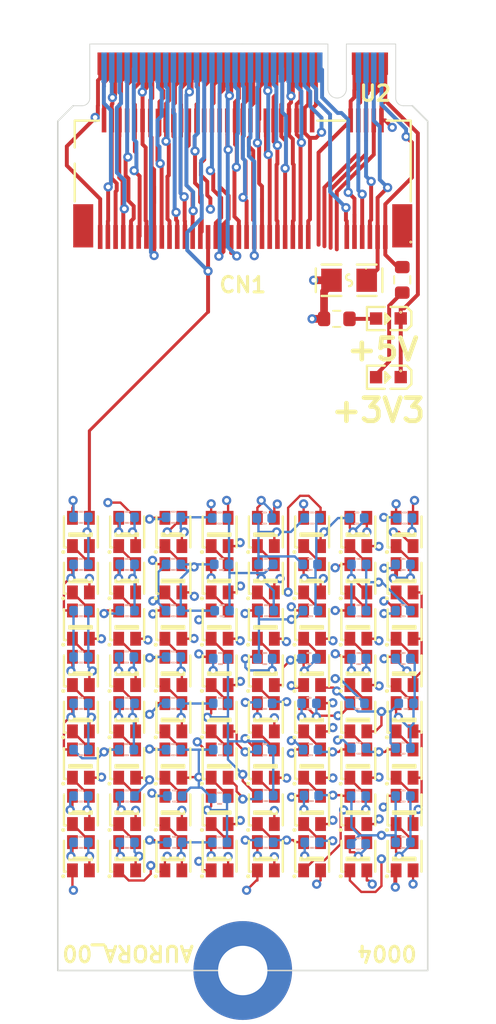
<source format=kicad_pcb>
(kicad_pcb (version 20221018) (generator pcbnew)
  (layers (0 "F.Cu" signal) (1 "In1.Cu" signal) (2 "In2.Cu" signal) (31 "B.Cu" signal) (34 "B.Paste" user) (35 "F.Paste" user) (36 "B.SilkS" user "B.Silkscreen") (37 "F.SilkS" user "F.Silkscreen") (38 "B.Mask" user) (39 "F.Mask" user) (44 "Edge.Cuts" user))
  (net 0 "")
  (net 1 "Net-(CN1-1-Pad11)")
  (net 2 "Net-(CN1-20-Pad21)")
  (net 3 "Net-(CN1-20-Pad23)")
  (net 4 "Net-(CN1-20-Pad25)")
  (net 5 "Net-(CN1-20-Pad27)")
  (net 6 "Net-(CN1-1-Pad66)")
  (net 7 "Net-(CN1-20-Pad33)")
  (net 8 "Net-(CN1-20-Pad35)")
  (net 9 "Net-(CN1-20-Pad37)")
  (net 10 "Net-(CN1-1-Pad5)")
  (net 11 "Net-(CN1-20-Pad39)")
  (net 12 "Net-(CN1-1-Pad69)")
  (net 13 "Net-(CN1-1-Pad71)")
  (net 14 "Net-(CN1-1-Pad73)")
  (net 15 "Net-(CN1-20-Pad41)")
  (net 16 "+3V3")
  (net 17 "Net-(CN1-20-Pad43)")
  (net 18 "Net-(CN1-20-Pad45)")
  (net 19 "Net-(CN1-20-Pad49)")
  (net 20 "Net-(CN1-20-Pad51)")
  (net 21 "Net-(CN1-20-Pad53)")
  (net 22 "Net-(CN1-20-Pad55)")
  (net 23 "Net-(CN1-20-Pad57)")
  (net 24 "Net-(CN1-20-Pad59)")
  (net 25 "Net-(CN1-20-Pad61)")
  (net 26 "Net-(CN1-1-Pad67)")
  (net 27 "Net-(CN1-1-Pad7)")
  (net 28 "Net-(CN1-20-Pad63)")
  (net 29 "Net-(CN1-1-Pad74)")
  (net 30 "Net-(CN1-1-Pad9)")
  (net 31 "GND")
  (net 32 "Net-(LED1-+)")
  (net 33 "+5V")
  (net 34 "Net-(LED2-+)")
  (net 35 "Net-(CN1-20-Pad29)")
  (net 36 "Net-(CN1-20-Pad31)")
  (net 37 "4")
  (net 38 "6")
  (net 39 "8")
  (net 40 "10")
  (net 41 "20")
  (net 42 "LED_DO")
  (net 43 "Net-(LED3-DO)")
  (net 44 "Net-(LED4-DO)")
  (net 45 "Net-(LED5-DO)")
  (net 46 "Net-(LED6-DO)")
  (net 47 "Net-(LED7-DO)")
  (net 48 "Net-(LED8-DO)")
  (net 49 "Net-(LED10-DI)")
  (net 50 "Net-(LED10-DO)")
  (net 51 "Net-(LED11-DO)")
  (net 52 "Net-(LED12-DO)")
  (net 53 "Net-(LED13-DO)")
  (net 54 "Net-(LED14-DO)")
  (net 55 "Net-(LED15-DO)")
  (net 56 "Net-(LED16-DO)")
  (net 57 "Net-(LED17-DO)")
  (net 58 "Net-(LED18-DO)")
  (net 59 "Net-(LED19-DO)")
  (net 60 "Net-(LED20-DO)")
  (net 61 "Net-(LED21-DO)")
  (net 62 "Net-(LED22-DO)")
  (net 63 "Net-(LED23-DO)")
  (net 64 "Net-(LED24-DO)")
  (net 65 "Net-(LED25-DO)")
  (net 66 "Net-(LED26-DO)")
  (net 67 "Net-(LED27-DO)")
  (net 68 "Net-(LED28-DO)")
  (net 69 "Net-(LED28-DI)")
  (net 70 "Net-(LED29-DO)")
  (net 71 "Net-(LED29-DI)")
  (net 72 "Net-(LED30-DO)")
  (net 73 "Net-(LED30-DI)")
  (net 74 "Net-(LED31-DO)")
  (net 75 "Net-(LED32-DO)")
  (net 76 "Net-(LED33-DO)")
  (net 77 "Net-(LED34-DO)")
  (net 78 "Net-(LED35-DO)")
  (net 79 "Net-(LED36-DO)")
  (net 80 "Net-(LED37-DO)")
  (net 81 "Net-(LED38-DO)")
  (net 82 "Net-(LED39-DO)")
  (net 83 "Net-(LED40-DO)")
  (net 84 "Net-(LED41-DO)")
  (net 85 "Net-(LED42-DO)")
  (net 86 "Net-(LED43-DO)")
  (net 87 "Net-(LED44-DO)")
  (net 88 "Net-(LED45-DO)")
  (net 89 "Net-(LED46-DO)")
  (net 90 "Net-(LED50-DO)")
  (net 91 "Net-(LED51-DO)")
  (net 92 "Net-(LED52-DO)")
  (net 93 "Net-(LED52-DI)")
  (net 94 "Net-(LED53-DO)")
  (net 95 "Net-(LED53-DI)")
  (net 96 "Net-(LED55-DO)")
  (net 97 "Net-(LED56-DO)")
  (net 98 "Net-(LED57-DO)")
  (net 99 "Net-(LED59-DO)")
  (net 100 "Net-(LED60-DO)")
  (net 101 "Net-(LED61-DO)")
  (net 102 "Net-(LED63-DO)")
  (net 103 "Net-(LED64-DO)")
  (net 104 "Net-(LED67-DO)")
  (net 105 "Net-(LED68-DO)")
  (net 106 "Net-(CN1-1-Pad3)")
  (net 107 "LED_DI")
  (footprint "footprint:LED-SMD_4P-L2.0-W2.0-TL_WS2812B-2020" (layer "F.Cu") (at 16.5 -28.4 90)
    (fp_text reference "LED45" hide)
    (fp_text value "WS2812B-2020")
  )
  (footprint "footprint:LED-SMD_4P-L2.0-W2.0-TL_WS2812B-2020" (layer "F.Cu") (at 13.5 -10.4 90)
    (fp_text reference "LED37" hide)
    (fp_text value "WS2812B-2020")
  )
  (footprint "footprint:LED-SMD_4P-L2.0-W2.0-TL_WS2812B-2020" (layer "F.Cu") (at 1.5 -10.4 90)
    (fp_text reference "LED9" hide)
    (fp_text value "WS2812B-2020")
  )
  (footprint "footprint:F0805" (layer "F.Cu") (at 18.9 -44.7 180)
    (fp_text reference "F1" hide)
    (fp_text value "TLC-PSMD010")
  )
  (footprint "footprint:LED-SMD_4P-L2.0-W2.0-TL_WS2812B-2020" (layer "F.Cu") (at 22.5 -10.4 90)
    (fp_text reference "LED61" hide)
    (fp_text value "WS2812B-2020")
  )
  (footprint "footprint:LED-SMD_4P-L2.0-W2.0-TL_WS2812B-2020" (layer "F.Cu") (at 10.5 -10.4 90)
    (fp_text reference "LED28" hide)
    (fp_text value "WS2812B-2020")
  )
  (footprint "footprint:LED-SMD_4P-L2.0-W2.0-TL_WS2812B-2020" (layer "F.Cu") (at 1.5 -16.4 90)
    (fp_text reference "LED7" hide)
    (fp_text value "WS2812B-2020")
  )
  (footprint "footprint:LED-SMD_4P-L2.0-W2.0-TL_WS2812B-2020" (layer "F.Cu") (at 10.5 -22.4 90)
    (fp_text reference "LED35" hide)
    (fp_text value "WS2812B-2020")
  )
  (footprint "footprint:LED-SMD_4P-L2.0-W2.0-TL_WS2812B-2020" (layer "F.Cu") (at 13.5 -13.4 90)
    (fp_text reference "LED33" hide)
    (fp_text value "WS2812B-2020")
  )
  (footprint "footprint:LED-SMD_4P-L2.0-W2.0-TL_WS2812B-2020" (layer "F.Cu") (at 1.5 -25.4 90)
    (fp_text reference "LED4" hide)
    (fp_text value "WS2812B-2020")
  )
  (footprint "footprint:LED-SMD_4P-L2.0-W2.0-TL_WS2812B-2020" (layer "F.Cu") (at 16.5 -10.4 90)
    (fp_text reference "LED46" hide)
    (fp_text value "WS2812B-2020")
  )
  (footprint "footprint:LED-SMD_4P-L2.0-W2.0-TL_WS2812B-2020" (layer "F.Cu") (at 1.5 -28.4 90)
    (fp_text reference "LED3" hide)
    (fp_text value "WS2812B-2020")
  )
  (footprint "footprint:LED-SMD_4P-L2.0-W2.0-TL_WS2812B-2020" (layer "F.Cu") (at 7.5 -22.4 90)
    (fp_text reference "LED21" hide)
    (fp_text value "WS2812B-2020")
  )
  (footprint "footprint:LED-SMD_4P-L2.0-W2.0-TL_WS2812B-2020" (layer "F.Cu") (at 7.5 -13.4 90)
    (fp_text reference "LED24" hide)
    (fp_text value "WS2812B-2020")
  )
  (footprint "footprint:LED-SMD_4P-L2.0-W2.0-TL_WS2812B-2020" (layer "F.Cu") (at 16.5 -13.4 90)
    (fp_text reference "LED42" hide)
    (fp_text value "WS2812B-2020")
  )
  (footprint "footprint:LED-SMD_4P-L2.0-W2.0-TL_WS2812B-2020" (layer "F.Cu") (at 10.5 -19.4 90)
    (fp_text reference "LED39" hide)
    (fp_text value "WS2812B-2020")
  )
  (footprint "NGFF:NGFF_M" (layer "F.Cu") (at 12 -60 180)
    (fp_text reference "U2")
    (fp_text value "~")
    (fp_line (start -11 -4) (end -10.425 -4) (stroke (width 0.05)) (layer "Edge.Cuts"))
    (fp_line (start -9.925 -3.5) (end -9.925 0) (stroke (width 0.05)) (layer "Edge.Cuts"))
    (fp_line (start -9.925 0) (end -6.725 0) (stroke (width 0.05)) (layer "Edge.Cuts"))
    (fp_line (start -6.725 0) (end -6.725 -2.9) (stroke (width 0.05)) (layer "Edge.Cuts"))
    (fp_line (start -5.525 -2.9) (end -5.525 0) (stroke (width 0.05)) (layer "Edge.Cuts"))
    (fp_line (start -5.525 0) (end 0 0) (stroke (width 0.05)) (layer "Edge.Cuts"))
    (fp_line (start 0 0) (end 9.925 0) (stroke (width 0.05)) (layer "Edge.Cuts"))
    (fp_line (start 9.925 0) (end 9.925 -3.5) (stroke (width 0.05)) (layer "Edge.Cuts"))
    (fp_line (start 10.425 -4) (end 11 -4) (stroke (width 0.05)) (layer "Edge.Cuts"))
    (fp_arc (start -10.425 -4) (mid -10.071447 -3.853553) (end -9.925 -3.5) (stroke (width 0.05)) (layer "Edge.Cuts"))
    (fp_arc (start -6.725 -2.9) (mid -6.125 -3.5) (end -5.525 -2.9) (stroke (width 0.05)) (layer "Edge.Cuts"))
    (fp_arc (start 9.925 -3.5) (mid 10.071447 -3.853553) (end 10.425 -4) (stroke (width 0.05)) (layer "Edge.Cuts"))
  )
  (footprint "footprint:LED-SMD_4P-L2.0-W2.0-TL_WS2812B-2020" (layer "F.Cu") (at 16.5 -25.4 90)
    (fp_text reference "LED49" hide)
    (fp_text value "WS2812B-2020")
  )
  (footprint "footprint:LED-SMD_4P-L2.0-W2.0-TL_WS2812B-2020" (layer "F.Cu") (at 16.5 -7.4 90)
    (fp_text reference "LED50" hide)
    (fp_text value "WS2812B-2020")
  )
  (footprint "footprint:LED-SMD_4P-L2.0-W2.0-TL_WS2812B-2020" (layer "F.Cu") (at 16.5 -16.4 90)
    (fp_text reference "LED38" hide)
    (fp_text value "WS2812B-2020")
  )
  (footprint "footprint:LED-SMD_4P-L2.0-W2.0-TL_WS2812B-2020" (layer "F.Cu") (at 19.5 -16.4 90)
    (fp_text reference "LED67" hide)
    (fp_text value "WS2812B-2020")
  )
  (footprint "footprint:LED-SMD_4P-L2.0-W2.0-TL_WS2812B-2020" (layer "F.Cu") (at 1.5 -13.4 90)
    (fp_text reference "LED8" hide)
    (fp_text value "WS2812B-2020")
  )
  (footprint "footprint:LED-SMD_4P-L2.0-W2.0-TL_WS2812B-2020" (layer "F.Cu") (at 7.5 -10.4 90)
    (fp_text reference "LED25" hide)
    (fp_text value "WS2812B-2020")
  )
  (footprint "footprint:LED-SMD_4P-L2.0-W2.0-TL_WS2812B-2020" (layer "F.Cu") (at 19.5 -25.4 90)
    (fp_text reference "LED55" hide)
    (fp_text value "WS2812B-2020")
  )
  (footprint "footprint:LED-SMD_4P-L2.0-W2.0-TL_WS2812B-2020" (layer "F.Cu") (at 7.5 -28.4 90)
    (fp_text reference "LED19" hide)
    (fp_text value "WS2812B-2020")
  )
  (footprint "footprint_old:CONN-SMD_67P-P0.50-V_NASB0-S6701-TS50" (layer "F.Cu") (at 11.9999 -51.2748 180)
    (fp_text reference "CN1")
    (fp_text value "NASB0-S6701-TS50")
  )
  (footprint "footprint:LED-SMD_4P-L2.0-W2.0-TL_WS2812B-2020" (layer "F.Cu") (at 4.5 -7.4 90)
    (fp_text reference "LED18" hide)
    (fp_text value "WS2812B-2020")
  )
  (footprint "footprint:LED-SMD_4P-L2.0-W2.0-TL_WS2812B-2020" (layer "F.Cu") (at 16.5 -22.4 90)
    (fp_text reference "LED30" hide)
    (fp_text value "WS2812B-2020")
  )
  (footprint "footprint:LED-SMD_4P-L2.0-W2.0-TL_WS2812B-2020" (layer "F.Cu") (at 10.5 -28.4 90)
    (fp_text reference "LED27" hide)
    (fp_text value "WS2812B-2020")
  )
  (footprint "footprint:LED-SMD_4P-L2.0-W2.0-TL_WS2812B-2020" (layer "F.Cu") (at 4.5 -22.4 90)
    (fp_text reference "LED13" hide)
    (fp_text value "WS2812B-2020")
  )
  (footprint "footprint:LED-SMD_4P-L2.0-W2.0-TL_WS2812B-2020" (layer "F.Cu") (at 19.5 -13.4 90)
    (fp_text reference "LED71" hide)
    (fp_text value "WS2812B-2020")
  )
  (footprint "Resistor_SMD:R_0603_1608Metric" (layer "F.Cu") (at 22.35 -44.725 -90)
    (fp_text reference "R1" hide)
    (fp_text value "470R")
  )
  (footprint "footprint:LED-SMD_4P-L2.0-W2.0-TL_WS2812B-2020" (layer "F.Cu") (at 13.5 -19.4 90)
    (fp_text reference "LED48" hide)
    (fp_text value "WS2812B-2020")
  )
  (footprint "Resistor_SMD:R_0603_1608Metric" (layer "F.Cu") (at 18.1 -42.2)
    (fp_text reference "R2" hide)
    (fp_text value "470R")
  )
  (footprint "footprint:LED-SMD_4P-L2.0-W2.0-TL_WS2812B-2020" (layer "F.Cu") (at 19.5 -19.4 90)
    (fp_text reference "LED63" hide)
    (fp_text value "WS2812B-2020")
  )
  (footprint "footprint:LED-SMD_4P-L2.0-W2.0-TL_WS2812B-2020" (layer "F.Cu") (at 13.5 -22.4 90)
    (fp_text reference "LED44" hide)
    (fp_text value "WS2812B-2020")
  )
  (footprint "footprint:LED-SMD_4P-L2.0-W2.0-TL_WS2812B-2020" (layer "F.Cu") (at 4.5 -10.4 90)
    (fp_text reference "LED17" hide)
    (fp_text value "WS2812B-2020")
  )
  (footprint "footprint:LED-SMD_4P-L2.0-W2.0-TL_WS2812B-2020" (layer "F.Cu") (at 22.5 -28.4 90)
    (fp_text reference "LED60" hide)
    (fp_text value "WS2812B-2020")
  )
  (footprint "footprint:LED-SMD_4P-L2.0-W2.0-TL_WS2812B-2020" (layer "F.Cu") (at 10.5 -25.4 90)
    (fp_text reference "LED31" hide)
    (fp_text value "WS2812B-2020")
  )
  (footprint "footprint:LED-SMD_4P-L2.0-W2.0-TL_WS2812B-2020" (layer "F.Cu") (at 22.5 -25.4 90)
    (fp_text reference "LED64" hide)
    (fp_text value "WS2812B-2020")
  )
  (footprint "footprint:LED-SMD_4P-L2.0-W2.0-TL_WS2812B-2020" (layer "F.Cu") (at 7.5 -19.4 90)
    (fp_text reference "LED22" hide)
    (fp_text value "WS2812B-2020")
  )
  (footprint "footprint:LED-SMD_4P-L2.0-W2.0-TL_WS2812B-2020" (layer "F.Cu") (at 4.5 -25.4 90)
    (fp_text reference "LED12" hide)
    (fp_text value "WS2812B-2020")
  )
  (footprint "footprint:LED-SMD_4P-L2.0-W2.0-TL_WS2812B-2020" (layer "F.Cu") (at 4.5 -16.4 90)
    (fp_text reference "LED15" hide)
    (fp_text value "WS2812B-2020")
  )
  (footprint "footprint:LED-SMD_4P-L2.0-W2.0-TL_WS2812B-2020" (layer "F.Cu") (at 7.5 -25.4 90)
    (fp_text reference "LED20" hide)
    (fp_text value "WS2812B-2020")
  )
  (footprint "footprint:LED-SMD_4P-L2.0-W2.0-TL_WS2812B-2020" (layer "F.Cu") (at 22.5 -13.4 90)
    (fp_text reference "LED57" hide)
    (fp_text value "WS2812B-2020")
  )
  (footprint "footprint:LED-SMD_4P-L2.0-W2.0-TL_WS2812B-2020" (layer "F.Cu") (at 22.5 -19.4 90)
    (fp_text reference "LED72" hide)
    (fp_text value "WS2812B-2020")
  )
  (footprint "footprint:LED-SMD_4P-L2.0-W2.0-TL_WS2812B-2020" (layer "F.Cu") (at 16.5 -19.4 90)
    (fp_text reference "LED34" hide)
    (fp_text value "WS2812B-2020")
  )
  (footprint "footprint:LED-SMD_4P-L2.0-W2.0-TL_WS2812B-2020" (layer "F.Cu") (at 13.5 -28.4 90)
    (fp_text reference "LED36" hide)
    (fp_text value "WS2812B-2020")
  )
  (footprint "footprint:LED-SMD_4P-L2.0-W2.0-TL_WS2812B-2020" (layer "F.Cu") (at 19.5 -28.4 90)
    (fp_text reference "LED51" hide)
    (fp_text value "WS2812B-2020")
  )
  (footprint "footprint:LED-SMD_4P-L2.0-W2.0-TL_WS2812B-2020" (layer "F.Cu") (at 7.5 -7.4 90)
    (fp_text reference "LED26" hide)
    (fp_text value "WS2812B-2020")
  )
  (footprint "footprint:LED-SMD_4P-L2.0-W2.0-TL_WS2812B-2020" (layer "F.Cu") (at 10.5 -7.4 90)
    (fp_text reference "LED32" hide)
    (fp_text value "WS2812B-2020")
  )
  (footprint "footprint:LED-SMD_4P-L2.0-W2.0-TL_WS2812B-2020" (layer "F.Cu") (at 13.5 -7.4 90)
    (fp_text reference "LED41" hide)
    (fp_text value "WS2812B-2020")
  )
  (footprint "footprint:LED-SMD_4P-L2.0-W2.0-TL_WS2812B-2020" (layer "F.Cu") (at 4.5 -28.4 90)
    (fp_text reference "LED11" hide)
    (fp_text value "WS2812B-2020")
  )
  (footprint "MountingHole:MountingHole_3.2mm_M3_Pad_TopBottom" (layer "F.Cu") (at 12 0 180)
    (fp_text reference "H1" hide)
    (fp_text value "MountingHole")
  )
  (footprint "footprint:LED-SMD_4P-L2.0-W2.0-TL_WS2812B-2020" (layer "F.Cu") (at 22.5 -22.4 90)
    (fp_text reference "LED68" hide)
    (fp_text value "WS2812B-2020")
  )
  (footprint "footprint:LED-SMD_4P-L2.0-W2.0-TL_WS2812B-2020" (layer "F.Cu") (at 22.5 -16.4 90)
    (fp_text reference "LED53" hide)
    (fp_text value "WS2812B-2020")
  )
  (footprint "footprint:LED-SMD_4P-L2.0-W2.0-TL_WS2812B-2020" (layer "F.Cu") (at 19.5 -7.4 90)
    (fp_text reference "LED56" hide)
    (fp_text value "WS2812B-2020")
  )
  (footprint "footprint:LED-SMD_4P-L2.0-W2.0-TL_WS2812B-2020" (layer "F.Cu") (at 13.5 -16.4 90)
    (fp_text reference "LED29" hide)
    (fp_text value "WS2812B-2020")
  )
  (footprint "footprint:LED-SMD_4P-L2.0-W2.0-TL_WS2812B-2020" (layer "F.Cu") (at 7.5 -16.4 90)
    (fp_text reference "LED23" hide)
    (fp_text value "WS2812B-2020")
  )
  (footprint "footprints:LED0603-RD" (layer "F.Cu") (at 21.45 -42.225 180)
    (fp_text reference "LED1" hide)
    (fp_text value "LTST-C191KRKT")
  )
  (footprint "footprint:LED-SMD_4P-L2.0-W2.0-TL_WS2812B-2020" (layer "F.Cu") (at 19.5 -10.4 90)
    (fp_text reference "LED52" hide)
    (fp_text value "WS2812B-2020")
  )
  (footprint "footprint:LED-SMD_4P-L2.0-W2.0-TL_WS2812B-2020" (layer "F.Cu") (at 1.5 -22.4 90)
    (fp_text reference "LED5" hide)
    (fp_text value "WS2812B-2020")
  )
  (footprint "footprint:LED-SMD_4P-L2.0-W2.0-TL_WS2812B-2020" (layer "F.Cu") (at 13.5 -25.4 90)
    (fp_text reference "LED40" hide)
    (fp_text value "WS2812B-2020")
  )
  (footprint "footprint:LED-SMD_4P-L2.0-W2.0-TL_WS2812B-2020" (layer "F.Cu") (at 4.5 -13.4 90)
    (fp_text reference "LED16" hide)
    (fp_text value "WS2812B-2020")
  )
  (footprint "footprint:LED-SMD_4P-L2.0-W2.0-TL_WS2812B-2020" (layer "F.Cu") (at 19.5 -22.4 90)
    (fp_text reference "LED59" hide)
    (fp_text value "WS2812B-2020")
  )
  (footprint "footprint:LED-SMD_4P-L2.0-W2.0-TL_WS2812B-2020" (layer "F.Cu") (at 1.5 -7.4 90)
    (fp_text reference "LED10" hide)
    (fp_text value "WS2812B-2020")
  )
  (footprint "footprint:LED-SMD_4P-L2.0-W2.0-TL_WS2812B-2020" (layer "F.Cu") (at 1.5 -19.4 90)
    (fp_text reference "LED6" hide)
    (fp_text value "WS2812B-2020")
  )
  (footprint "footprint:LED-SMD_4P-L2.0-W2.0-TL_WS2812B-2020" (layer "F.Cu") (at 10.5 -16.4 90)
    (fp_text reference "LED43" hide)
    (fp_text value "WS2812B-2020")
  )
  (footprint "footprint:LED-SMD_4P-L2.0-W2.0-TL_WS2812B-2020" (layer "F.Cu") (at 10.5 -13.4 90)
    (fp_text reference "LED47" hide)
    (fp_text value "WS2812B-2020")
  )
  (footprint "footprint:LED-SMD_4P-L2.0-W2.0-TL_WS2812B-2020" (layer "F.Cu") (at 22.5 -7.4 90)
    (fp_text reference "LED65" hide)
    (fp_text value "WS2812B-2020")
  )
  (footprint "footprint:LED-SMD_4P-L2.0-W2.0-TL_WS2812B-2020" (layer "F.Cu") (at 4.5 -19.4 90)
    (fp_text reference "LED14" hide)
    (fp_text value "WS2812B-2020")
  )
  (footprint "footprints:LED0603-RD" (layer "F.Cu") (at 21.45 -38.425 180)
    (fp_text reference "LED2" hide)
    (fp_text value "LTST-C191KRKT")
  )
  (footprint "Capacitor_SMD:C_0402_1005Metric" (layer "B.Cu") (at 1.5 -29.35 180)
    (fp_text reference "C1" hide)
    (fp_text value "100n")
  )
  (footprint "Capacitor_SMD:C_0402_1005Metric" (layer "B.Cu") (at 16.5 -8.3)
    (fp_text reference "C69" hide)
    (fp_text value "100n")
  )
  (footprint "Capacitor_SMD:C_0402_1005Metric" (layer "B.Cu") (at 16.4 -23.3)
    (fp_text reference "C43" hide)
    (fp_text value "100n")
  )
  (footprint "Capacitor_SMD:C_0402_1005Metric" (layer "B.Cu") (at 19.53 -26.3)
    (fp_text reference "C51" hide)
    (fp_text value "100n")
  )
  (footprint "Capacitor_SMD:C_0402_1005Metric" (layer "B.Cu") (at 13.5 -8.3)
    (fp_text reference "C70" hide)
    (fp_text value "100n")
  )
  (footprint "Capacitor_SMD:C_0402_1005Metric" (layer "B.Cu") (at 4.5 -29.35 180)
    (fp_text reference "C9" hide)
    (fp_text value "100n")
  )
  (footprint "Capacitor_SMD:C_0402_1005Metric" (layer "B.Cu") (at 1.5 -8.3 180)
    (fp_text reference "C8" hide)
    (fp_text value "100n")
  )
  (footprint "Capacitor_SMD:C_0402_1005Metric" (layer "B.Cu") (at 4.5 -17.3 180)
    (fp_text reference "C13" hide)
    (fp_text value "100n")
  )
  (footprint "Capacitor_SMD:C_0402_1005Metric" (layer "B.Cu") (at 19.5 -8.2)
    (fp_text reference "C63" hide)
    (fp_text value "100n")
  )
  (footprint "Capacitor_SMD:C_0402_1005Metric" (layer "B.Cu") (at 13.5 -11.33)
    (fp_text reference "C32" hide)
    (fp_text value "100n")
  )
  (footprint "Capacitor_SMD:C_0402_1005Metric" (layer "B.Cu") (at 13.43 -14.3)
    (fp_text reference "C33" hide)
    (fp_text value "100n")
  )
  (footprint "Capacitor_SMD:C_0402_1005Metric" (layer "B.Cu") (at 10.63 -26.3)
    (fp_text reference "C30" hide)
    (fp_text value "100n")
  )
  (footprint "Capacitor_SMD:C_0402_1005Metric" (layer "B.Cu") (at 4.5 -26.3 180)
    (fp_text reference "C10" hide)
    (fp_text value "100n")
  )
  (footprint "Capacitor_SMD:C_0402_1005Metric" (layer "B.Cu") (at 1.5 -11.3 180)
    (fp_text reference "C7" hide)
    (fp_text value "100n")
  )
  (footprint "Capacitor_SMD:C_0402_1005Metric" (layer "B.Cu") (at 7.5852 -8.3 180)
    (fp_text reference "C24" hide)
    (fp_text value "100n")
  )
  (footprint "Capacitor_SMD:C_0402_1005Metric" (layer "B.Cu") (at 10.5 -11.15)
    (fp_text reference "C25" hide)
    (fp_text value "100n")
  )
  (footprint "Capacitor_SMD:C_0402_1005Metric" (layer "B.Cu") (at 16.3 -17.3)
    (fp_text reference "C41" hide)
    (fp_text value "100n")
  )
  (footprint "Capacitor_SMD:C_0402_1005Metric" (layer "B.Cu") (at 4.5 -8.3 180)
    (fp_text reference "C16" hide)
    (fp_text value "100n")
  )
  (footprint "Capacitor_SMD:C_0402_1005Metric" (layer "B.Cu") (at 7.5852 -11.3 180)
    (fp_text reference "C23" hide)
    (fp_text value "100n")
  )
  (footprint "Capacitor_SMD:C_0402_1005Metric" (layer "B.Cu") (at 4.4552 -20.3 180)
    (fp_text reference "C12" hide)
    (fp_text value "100n")
  )
  (footprint "Capacitor_SMD:C_0402_1005Metric" (layer "B.Cu") (at 1.5 -14.3 180)
    (fp_text reference "C6" hide)
    (fp_text value "100n")
  )
  (footprint "Capacitor_SMD:C_0402_1005Metric" (layer "B.Cu") (at 22.4 -23.3)
    (fp_text reference "C59" hide)
    (fp_text value "100n")
  )
  (footprint "Capacitor_SMD:C_0402_1005Metric" (layer "B.Cu") (at 13.53 -23.3)
    (fp_text reference "C36" hide)
    (fp_text value "100n")
  )
  (footprint "Capacitor_SMD:C_0402_1005Metric" (layer "B.Cu") (at 1.5 -26.3 180)
    (fp_text reference "C2" hide)
    (fp_text value "100n")
  )
  (footprint "Capacitor_SMD:C_0402_1005Metric" (layer "B.Cu") (at 13.43 -17.3)
    (fp_text reference "C34" hide)
    (fp_text value "100n")
  )
  (footprint "Capacitor_SMD:C_0402_1005Metric" (layer "B.Cu") (at 7.5 -29.35 180)
    (fp_text reference "C17" hide)
    (fp_text value "100n")
  )
  (footprint "Capacitor_SMD:C_0402_1005Metric" (layer "B.Cu") (at 22.4 -11.3)
    (fp_text reference "C54" hide)
    (fp_text value "100n")
  )
  (footprint "Capacitor_SMD:C_0402_1005Metric" (layer "B.Cu") (at 22.4 -14.4)
    (fp_text reference "C55" hide)
    (fp_text value "100n")
  )
  (footprint "Capacitor_SMD:C_0402_1005Metric" (layer "B.Cu") (at 22.4 -8.3)
    (fp_text reference "C66" hide)
    (fp_text value "100n")
  )
  (footprint "Capacitor_SMD:C_0402_1005Metric" (layer "B.Cu") (at 4.4552 -14.3 180)
    (fp_text reference "C14" hide)
    (fp_text value "100n")
  )
  (footprint "Capacitor_SMD:C_0402_1005Metric" (layer "B.Cu") (at 16.45 -11.33)
    (fp_text reference "C39" hide)
    (fp_text value "100n")
  )
  (footprint "Capacitor_SMD:C_0402_1005Metric" (layer "B.Cu") (at 10.5 -29.3)
    (fp_text reference "C31" hide)
    (fp_text value "100n")
  )
  (footprint "Capacitor_SMD:C_0402_1005Metric" (layer "B.Cu") (at 19.4 -29.3)
    (fp_text reference "C53" hide)
    (fp_text value "100n")
  )
  (footprint "Capacitor_SMD:C_0402_1005Metric" (layer "B.Cu") (at 22.4 -26.3)
    (fp_text reference "C61" hide)
    (fp_text value "100n")
  )
  (footprint "Capacitor_SMD:C_0402_1005Metric" (layer "B.Cu") (at 7.5 -26.3 180)
    (fp_text reference "C18" hide)
    (fp_text value "100n")
  )
  (footprint "Capacitor_SMD:C_0402_1005Metric" (layer "B.Cu") (at 16.3 -20.2)
    (fp_text reference "C42" hide)
    (fp_text value "100n")
  )
  (footprint "Capacitor_SMD:C_0402_1005Metric" (layer "B.Cu") (at 22.6 -17.3)
    (fp_text reference "C57" hide)
    (fp_text value "100n")
  )
  (footprint "Capacitor_SMD:C_0402_1005Metric" (layer "B.Cu") (at 4.5 -23.3 180)
    (fp_text reference "C11" hide)
    (fp_text value "100n")
  )
  (footprint "Capacitor_SMD:C_0402_1005Metric" (layer "B.Cu") (at 1.5 -20.3 180)
    (fp_text reference "C4" hide)
    (fp_text value "100n")
  )
  (footprint "Capacitor_SMD:C_0402_1005Metric" (layer "B.Cu") (at 19.53 -20.2)
    (fp_text reference "C49" hide)
    (fp_text value "100n")
  )
  (footprint "Capacitor_SMD:C_0402_1005Metric" (layer "B.Cu") (at 1.5 -17.3 180)
    (fp_text reference "C5" hide)
    (fp_text value "100n")
  )
  (footprint "Capacitor_SMD:C_0402_1005Metric" (layer "B.Cu") (at 19.53 -23.3)
    (fp_text reference "C50" hide)
    (fp_text value "100n")
  )
  (footprint "Capacitor_SMD:C_0402_1005Metric" (layer "B.Cu") (at 7.5 -17.3 180)
    (fp_text reference "C21" hide)
    (fp_text value "100n")
  )
  (footprint "Capacitor_SMD:C_0402_1005Metric" (layer "B.Cu") (at 10.56 -20.2)
    (fp_text reference "C28" hide)
    (fp_text value "100n")
  )
  (footprint "Capacitor_SMD:C_0402_1005Metric" (layer "B.Cu") (at 10.56 -17.3)
    (fp_text reference "C27" hide)
    (fp_text value "100n")
  )
  (footprint "Capacitor_SMD:C_0402_1005Metric" (layer "B.Cu") (at 13.5 -26.3)
    (fp_text reference "C37" hide)
    (fp_text value "100n")
  )
  (footprint "Capacitor_SMD:C_0402_1005Metric" (layer "B.Cu") (at 1.5 -23.3 180)
    (fp_text reference "C3" hide)
    (fp_text value "100n")
  )
  (footprint "Capacitor_SMD:C_0402_1005Metric" (layer "B.Cu") (at 19.53 -14.4)
    (fp_text reference "C47" hide)
    (fp_text value "100n")
  )
  (footprint "Capacitor_SMD:C_0402_1005Metric" (layer "B.Cu") (at 10.5 -8.3)
    (fp_text reference "C65" hide)
    (fp_text value "100n")
  )
  (footprint "Capacitor_SMD:C_0402_1005Metric" (layer "B.Cu") (at 13.4 -29.3)
    (fp_text reference "C38" hide)
    (fp_text value "100n")
  )
  (footprint "Capacitor_SMD:C_0402_1005Metric" (layer "B.Cu") (at 19.5 -11.3)
    (fp_text reference "C46" hide)
    (fp_text value "100n")
  )
  (footprint "Capacitor_SMD:C_0402_1005Metric" (layer "B.Cu") (at 7.5 -14.3 180)
    (fp_text reference "C22" hide)
    (fp_text value "100n")
  )
  (footprint "Capacitor_SMD:C_0402_1005Metric" (layer "B.Cu") (at 22.4 -20.2)
    (fp_text reference "C58" hide)
    (fp_text value "100n")
  )
  (footprint "Capacitor_SMD:C_0402_1005Metric" (layer "B.Cu") (at 19.42 -17.3)
    (fp_text reference "C48" hide)
    (fp_text value "100n")
  )
  (footprint "Capacitor_SMD:C_0402_1005Metric" (layer "B.Cu") (at 4.5 -11.3 180)
    (fp_text reference "C15" hide)
    (fp_text value "100n")
  )
  (footprint "Capacitor_SMD:C_0402_1005Metric" (layer "B.Cu") (at 7.5 -20.3 180)
    (fp_text reference "C20" hide)
    (fp_text value "100n")
  )
  (footprint "Capacitor_SMD:C_0402_1005Metric" (layer "B.Cu") (at 16.5 -29.3)
    (fp_text reference "C45" hide)
    (fp_text value "100n")
  )
  (footprint "Capacitor_SMD:C_0402_1005Metric" (layer "B.Cu") (at 13.43 -20.2)
    (fp_text reference "C35" hide)
    (fp_text value "100n")
  )
  (footprint "Capacitor_SMD:C_0402_1005Metric" (layer "B.Cu") (at 10.66 -23.3)
    (fp_text reference "C29" hide)
    (fp_text value "100n")
  )
  (footprint "Capacitor_SMD:C_0402_1005Metric" (layer "B.Cu") (at 7.5 -23.3 180)
    (fp_text reference "C19" hide)
    (fp_text value "100n")
  )
  (footprint "Capacitor_SMD:C_0402_1005Metric" (layer "B.Cu") (at 16.4 -14.3)
    (fp_text reference "C40" hide)
    (fp_text value "100n")
  )
  (footprint "Capacitor_SMD:C_0402_1005Metric" (layer "B.Cu") (at 10.56 -14.3)
    (fp_text reference "C26" hide)
    (fp_text value "100n")
  )
  (footprint "Capacitor_SMD:C_0402_1005Metric" (layer "B.Cu") (at 16.37 -26.3)
    (fp_text reference "C44" hide)
    (fp_text value "100n")
  )
  (footprint "Capacitor_SMD:C_0402_1005Metric" (layer "B.Cu") (at 22.5 -29.3)
    (fp_text reference "C62" hide)
    (fp_text value "100n")
  )
  (gr_line (start 24 0) (end 24 -55) (stroke (width 0.1)) (layer "Edge.Cuts"))
  (gr_line (start 24 0) (end 0 0) (stroke (width 0.1)) (layer "Edge.Cuts"))
  (gr_line (start 1 -56) (end 0 -55) (stroke (width 0.1)) (layer "Edge.Cuts"))
  (gr_line (start 0 0) (end 0 -55) (stroke (width 0.1)) (layer "Edge.Cuts"))
  (gr_line (start 23 -56) (end 24 -55) (stroke (width 0.1)) (layer "Edge.Cuts"))
  (gr_text "0004              AURORA_00" (at 23.4 -1.7 180) (layer "F.SilkS") (effects (font (size 1 1) (thickness 0.2) bold) (justify left bottom)))
  (gr_text "+3V3" (at 17.6 -35.4) (layer "F.SilkS") (effects (font (size 1.5 1.5) (thickness 0.3) bold) (justify left bottom)))
  (gr_text "+5V" (at 18.6 -39.4) (layer "F.SilkS") (effects (font (size 1.4 1.5) (thickness 0.3) bold) (justify left bottom)))
  (segment (start 18.696 -49.4) (end 18.696 -48.585) (width 0.254) (layer "F.Cu") (net 1))
  (segment (start 18.696 -48.585) (end 18.75 -48.531) (width 0.254) (layer "F.Cu") (net 1))
  (segment (start 18.75 -48.531) (end 18.75 -47.5) (width 0.254) (layer "F.Cu") (net 1))
  (via (at 18.696 -49.4) (size 0.6) (drill 0.3) (layers "F.Cu" "B.Cu") (net 1))
  (segment (start 18.696 -49.4) (end 17.666 -50.4304) (width 0.254) (layer "B.Cu") (net 1))
  (segment (start 17.666 -50.4304) (end 17.666 -55.4341) (width 0.254) (layer "B.Cu") (net 1))
  (segment (start 16.766 -56.3342) (end 16.766 -57.078) (width 0.254) (layer "B.Cu") (net 1))
  (segment (start 16.5 -57.3438) (end 16.5 -58.475) (width 0.254) (layer "B.Cu") (net 1))
  (segment (start 16.766 -57.078) (end 16.5 -57.3438) (width 0.254) (layer "B.Cu") (net 1))
  (segment (start 17.666 -55.4341) (end 16.766 -56.3342) (width 0.254) (layer "B.Cu") (net 1))
  (segment (start 16 -55.0491) (end 16 -55.0495) (width 0.254) (layer "F.Cu") (net 2))
  (segment (start 16 -55.049) (end 16 -55.0491) (width 0.2) (layer "F.Cu") (net 2))
  (segment (start 16.25 -48.016) (end 16.25 -47.758) (width 0.254) (layer "F.Cu") (net 2))
  (segment (start 16 -55.0495) (end 16 -55.0496) (width 0.2) (layer "F.Cu") (net 2))
  (segment (start 16.331 -53.922) (end 16 -54.2527) (width 0.254) (layer "F.Cu") (net 2))
  (segment (start 16 -55.0496) (end 16 -55.0498) (width 0.254) (layer "F.Cu") (net 2))
  (segment (start 16.25 -47.5645) (end 16.25 -47.5) (width 0.2) (layer "F.Cu") (net 2))
  (segment (start 16 -55.049) (end 16 -55.0491) (width 0.254) (layer "F.Cu") (net 2))
  (segment (start 16 -55.0495) (end 16 -55.0496) (width 0.254) (layer "F.Cu") (net 2))
  (segment (start 16.362 -48.643) (end 16.25 -48.531) (width 0.254) (layer "F.Cu") (net 2))
  (segment (start 16.25 -47.629) (end 16.25 -47.5645) (width 0.2) (layer "F.Cu") (net 2))
  (segment (start 16.25 -47.629) (end 16.25 -47.5645) (width 0.2) (layer "F.Cu") (net 2))
  (segment (start 16.25 -47.629) (end 16.25 -47.5645) (width 0.254) (layer "F.Cu") (net 2))
  (segment (start 16 -55.0499) (end 16 -55.8387) (width 0.254) (layer "F.Cu") (net 2))
  (segment (start 16 -55.8387) (end 16.25 -56.0888) (width 0.254) (layer "F.Cu") (net 2))
  (segment (start 16.362 -53.922) (end 16.331 -53.922) (width 0.254) (layer "F.Cu") (net 2))
  (segment (start 16 -55.0498) (end 16 -55.0499) (width 0.2) (layer "F.Cu") (net 2))
  (segment (start 16 -55.0458) (end 16 -55.0479) (width 0.254) (layer "F.Cu") (net 2))
  (segment (start 16 -55.0495) (end 16 -55.0496) (width 0.2) (layer "F.Cu") (net 2))
  (segment (start 16 -55.0491) (end 16 -55.0495) (width 0.254) (layer "F.Cu") (net 2))
  (segment (start 16 -55.0498) (end 15.9999 -55.0499) (width 0.1524) (layer "F.Cu") (net 2))
  (segment (start 16.25 -56.0888) (end 16.25 -58.725) (width 0.254) (layer "F.Cu") (net 2))
  (segment (start 16.25 -48.274) (end 16.25 -48.016) (width 0.254) (layer "F.Cu") (net 2))
  (segment (start 16 -55.0479) (end 16 -55.048) (width 0.254) (layer "F.Cu") (net 2))
  (segment (start 16 -55.0479) (end 16 -55.048) (width 0.254) (layer "F.Cu") (net 2))
  (segment (start 16 -55.049) (end 16 -55.0491) (width 0.254) (layer "F.Cu") (net 2))
  (segment (start 16 -55.0491) (end 16 -55.0495) (width 0.254) (layer "F.Cu") (net 2))
  (segment (start 16 -55.0457) (end 16 -55.0458) (width 0.254) (layer "F.Cu") (net 2))
  (segment (start 16 -55.0498) (end 16 -55.0499) (width 0.254) (layer "F.Cu") (net 2))
  (segment (start 16 -55.0498) (end 16 -55.0499) (width 0.254) (layer "F.Cu") (net 2))
  (segment (start 16 -55.0498) (end 16 -55.0499) (width 0.2) (layer "F.Cu") (net 2))
  (segment (start 16.362 -53.922) (end 16.362 -48.643) (width 0.254) (layer "F.Cu") (net 2))
  (segment (start 16 -55.0495) (end 16 -55.0496) (width 0.254) (layer "F.Cu") (net 2))
  (segment (start 16.25 -48.274) (end 16.25 -48.016) (width 0.254) (layer "F.Cu") (net 2))
  (segment (start 16 -55.0491) (end 16 -55.0495) (width 0.2) (layer "F.Cu") (net 2))
  (segment (start 16 -54.2527) (end 16 -55.0457) (width 0.254) (layer "F.Cu") (net 2))
  (segment (start 16 -55.049) (end 16 -55.0491) (width 0.254) (layer "F.Cu") (net 2))
  (segment (start 16 -55.0495) (end 16 -55.0496) (width 0.254) (layer "F.Cu") (net 2))
  (segment (start 16 -55.048) (end 16 -55.049) (width 0.254) (layer "F.Cu") (net 2))
  (segment (start 16 -55.0496) (end 16 -55.0498) (width 0.2) (layer "F.Cu") (net 2))
  (segment (start 16 -55.0458) (end 16 -55.0479) (width 0.254) (layer "F.Cu") (net 2))
  (segment (start 16.25 -47.758) (end 16.25 -47.629) (width 0.254) (layer "F.Cu") (net 2))
  (segment (start 16 -55.048) (end 16 -55.049) (width 0.254) (layer "F.Cu") (net 2))
  (segment (start 17.112 -54.2823) (end 16.752 -53.922) (width 0.254) (layer "F.Cu") (net 2))
  (segment (start 16.2498 -47.5643) (end 16.2498 -47.5) (width 0.1524) (layer "F.Cu") (net 2))
  (segment (start 16 -55.0457) (end 16 -55.0458) (width 0.254) (layer "F.Cu") (net 2))
  (segment (start 16.752 -53.922) (end 16.362 -53.922) (width 0.254) (layer "F.Cu") (net 2))
  (segment (start 16 -55.048) (end 16 -55.049) (width 0.254) (layer "F.Cu") (net 2))
  (segment (start 16 -55.0498) (end 16 -55.0499) (width 0.254) (layer "F.Cu") (net 2))
  (segment (start 16 -55.0496) (end 16 -55.0498) (width 0.254) (layer "F.Cu") (net 2))
  (segment (start 16 -55.0496) (end 16 -55.0498) (width 0.2) (layer "F.Cu") (net 2))
  (segment (start 16.25 -48.531) (end 16.25 -48.274) (width 0.254) (layer "F.Cu") (net 2))
  (segment (start 16 -55.0479) (end 16 -55.048) (width 0.254) (layer "F.Cu") (net 2))
  (segment (start 16 -55.0496) (end 16 -55.0498) (width 0.254) (layer "F.Cu") (net 2))
  (segment (start 16.25 -47.5645) (end 16.2498 -47.5643) (width 0.1524) (layer "F.Cu") (net 2))
  (segment (start 16.25 -47.758) (end 16.25 -47.629) (width 0.2) (layer "F.Cu") (net 2))
  (segment (start 16.25 -47.5645) (end 16.25 -47.5) (width 0.2) (layer "F.Cu") (net 2))
  (segment (start 16.25 -47.5645) (end 16.25 -47.5) (width 0.254) (layer "F.Cu") (net 2))
  (via (at 17.112 -54.2823) (size 0.6) (drill 0.3) (layers "F.Cu" "B.Cu") (net 2))
  (segment (start 16.383 -55.954) (end 17.112 -55.225) (width 0.254) (layer "B.Cu") (net 2))
  (segment (start 16 -57.3023) (end 16.383 -56.9194) (width 0.254) (layer "B.Cu") (net 2))
  (segment (start 16.383 -56.9194) (end 16.383 -55.954) (width 0.254) (layer "B.Cu") (net 2))
  (segment (start 16 -58.475) (end 16 -57.3023) (width 0.254) (layer "B.Cu") (net 2))
  (segment (start 17.112 -55.225) (end 17.112 -54.2823) (width 0.254) (layer "B.Cu") (net 2))
  (segment (start 15.76 -53.6186) (end 15.806 -53.6186) (width 0.254) (layer "F.Cu") (net 3))
  (segment (start 15.5 -55.0662) (end 15.5 -55.0499) (width 0.2) (layer "F.Cu") (net 3))
  (segment (start 15.5 -54.8283) (end 15.5 -54.8285) (width 0.2) (layer "F.Cu") (net 3))
  (segment (start 15.5 -55.6073) (end 15.5 -55.1152) (width 0.2) (layer "F.Cu") (net 3))
  (segment (start 15.75 -53.6081) (end 15.76 -53.6186) (width 0.254) (layer "F.Cu") (net 3))
  (segment (start 15.5 -56.0998) (end 15.75 -56.35) (width 0.254) (layer "F.Cu") (net 3))
  (segment (start 15.5 -55.6073) (end 15.5 -55.6075) (width 0.254) (layer "F.Cu") (net 3))
  (segment (start 15.5 -54.8283) (end 15.5 -54.8285) (width 0.2) (layer "F.Cu") (net 3))
  (segment (start 15.75 -47.5) (end 15.75 -53.6081) (width 0.254) (layer "F.Cu") (net 3))
  (segment (start 15.5 -54.8285) (end 15.5 -55.0499) (width 0.2) (layer "F.Cu") (net 3))
  (segment (start 15.5 -55.6075) (end 15.5 -56.0998) (width 0.254) (layer "F.Cu") (net 3))
  (segment (start 15.5 -54.6067) (end 15.5 -54.6065) (width 0.254) (layer "F.Cu") (net 3))
  (segment (start 15.5 -54.8283) (end 15.5 -54.6067) (width 0.254) (layer "F.Cu") (net 3))
  (segment (start 15.5 -55.0499) (end 15.5 -54.8285) (width 0.254) (layer "F.Cu") (net 3))
  (segment (start 15.5 -55.6075) (end 15.5 -55.6073) (width 0.2) (layer "F.Cu") (net 3))
  (segment (start 15.76 -53.8698) (end 15.76 -53.6186) (width 0.254) (layer "F.Cu") (net 3))
  (segment (start 15.5 -54.8285) (end 15.5 -54.8283) (width 0.254) (layer "F.Cu") (net 3))
  (segment (start 15.75 -56.35) (end 15.75 -58.725) (width 0.254) (layer "F.Cu") (net 3))
  (segment (start 15.5 -54.8285) (end 15.5 -55.0499) (width 0.2) (layer "F.Cu") (net 3))
  (segment (start 15.5 -54.1305) (end 15.76 -53.8698) (width 0.254) (layer "F.Cu") (net 3))
  (segment (start 15.5 -54.6065) (end 15.5 -54.1305) (width 0.254) (layer "F.Cu") (net 3))
  (segment (start 15.5 -55.0662) (end 15.5 -55.0499) (width 0.254) (layer "F.Cu") (net 3))
  (segment (start 15.5 -55.0825) (end 15.5 -55.0662) (width 0.2) (layer "F.Cu") (net 3))
  (segment (start 15.5 -54.6065) (end 15.5 -54.6067) (width 0.2) (layer "F.Cu") (net 3))
  (segment (start 15.5 -54.6067) (end 15.5 -54.8283) (width 0.2) (layer "F.Cu") (net 3))
  (segment (start 15.5 -55.1152) (end 15.5 -55.6073) (width 0.254) (layer "F.Cu") (net 3))
  (segment (start 15.4998 -55.066) (end 15.4998 -55.0499) (width 0.1524) (layer "F.Cu") (net 3))
  (segment (start 15.5 -55.0662) (end 15.4998 -55.066) (width 0.1524) (layer "F.Cu") (net 3))
  (segment (start 15.5 -55.0825) (end 15.5 -55.0662) (width 0.254) (layer "F.Cu") (net 3))
  (segment (start 15.5 -55.1152) (end 15.5 -55.0825) (width 0.2) (layer "F.Cu") (net 3))
  (via (at 15.806 -53.6186) (size 0.6) (drill 0.3) (layers "F.Cu" "B.Cu") (net 3))
  (segment (start 15.806 -56.938) (end 15.806 -53.6186) (width 0.254) (layer "B.Cu") (net 3))
  (segment (start 15.5 -57.2441) (end 15.806 -56.938) (width 0.254) (layer "B.Cu") (net 3))
  (segment (start 15.5 -58.475) (end 15.5 -57.2441) (width 0.254) (layer "B.Cu") (net 3))
  (segment (start 15 -55.0849) (end 15 -55.0674) (width 0.2) (layer "F.Cu") (net 4))
  (segment (start 15.25 -47.629) (end 15.25 -47.5645) (width 0.254) (layer "F.Cu") (net 4))
  (segment (start 15.25 -48.274) (end 15.25 -48.016) (width 0.254) (layer "F.Cu") (net 4))
  (segment (start 15.25 -47.758) (end 15.25 -47.629) (width 0.2) (layer "F.Cu") (net 4))
  (segment (start 15 -55.0849) (end 15 -55.5828) (width 0.254) (layer "F.Cu") (net 4))
  (segment (start 15 -54.5783) (end 15 -54.5782) (width 0.254) (layer "F.Cu") (net 4))
  (segment (start 15 -54.8141) (end 15 -54.8142) (width 0.2) (layer "F.Cu") (net 4))
  (segment (start 15 -54.5782) (end 15 -54.0889) (width 0.254) (layer "F.Cu") (net 4))
  (segment (start 15 -54.5782) (end 15 -54.5783) (width 0.2) (layer "F.Cu") (net 4))
  (segment (start 15 -55.5828) (end 15 -55.0849) (width 0.2) (layer "F.Cu") (net 4))
  (segment (start 15.25 -56.7487) (end 15.131 -56.6301) (width 0.254) (layer "F.Cu") (net 4))
  (segment (start 15.131 -56.2123) (end 15.131 -56.6301) (width 0.254) (layer "F.Cu") (net 4))
  (segment (start 15.25 -47.629) (end 15.25 -47.5645) (width 0.2) (layer "F.Cu") (net 4))
  (segment (start 15.25 -47.5645) (end 15.25 -47.5) (width 0.2) (layer "F.Cu") (net 4))
  (segment (start 15.306 -52.1825) (end 15.306 -48.587) (width 0.254) (layer "F.Cu") (net 4))
  (segment (start 15.25 -48.274) (end 15.25 -48.016) (width 0.254) (layer "F.Cu") (net 4))
  (segment (start 15 -54.8141) (end 15 -54.8142) (width 0.2) (layer "F.Cu") (net 4))
  (segment (start 15.25 -47.5645) (end 15.25 -47.5) (width 0.254) (layer "F.Cu") (net 4))
  (segment (start 15.306 -48.587) (end 15.25 -48.531) (width 0.254) (layer "F.Cu") (net 4))
  (segment (start 15 -54.8141) (end 15 -54.5783) (width 0.254) (layer "F.Cu") (net 4))
  (segment (start 15 -55.0674) (end 15 -55.0587) (width 0.254) (layer "F.Cu") (net 4))
  (segment (start 15.25 -52.2384) (end 15.306 -52.1825) (width 0.254) (layer "F.Cu") (net 4))
  (segment (start 14.9999 -55.0586) (end 14.9999 -55.0499) (width 0.1524) (layer "F.Cu") (net 4))
  (segment (start 15 -56.0808) (end 15.131 -56.2123) (width 0.254) (layer "F.Cu") (net 4))
  (segment (start 15 -55.0674) (end 15 -55.0587) (width 0.2) (layer "F.Cu") (net 4))
  (segment (start 15.25 -53.839) (end 15.25 -52.2384) (width 0.254) (layer "F.Cu") (net 4))
  (segment (start 15 -55.5829) (end 15 -56.0808) (width 0.254) (layer "F.Cu") (net 4))
  (segment (start 15 -54.8142) (end 15 -55.0499) (width 0.2) (layer "F.Cu") (net 4))
  (segment (start 15 -55.5828) (end 15 -55.5829) (width 0.254) (layer "F.Cu") (net 4))
  (segment (start 15 -54.8142) (end 15 -54.8141) (width 0.254) (layer "F.Cu") (net 4))
  (segment (start 15 -54.0889) (end 15.25 -53.839) (width 0.254) (layer "F.Cu") (net 4))
  (segment (start 15.25 -47.5645) (end 15.2498 -47.5643) (width 0.1524) (layer "F.Cu") (net 4))
  (segment (start 15.25 -48.016) (end 15.25 -47.758) (width 0.254) (layer "F.Cu") (net 4))
  (segment (start 15.25 -47.5645) (end 15.25 -47.5) (width 0.2) (layer "F.Cu") (net 4))
  (segment (start 15.25 -47.629) (end 15.25 -47.5645) (width 0.2) (layer "F.Cu") (net 4))
  (segment (start 15 -55.0587) (end 15 -55.0499) (width 0.2) (layer "F.Cu") (net 4))
  (segment (start 15 -55.0587) (end 15 -55.0499) (width 0.254) (layer "F.Cu") (net 4))
  (segment (start 15 -54.8142) (end 15 -55.0499) (width 0.2) (layer "F.Cu") (net 4))
  (segment (start 15.2498 -47.5643) (end 15.2498 -47.5) (width 0.1524) (layer "F.Cu") (net 4))
  (segment (start 15.25 -48.531) (end 15.25 -48.274) (width 0.254) (layer "F.Cu") (net 4))
  (segment (start 15.25 -58.725) (end 15.25 -56.7487) (width 0.254) (layer "F.Cu") (net 4))
  (segment (start 15 -55.0499) (end 15 -54.8142) (width 0.254) (layer "F.Cu") (net 4))
  (segment (start 15 -54.5783) (end 15 -54.8141) (width 0.2) (layer "F.Cu") (net 4))
  (segment (start 15 -55.0587) (end 14.9999 -55.0586) (width 0.1524) (layer "F.Cu") (net 4))
  (segment (start 15.25 -47.758) (end 15.25 -47.629) (width 0.254) (layer "F.Cu") (net 4))
  (segment (start 15 -55.5829) (end 15 -55.5828) (width 0.2) (layer "F.Cu") (net 4))
  (via (at 15.131 -56.6301) (size 0.6) (drill 0.3) (layers "F.Cu" "B.Cu") (net 4))
  (segment (start 15 -56.7615) (end 15.131 -56.6301) (width 0.254) (layer "B.Cu") (net 4))
  (segment (start 15 -58.475) (end 15 -56.7615) (width 0.254) (layer "B.Cu") (net 4))
  (segment (start 14.5 -55.0499) (end 14.4998 -55.0499) (width 0.1524) (layer "F.Cu") (net 5))
  (segment (start 14.5 -56.0808) (end 14.564 -56.1448) (width 0.254) (layer "F.Cu") (net 5))
  (segment (start 14.806 -52.0081) (end 14.806 -53.7129) (width 0.254) (layer "F.Cu") (net 5))
  (segment (start 14.5 -55.0499) (end 14.5 -56.0808) (width 0.254) (layer "F.Cu") (net 5))
  (segment (start 14.75 -51.9522) (end 14.806 -52.0081) (width 0.254) (layer "F.Cu") (net 5))
  (segment (start 14.75 -57.7441) (end 14.75 -58.725) (width 0.254) (layer "F.Cu") (net 5))
  (segment (start 14.75 -47.5) (end 14.75 -51.9522) (width 0.254) (layer "F.Cu") (net 5))
  (segment (start 14.564 -57.5579) (end 14.75 -57.7441) (width 0.254) (layer "F.Cu") (net 5))
  (segment (start 14.564 -56.1448) (end 14.564 -57.5579) (width 0.254) (layer "F.Cu") (net 5))
  (segment (start 14.806 -53.7129) (end 14.5 -54.019) (width 0.254) (layer "F.Cu") (net 5))
  (segment (start 14.5 -54.019) (end 14.5 -55.0499) (width 0.254) (layer "F.Cu") (net 5))
  (via (at 14.75 -51.9522) (size 0.6) (drill 0.3) (layers "F.Cu" "B.Cu") (net 5))
  (segment (start 14.564 -58.4112) (end 14.5 -58.475) (width 0.254) (layer "B.Cu") (net 5))
  (segment (start 14.804 -52.0068) (end 14.804 -55.3395) (width 0.254) (layer "B.Cu") (net 5))
  (segment (start 14.564 -55.5801) (end 14.564 -58.4112) (width 0.254) (layer "B.Cu") (net 5))
  (segment (start 14.75 -51.9522) (end 14.804 -52.0068) (width 0.254) (layer "B.Cu") (net 5))
  (segment (start 14.804 -55.3395) (end 14.564 -55.5801) (width 0.254) (layer "B.Cu") (net 5))
  (segment (start 5 -54.8018) (end 5 -54.9257) (width 0.254) (layer "F.Cu") (net 6))
  (segment (start 5 -54.9258) (end 5 -54.9877) (width 0.2) (layer "F.Cu") (net 6))
  (segment (start 5 -54.9878) (end 5 -55.0187) (width 0.254) (layer "F.Cu") (net 6))
  (segment (start 5 -55.0187) (end 5 -55.0496) (width 0.254) (layer "F.Cu") (net 6))
  (segment (start 5 -54.8018) (end 5 -54.9257) (width 0.254) (layer "F.Cu") (net 6))
  (segment (start 5 -55.0187) (end 4.9999 -55.0188) (width 0.1524) (layer "F.Cu") (net 6))
  (segment (start 5 -55.0187) (end 5 -55.0496) (width 0.254) (layer "F.Cu") (net 6))
  (segment (start 5 -54.9258) (end 5 -54.9877) (width 0.254) (layer "F.Cu") (net 6))
  (segment (start 5.25 -57.4398) (end 5.25 -58.725) (width 0.254) (layer "F.Cu") (net 6))
  (segment (start 5 -55.0496) (end 5 -56.0675) (width 0.254) (layer "F.Cu") (net 6))
  (segment (start 5 -54.9878) (end 5 -55.0187) (width 0.254) (layer "F.Cu") (net 6))
  (segment (start 5 -54.9877) (end 5 -54.9878) (width 0.254) (layer "F.Cu") (net 6))
  (segment (start 5 -54.9878) (end 5 -55.0187) (width 0.2) (layer "F.Cu") (net 6))
  (segment (start 5 -54.9257) (end 5 -54.9258) (width 0.2) (layer "F.Cu") (net 6))
  (segment (start 5.25 -47.5) (end 5.2498 -47.4998) (width 0.1524) (layer "F.Cu") (net 6))
  (segment (start 5 -54.9877) (end 5 -54.9878) (width 0.254) (layer "F.Cu") (net 6))
  (segment (start 5 -56.0675) (end 4.93 -56.1379) (width 0.254) (layer "F.Cu") (net 6))
  (segment (start 5 -54.8017) (end 5 -54.8018) (width 0.254) (layer "F.Cu") (net 6))
  (segment (start 5 -54.9257) (end 5 -54.9258) (width 0.254) (layer "F.Cu") (net 6))
  (segment (start 5.099 -51.9455) (end 5.099 -52.9408) (width 0.254) (layer "F.Cu") (net 6))
  (segment (start 5 -54.9257) (end 5 -54.9258) (width 0.254) (layer "F.Cu") (net 6))
  (segment (start 5 -54.9877) (end 5 -54.9878) (width 0.2) (layer "F.Cu") (net 6))
  (segment (start 5 -54.5537) (end 5 -54.5538) (width 0.254) (layer "F.Cu") (net 6))
  (segment (start 5.308 -47.558) (end 5.25 -47.5) (width 0.254) (layer "F.Cu") (net 6))
  (segment (start 5.2498 -47.4998) (end 5.2498 -47.4997) (width 0.1524) (layer "F.Cu") (net 6))
  (segment (start 5.308 -51.4455) (end 5.308 -47.558) (width 0.254) (layer "F.Cu") (net 6))
  (segment (start 4.93 -56.1379) (end 4.93 -57.1193) (width 0.254) (layer "F.Cu") (net 6))
  (segment (start 4.9535 -51.8) (end 5.099 -51.9455) (width 0.254) (layer "F.Cu") (net 6))
  (segment (start 5 -54.9877) (end 5 -54.9878) (width 0.254) (layer "F.Cu") (net 6))
  (segment (start 4.93 -57.1193) (end 5.25 -57.4398) (width 0.254) (layer "F.Cu") (net 6))
  (segment (start 5 -54.9257) (end 5 -54.9258) (width 0.254) (layer "F.Cu") (net 6))
  (segment (start 5 -54.5538) (end 5 -54.8017) (width 0.254) (layer "F.Cu") (net 6))
  (segment (start 5 -54.8017) (end 5 -54.8018) (width 0.254) (layer "F.Cu") (net 6))
  (segment (start 5 -54.9258) (end 5 -54.9877) (width 0.254) (layer "F.Cu") (net 6))
  (segment (start 5 -55.0187) (end 5 -55.0496) (width 0.254) (layer "F.Cu") (net 6))
  (segment (start 5 -54.9878) (end 5 -55.0187) (width 0.254) (layer "F.Cu") (net 6))
  (segment (start 5.099 -52.9408) (end 5 -53.0398) (width 0.254) (layer "F.Cu") (net 6))
  (segment (start 5 -54.9258) (end 5 -54.9877) (width 0.254) (layer "F.Cu") (net 6))
  (segment (start 5 -55.0187) (end 5 -55.0496) (width 0.2) (layer "F.Cu") (net 6))
  (segment (start 5 -55.0187) (end 5 -55.0496) (width 0.2) (layer "F.Cu") (net 6))
  (segment (start 5 -54.9877) (end 5 -54.9878) (width 0.2) (layer "F.Cu") (net 6))
  (segment (start 4.9535 -51.8) (end 5.308 -51.4455) (width 0.254) (layer "F.Cu") (net 6))
  (segment (start 4.9999 -55.0188) (end 4.9999 -55.0496) (width 0.1524) (layer "F.Cu") (net 6))
  (segment (start 5 -54.9878) (end 5 -55.0187) (width 0.2) (layer "F.Cu") (net 6))
  (segment (start 5 -53.0398) (end 5 -54.9257) (width 0.254) (layer "F.Cu") (net 6))
  (via (at 4.9535 -51.8) (size 0.6) (drill 0.3) (layers "F.Cu" "B.Cu") (net 6))
  (segment (start 4.93 -53.8156) (end 4.93 -58.405) (width 0.254) (layer "B.Cu") (net 6))
  (segment (start 4.93 -58.405) (end 5 -58.475) (width 0.254) (layer "B.Cu") (net 6))
  (segment (start 4.9535 -51.8) (end 5.099 -51.9455) (width 0.254) (layer "B.Cu") (net 6))
  (segment (start 5.099 -51.9455) (end 5.099 -53.6466) (width 0.254) (layer "B.Cu") (net 6))
  (segment (start 5.099 -53.6466) (end 4.93 -53.8156) (width 0.254) (layer "B.Cu") (net 6))
  (segment (start 13.25 -49.9627) (end 13.25 -49.9625) (width 0.254) (layer "F.Cu") (net 7))
  (segment (start 13.034 -55.0845) (end 13.017 -55.0672) (width 0.254) (layer "F.Cu") (net 7))
  (segment (start 13.017 -55.0672) (end 13.008 -55.0586) (width 0.254) (layer "F.Cu") (net 7))
  (segment (start 13.008 -55.0586) (end 13.004 -55.0543) (width 0.254) (layer "F.Cu") (net 7))
  (segment (start 13 -55.0501) (end 13 -55.0499) (width 0.254) (layer "F.Cu") (net 7))
  (segment (start 13.017 -55.0672) (end 13.008 -55.0586) (width 0.254) (layer "F.Cu") (net 7))
  (segment (start 13.034 -55.0845) (end 13.017 -55.0672) (width 0.254) (layer "F.Cu") (net 7))
  (segment (start 13.2498 -48.3208) (end 13.2498 -47.5) (width 0.1524) (layer "F.Cu") (net 7))
  (segment (start 13 -53.6002) (end 13.062 -53.5378) (width 0.254) (layer "F.Cu") (net 7))
  (segment (start 13.25 -58.725) (end 13.25 -57.3831) (width 0.254) (layer "F.Cu") (net 7))
  (segment (start 13.069 -55.1191) (end 13.034 -55.0845) (width 0.254) (layer "F.Cu") (net 7))
  (segment (start 13.25 -48.321) (end 13.2498 -48.3208) (width 0.1524) (layer "F.Cu") (net 7))
  (segment (start 13 -53.6002) (end 12.953 -53.6002) (width 0.254) (layer "F.Cu") (net 7))
  (segment (start 13.008 -55.0586) (end 13.004 -55.0543) (width 0.254) (layer "F.Cu") (net 7))
  (segment (start 13.002 -55.0521) (end 12.9999 -55.05) (width 0.1524) (layer "F.Cu") (net 7))
  (segment (start 13.062 -53.5378) (end 13.062 -50.9709) (width 0.254) (layer "F.Cu") (net 7))
  (segment (start 13.25 -48.321) (end 13.25 -47.5) (width 0.254) (layer "F.Cu") (net 7))
  (segment (start 13.017 -55.0672) (end 13 -55.0501) (width 0.254) (layer "F.Cu") (net 7))
  (segment (start 13 -55.0499) (end 13 -53.6002) (width 0.254) (layer "F.Cu") (net 7))
  (segment (start 13.002 -55.0521) (end 13 -55.0499) (width 0.254) (layer "F.Cu") (net 7))
  (segment (start 13.25 -49.142) (end 13.25 -48.321) (width 0.254) (layer "F.Cu") (net 7))
  (segment (start 13.062 -50.9709) (end 13.25 -50.7834) (width 0.254) (layer "F.Cu") (net 7))
  (segment (start 13.25 -49.9625) (end 13.25 -49.142) (width 0.254) (layer "F.Cu") (net 7))
  (segment (start 13.004 -55.0543) (end 13.002 -55.0521) (width 0.254) (layer "F.Cu") (net 7))
  (segment (start 13.25 -49.9627) (end 13.25 -49.9625) (width 0.254) (layer "F.Cu") (net 7))
  (segment (start 13.25 -50.7834) (end 13.25 -49.9627) (width 0.254) (layer "F.Cu") (net 7))
  (segment (start 13.004 -55.0543) (end 13.002 -55.0521) (width 0.254) (layer "F.Cu") (net 7))
  (segment (start 12.9999 -55.05) (end 12.9999 -55.0499) (width 0.1524) (layer "F.Cu") (net 7))
  (segment (start 13.25 -57.3831) (end 13.069 -57.2022) (width 0.254) (layer "F.Cu") (net 7))
  (segment (start 13.002 -55.0521) (end 13 -55.0499) (width 0.254) (layer "F.Cu") (net 7))
  (segment (start 13.25 -49.9625) (end 13.25 -49.142) (width 0.254) (layer "F.Cu") (net 7))
  (segment (start 13.069 -57.2022) (end 13.069 -55.1191) (width 0.254) (layer "F.Cu") (net 7))
  (via (at 12.953 -53.6002) (size 0.6) (drill 0.3) (layers "F.Cu" "B.Cu") (net 7))
  (segment (start 13 -57.2441) (end 12.953 -57.1969) (width 0.254) (layer "B.Cu") (net 7))
  (segment (start 12.953 -57.1969) (end 12.953 -53.6002) (width 0.254) (layer "B.Cu") (net 7))
  (segment (start 13 -58.475) (end 13 -57.2441) (width 0.254) (layer "B.Cu") (net 7))
  (segment (start 12.5 -55.0349) (end 12.5 -55.0424) (width 0.2) (layer "F.Cu") (net 8))
  (segment (start 12.5 -55.0424) (end 12.4998 -55.0426) (width 0.1524) (layer "F.Cu") (net 8))
  (segment (start 12.396 -53.3688) (end 12.679 -53.0859) (width 0.254) (layer "F.Cu") (net 8))
  (segment (start 12.396 -53.9149) (end 12.396 -53.3688) (width 0.254) (layer "F.Cu") (net 8))
  (segment (start 12.5 -55.0195) (end 12.5 -55.0347) (width 0.254) (layer "F.Cu") (net 8))
  (segment (start 12.679 -53.0859) (end 12.679 -48.602) (width 0.254) (layer "F.Cu") (net 8))
  (segment (start 12.5 -54.9889) (end 12.5 -54.5042) (width 0.254) (layer "F.Cu") (net 8))
  (segment (start 12.75 -57.7441) (end 12.75 -58.725) (width 0.254) (layer "F.Cu") (net 8))
  (segment (start 12.5 -55.4889) (end 12.5 -55.0499) (width 0.2) (layer "F.Cu") (net 8))
  (segment (start 12.5 -55.0347) (end 12.5 -55.0349) (width 0.254) (layer "F.Cu") (net 8))
  (segment (start 12.679 -48.602) (end 12.75 -48.531) (width 0.254) (layer "F.Cu") (net 8))
  (segment (start 12.5 -54.5042) (end 12.5 -54.504) (width 0.254) (layer "F.Cu") (net 8))
  (segment (start 12.5 -55.0349) (end 12.5 -55.0424) (width 0.254) (layer "F.Cu") (net 8))
  (segment (start 12.5 -55.4891) (end 12.5 -55.4889) (width 0.2) (layer "F.Cu") (net 8))
  (segment (start 12.5 -54.9889) (end 12.5 -55.0195) (width 0.2) (layer "F.Cu") (net 8))
  (segment (start 12.5 -55.0349) (end 12.5 -55.0424) (width 0.2) (layer "F.Cu") (net 8))
  (segment (start 12.5 -55.0347) (end 12.5 -55.0349) (width 0.2) (layer "F.Cu") (net 8))
  (segment (start 12.5 -54.504) (end 12.5 -54.5042) (width 0.2) (layer "F.Cu") (net 8))
  (segment (start 12.5 -54.019) (end 12.396 -53.9149) (width 0.254) (layer "F.Cu") (net 8))
  (segment (start 12.5 -55.0195) (end 12.5 -55.0347) (width 0.2) (layer "F.Cu") (net 8))
  (segment (start 12.4998 -55.0426) (end 12.4998 -55.0499) (width 0.1524) (layer "F.Cu") (net 8))
  (segment (start 12.5 -55.4889) (end 12.5 -55.4891) (width 0.254) (layer "F.Cu") (net 8))
  (segment (start 12.5 -55.0424) (end 12.5 -55.0499) (width 0.2) (layer "F.Cu") (net 8))
  (segment (start 12.5 -55.9587) (end 12.686 -56.1451) (width 0.254) (layer "F.Cu") (net 8))
  (segment (start 12.5 -55.0424) (end 12.5 -55.0499) (width 0.2) (layer "F.Cu") (net 8))
  (segment (start 12.5 -54.5042) (end 12.5 -54.9889) (width 0.2) (layer "F.Cu") (net 8))
  (segment (start 12.5 -55.4891) (end 12.5 -55.9587) (width 0.254) (layer "F.Cu") (net 8))
  (segment (start 12.5 -55.0347) (end 12.5 -55.0349) (width 0.2) (layer "F.Cu") (net 8))
  (segment (start 12.686 -56.1451) (end 12.686 -57.6803) (width 0.254) (layer "F.Cu") (net 8))
  (segment (start 12.5 -55.0499) (end 12.5 -55.4889) (width 0.254) (layer "F.Cu") (net 8))
  (segment (start 12.686 -57.6803) (end 12.75 -57.7441) (width 0.254) (layer "F.Cu") (net 8))
  (segment (start 12.75 -48.531) (end 12.75 -47.5) (width 0.254) (layer "F.Cu") (net 8))
  (segment (start 12.5 -54.504) (end 12.5 -54.019) (width 0.254) (layer "F.Cu") (net 8))
  (segment (start 12.5 -55.0424) (end 12.5 -55.0499) (width 0.254) (layer "F.Cu") (net 8))
  (segment (start 12.75 -47.5) (end 12.75 -46.293) (width 0.254) (layer "F.Cu") (net 8))
  (via (at 12.75 -46.293) (size 0.6) (drill 0.3) (layers "F.Cu" "B.Cu") (net 8))
  (segment (start 12.5 -58.475) (end 12.5 -53.9335) (width 0.254) (layer "B.Cu") (net 8))
  (segment (start 12.396 -52.7442) (end 12.75 -52.3899) (width 0.254) (layer "B.Cu") (net 8))
  (segment (start 12.5 -53.9335) (end 12.396 -53.8292) (width 0.254) (layer "B.Cu") (net 8))
  (segment (start 12.396 -53.8292) (end 12.396 -52.7442) (width 0.254) (layer "B.Cu") (net 8))
  (segment (start 12.75 -52.3899) (end 12.75 -46.293) (width 0.254) (layer "B.Cu") (net 8))
  (segment (start 12 -54.9347) (end 12 -54.9348) (width 0.254) (layer "F.Cu") (net 9))
  (segment (start 12 -55.0428) (end 12 -55.0499) (width 0.2) (layer "F.Cu") (net 9))
  (segment (start 12.25 -47.657) (end 12.25 -47.5785) (width 0.2) (layer "F.Cu") (net 9))
  (segment (start 12 -55.0356) (end 12 -55.0357) (width 0.254) (layer "F.Cu") (net 9))
  (segment (start 12.25 -47.5785) (end 12.2498 -47.5783) (width 0.1524) (layer "F.Cu") (net 9))
  (segment (start 12 -55.0356) (end 12 -55.0357) (width 0.254) (layer "F.Cu") (net 9))
  (segment (start 12 -55.0212) (end 12 -55.0213) (width 0.254) (layer "F.Cu") (net 9))
  (segment (start 12 -55.0357) (end 12 -55.0428) (width 0.254) (layer "F.Cu") (net 9))
  (segment (start 12 -55.0428) (end 12 -55.0499) (width 0.254) (layer "F.Cu") (net 9))
  (segment (start 12.25 -47.815) (end 12.25 -47.658) (width 0.2) (layer "F.Cu") (net 9))
  (segment (start 12 -54.9924) (end 12 -54.9925) (width 0.254) (layer "F.Cu") (net 9))
  (segment (start 12.25 -48.131) (end 12.25 -47.816) (width 0.254) (layer "F.Cu") (net 9))
  (segment (start 12 -54.9925) (end 12 -55.0212) (width 0.254) (layer "F.Cu") (net 9))
  (segment (start 12 -55.0356) (end 12 -55.0357) (width 0.2) (layer "F.Cu") (net 9))
  (segment (start 12 -52.5984) (end 12 -54.9347) (width 0.254) (layer "F.Cu") (net 9))
  (segment (start 12 -55.0213) (end 12 -55.0356) (width 0.254) (layer "F.Cu") (net 9))
  (segment (start 12.2498 -47.5783) (end 12.2498 -47.5) (width 0.1524) (layer "F.Cu") (net 9))
  (segment (start 12 -55.0213) (end 12 -55.0356) (width 0.254) (layer "F.Cu") (net 9))
  (segment (start 12.25 -48.446) (end 12.25 -48.131) (width 0.254) (layer "F.Cu") (net 9))
  (segment (start 12.182 -52.4168) (end 12 -52.5984) (width 0.254) (layer "F.Cu") (net 9))
  (segment (start 12 -55.0213) (end 12 -55.0356) (width 0.254) (layer "F.Cu") (net 9))
  (segment (start 12 -54.9924) (end 12 -54.9925) (width 0.254) (layer "F.Cu") (net 9))
  (segment (start 12.25 -47.657) (end 12.25 -47.5785) (width 0.2) (layer "F.Cu") (net 9))
  (segment (start 12 -54.9348) (end 12 -54.9924) (width 0.254) (layer "F.Cu") (net 9))
  (segment (start 12.182 -50.2312) (end 12.182 -52.4168) (width 0.254) (layer "F.Cu") (net 9))
  (segment (start 12.25 -47.816) (end 12.25 -47.815) (width 0.2) (layer "F.Cu") (net 9))
  (segment (start 12.25 -49.837) (end 12.25 -48.446) (width 0.254) (layer "F.Cu") (net 9))
  (segment (start 12 -55.0428) (end 12 -55.0499) (width 0.254) (layer "F.Cu") (net 9))
  (segment (start 12 -55.0357) (end 12 -55.0428) (width 0.254) (layer "F.Cu") (net 9))
  (segment (start 12 -55.0357) (end 12 -55.0428) (width 0.2) (layer "F.Cu") (net 9))
  (segment (start 12.019 -50.0683) (end 12.25 -49.837) (width 0.254) (layer "F.Cu") (net 9))
  (segment (start 12.25 -56.3309) (end 12.25 -58.725) (width 0.254) (layer "F.Cu") (net 9))
  (segment (start 12 -55.0212) (end 12 -55.0213) (width 0.254) (layer "F.Cu") (net 9))
  (segment (start 12 -54.9924) (end 12 -54.9925) (width 0.254) (layer "F.Cu") (net 9))
  (segment (start 12 -55.0357) (end 12 -55.0428) (width 0.254) (layer "F.Cu") (net 9))
  (segment (start 12 -55.0212) (end 12 -55.0213) (width 0.254) (layer "F.Cu") (net 9))
  (segment (start 12 -55.0213) (end 12 -55.0356) (width 0.2) (layer "F.Cu") (net 9))
  (segment (start 11.9999 -55.0429) (end 11.9999 -55.0499) (width 0.1524) (layer "F.Cu") (net 9))
  (segment (start 12.25 -47.816) (end 12.25 -47.815) (width 0.254) (layer "F.Cu") (net 9))
  (segment (start 12.25 -47.658) (end 12.25 -47.657) (width 0.2) (layer "F.Cu") (net 9))
  (segment (start 12.25 -48.446) (end 12.25 -48.131) (width 0.254) (layer "F.Cu") (net 9))
  (segment (start 12 -55.0356) (end 12 -55.0357) (width 0.2) (layer "F.Cu") (net 9))
  (segment (start 12 -55.0212) (end 12 -55.0213) (width 0.2) (layer "F.Cu") (net 9))
  (segment (start 12 -55.0357) (end 12 -55.0428) (width 0.2) (layer "F.Cu") (net 9))
  (segment (start 12.25 -47.658) (end 12.25 -47.657) (width 0.2) (layer "F.Cu") (net 9))
  (segment (start 12 -55.0356) (end 12 -55.0357) (width 0.254) (layer "F.Cu") (net 9))
  (segment (start 12 -55.0499) (end 12 -56.0808) (width 0.254) (layer "F.Cu") (net 9))
  (segment (start 12.25 -47.5785) (end 12.25 -47.5) (width 0.254) (layer "F.Cu") (net 9))
  (segment (start 12.25 -47.658) (end 12.25 -47.657) (width 0.254) (layer "F.Cu") (net 9))
  (segment (start 12.019 -50.0683) (end 12.182 -50.2312) (width 0.254) (layer "F.Cu") (net 9))
  (segment (start 12 -55.0428) (end 12 -55.0499) (width 0.2) (layer "F.Cu") (net 9))
  (segment (start 12 -54.9347) (end 12 -54.9348) (width 0.254) (layer "F.Cu") (net 9))
  (segment (start 12.25 -47.5785) (end 12.25 -47.5) (width 0.2) (layer "F.Cu") (net 9))
  (segment (start 12.25 -47.5785) (end 12.25 -47.5) (width 0.2) (layer "F.Cu") (net 9))
  (segment (start 12.25 -47.815) (end 12.25 -47.658) (width 0.254) (layer "F.Cu") (net 9))
  (segment (start 12 -54.9348) (end 12 -54.9924) (width 0.254) (layer "F.Cu") (net 9))
  (segment (start 12 -55.0428) (end 12 -55.0499) (width 0.254) (layer "F.Cu") (net 9))
  (segment (start 12 -56.0808) (end 12.25 -56.3309) (width 0.254) (layer "F.Cu") (net 9))
  (segment (start 12 -54.9925) (end 12 -55.0212) (width 0.254) (layer "F.Cu") (net 9))
  (segment (start 12 -55.0428) (end 11.9999 -55.0429) (width 0.1524) (layer "F.Cu") (net 9))
  (segment (start 12 -54.9925) (end 12 -55.0212) (width 0.254) (layer "F.Cu") (net 9))
  (segment (start 12.25 -47.657) (end 12.25 -47.5785) (width 0.254) (layer "F.Cu") (net 9))
  (via (at 12.019 -50.0683) (size 0.6) (drill 0.3) (layers "F.Cu" "B.Cu") (net 9))
  (segment (start 12.074 -54.049) (end 12.013 -53.9878) (width 0.254) (layer "B.Cu") (net 9))
  (segment (start 12 -57.2834) (end 12.074 -57.2094) (width 0.254) (layer "B.Cu") (net 9))
  (segment (start 12.074 -57.2094) (end 12.074 -54.049) (width 0.254) (layer "B.Cu") (net 9))
  (segment (start 12.142 -50.1913) (end 12.019 -50.0683) (width 0.254) (layer "B.Cu") (net 9))
  (segment (start 12 -58.475) (end 12 -57.2834) (width 0.254) (layer "B.Cu") (net 9))
  (segment (start 12.013 -53.9878) (end 12.013 -52.5856) (width 0.254) (layer "B.Cu") (net 9))
  (segment (start 12.142 -52.4568) (end 12.142 -50.1913) (width 0.254) (layer "B.Cu") (net 9))
  (segment (start 12.013 -52.5856) (end 12.142 -52.4568) (width 0.254) (layer "B.Cu") (net 9))
  (segment (start 20.25 -47.629) (end 20.25 -47.5645) (width 0.2) (layer "F.Cu") (net 10))
  (segment (start 20.25 -47.5645) (end 20.2498 -47.5643) (width 0.1524) (layer "F.Cu") (net 10))
  (segment (start 20.25 -47.5645) (end 20.25 -47.5) (width 0.254) (layer "F.Cu") (net 10))
  (segment (start 20.25 -47.629) (end 20.25 -47.5645) (width 0.254) (layer "F.Cu") (net 10))
  (segment (start 20.25 -47.629) (end 20.25 -47.5645) (width 0.2) (layer "F.Cu") (net 10))
  (segment (start 20.25 -47.758) (end 20.25 -47.629) (width 0.2) (layer "F.Cu") (net 10))
  (segment (start 20.25 -47.5645) (end 20.25 -47.5) (width 0.2) (layer "F.Cu") (net 10))
  (segment (start 20.331 -48.612) (end 20.25 -48.531) (width 0.254) (layer "F.Cu") (net 10))
  (segment (start 20.25 -47.758) (end 20.25 -47.629) (width 0.254) (layer "F.Cu") (net 10))
  (segment (start 20.25 -48.274) (end 20.25 -48.016) (width 0.254) (layer "F.Cu") (net 10))
  (segment (start 20.25 -48.274) (end 20.25 -48.016) (width 0.254) (layer "F.Cu") (net 10))
  (segment (start 20.25 -47.5645) (end 20.25 -47.5) (width 0.2) (layer "F.Cu") (net 10))
  (segment (start 20.2498 -47.5643) (end 20.2498 -47.5) (width 0.1524) (layer "F.Cu") (net 10))
  (segment (start 20.331 -51.1) (end 20.331 -48.612) (width 0.254) (layer "F.Cu") (net 10))
  (segment (start 20.25 -48.016) (end 20.25 -47.758) (width 0.254) (layer "F.Cu") (net 10))
  (segment (start 20.25 -48.531) (end 20.25 -48.274) (width 0.254) (layer "F.Cu") (net 10))
  (via (at 20.331 -51.1) (size 0.6) (drill 0.3) (layers "F.Cu" "B.Cu") (net 10))
  (segment (start 20 -51.4313) (end 20 -58.475) (width 0.254) (layer "B.Cu") (net 10))
  (segment (start 20.331 -51.1) (end 20 -51.4313) (width 0.254) (layer "B.Cu") (net 10))
  (segment (start 11.5 -54.1791) (end 11.5 -53.4958) (width 0.254) (layer "F.Cu") (net 11))
  (segment (start 11.5 -55.0499) (end 11.5 -55.5925) (width 0.254) (layer "F.Cu") (net 11))
  (segment (start 11.5 -55.0031) (end 11.5 -55.0033) (width 0.254) (layer "F.Cu") (net 11))
  (segment (start 11.5 -54.1793) (end 11.5 -54.1791) (width 0.254) (layer "F.Cu") (net 11))
  (segment (start 11.5 -54.1791) (end 11.5 -54.1793) (width 0.2) (layer "F.Cu") (net 11))
  (segment (start 11.5 -55.0266) (end 11.5 -55.0499) (width 0.2) (layer "F.Cu") (net 11))
  (segment (start 11.5 -55.0266) (end 11.4998 -55.0268) (width 0.1524) (layer "F.Cu") (net 11))
  (segment (start 11.5 -54.8624) (end 11.5 -54.1793) (width 0.254) (layer "F.Cu") (net 11))
  (segment (start 11.5 -55.5925) (end 11.5 -55.0499) (width 0.2) (layer "F.Cu") (net 11))
  (segment (start 11.5 -55.0031) (end 11.5 -55.0033) (width 0.2) (layer "F.Cu") (net 11))
  (segment (start 11.612 -52.0507) (end 11.585 -52.0237) (width 0.254) (layer "F.Cu") (net 11))
  (segment (start 11.5 -54.1793) (end 11.5 -54.8624) (width 0.2) (layer "F.Cu") (net 11))
  (segment (start 11.5 -55.0033) (end 11.5 -55.0266) (width 0.254) (layer "F.Cu") (net 11))
  (segment (start 11.5 -55.0031) (end 11.5 -55.0033) (width 0.2) (layer "F.Cu") (net 11))
  (segment (start 11.5 -53.4958) (end 11.612 -53.3837) (width 0.254) (layer "F.Cu") (net 11))
  (segment (start 11.5 -55.5925) (end 11.5 -55.5927) (width 0.254) (layer "F.Cu") (net 11))
  (segment (start 11.5 -55.5927) (end 11.5 -56.229) (width 0.254) (layer "F.Cu") (net 11))
  (segment (start 11.75 -47.5) (end 11.75 -48.531) (width 0.254) (layer "F.Cu") (net 11))
  (segment (start 11.75 -56.4792) (end 11.75 -58.725) (width 0.254) (layer "F.Cu") (net 11))
  (segment (start 11.5 -54.9563) (end 11.5 -55.0031) (width 0.254) (layer "F.Cu") (net 11))
  (segment (start 11.5 -55.0266) (end 11.5 -55.0499) (width 0.2) (layer "F.Cu") (net 11))
  (segment (start 11.612 -53.3837) (end 11.612 -52.0507) (width 0.254) (layer "F.Cu") (net 11))
  (segment (start 11.75 -48.531) (end 11.463 -48.818) (width 0.254) (layer "F.Cu") (net 11))
  (segment (start 11.463 -48.818) (end 11.463 -51.9015) (width 0.254) (layer "F.Cu") (net 11))
  (segment (start 11.4998 -55.0268) (end 11.4998 -55.0499) (width 0.1524) (layer "F.Cu") (net 11))
  (segment (start 11.5 -55.5927) (end 11.5 -55.5925) (width 0.2) (layer "F.Cu") (net 11))
  (segment (start 11.5 -54.9563) (end 11.5 -55.0031) (width 0.2) (layer "F.Cu") (net 11))
  (segment (start 11.5 -56.229) (end 11.75 -56.4792) (width 0.254) (layer "F.Cu") (net 11))
  (segment (start 11.5 -55.0033) (end 11.5 -55.0266) (width 0.2) (layer "F.Cu") (net 11))
  (segment (start 11.5 -54.8624) (end 11.5 -54.9563) (width 0.2) (layer "F.Cu") (net 11))
  (segment (start 11.5 -55.0033) (end 11.5 -55.0266) (width 0.2) (layer "F.Cu") (net 11))
  (segment (start 11.5 -55.0266) (end 11.5 -55.0499) (width 0.254) (layer "F.Cu") (net 11))
  (segment (start 11.463 -51.9015) (end 11.585 -52.0237) (width 0.254) (layer "F.Cu") (net 11))
  (via (at 11.585 -52.0237) (size 0.6) (drill 0.3) (layers "F.Cu" "B.Cu") (net 11))
  (segment (start 11.63 -54.1464) (end 11.63 -52.0687) (width 0.254) (layer "B.Cu") (net 11))
  (segment (start 11.5 -57.2196) (end 11.691 -57.0285) (width 0.254) (layer "B.Cu") (net 11))
  (segment (start 11.63 -52.0687) (end 11.585 -52.0237) (width 0.254) (layer "B.Cu") (net 11))
  (segment (start 11.691 -54.2076) (end 11.63 -54.1464) (width 0.254) (layer "B.Cu") (net 11))
  (segment (start 11.691 -57.0285) (end 11.691 -54.2076) (width 0.254) (layer "B.Cu") (net 11))
  (segment (start 11.5 -58.475) (end 11.5 -57.2196) (width 0.254) (layer "B.Cu") (net 11))
  (segment (start 4.25 -47.728) (end 4.25 -47.614) (width 0.2) (layer "F.Cu") (net 12))
  (segment (start 3.989 -54.008) (end 3.989 -51.345691) (width 0.254) (layer "F.Cu") (net 12))
  (segment (start 4.25 -47.728) (end 4.25 -47.614) (width 0.2) (layer "F.Cu") (net 12))
  (segment (start 4.25 -57.7441) (end 4.101 -57.5954) (width 0.254) (layer "F.Cu") (net 12))
  (segment (start 4.203 -49.374) (end 4.25 -49.327) (width 0.254) (layer "F.Cu") (net 12))
  (segment (start 4.25 -47.614) (end 4.25 -47.5) (width 0.2) (layer "F.Cu") (net 12))
  (segment (start 4.25 -58.725) (end 4.25 -57.7441) (width 0.254) (layer "F.Cu") (net 12))
  (segment (start 4.25 -49.327) (end 4.317 -49.327) (width 0.254) (layer "F.Cu") (net 12))
  (segment (start 4.25 -47.728) (end 4.25 -47.614) (width 0.254) (layer "F.Cu") (net 12))
  (segment (start 4.25 -48.87) (end 4.25 -48.414) (width 0.254) (layer "F.Cu") (net 12))
  (segment (start 4.203 -51.13169) (end 4.203 -49.374) (width 0.254) (layer "F.Cu") (net 12))
  (segment (start 4.101 -57.5954) (end 4.101 -56.1819) (width 0.254) (layer "F.Cu") (net 12))
  (segment (start 4.101 -56.1819) (end 4 -56.0805) (width 0.254) (layer "F.Cu") (net 12))
  (segment (start 4.25 -48.414) (end 4.25 -47.957) (width 0.254) (layer "F.Cu") (net 12))
  (segment (start 4.25 -47.614) (end 4.25 -47.5) (width 0.2) (layer "F.Cu") (net 12))
  (segment (start 4.2498 -47.6138) (end 4.2498 -47.5) (width 0.1524) (layer "F.Cu") (net 12))
  (segment (start 3.989 -51.345691) (end 4.203 -51.13169) (width 0.254) (layer "F.Cu") (net 12))
  (segment (start 4 -55.0496) (end 4 -54.0187) (width 0.254) (layer "F.Cu") (net 12))
  (segment (start 4.25 -49.327) (end 4.25 -48.87) (width 0.254) (layer "F.Cu") (net 12))
  (segment (start 4 -54.0187) (end 3.989 -54.008) (width 0.254) (layer "F.Cu") (net 12))
  (segment (start 4.25 -47.614) (end 4.25 -47.5) (width 0.254) (layer "F.Cu") (net 12))
  (segment (start 4.25 -47.614) (end 4.2498 -47.6138) (width 0.1524) (layer "F.Cu") (net 12))
  (segment (start 4.25 -47.957) (end 4.25 -47.728) (width 0.2) (layer "F.Cu") (net 12))
  (segment (start 4 -55.0496) (end 3.9999 -55.0496) (width 0.1524) (layer "F.Cu") (net 12))
  (segment (start 4 -56.0805) (end 4 -55.0496) (width 0.254) (layer "F.Cu") (net 12))
  (segment (start 4.25 -47.957) (end 4.25 -47.728) (width 0.254) (layer "F.Cu") (net 12))
  (segment (start 4.25 -48.87) (end 4.25 -48.414) (width 0.254) (layer "F.Cu") (net 12))
  (via (at 4.317 -49.327) (size 0.6) (drill 0.3) (layers "F.Cu" "B.Cu") (net 12))
  (segment (start 4.099 -56.76) (end 4.099 -56.1433) (width 0.254) (layer "B.Cu") (net 12))
  (segment (start 3.826 -55.8695) (end 3.826 -51.6745) (width 0.254) (layer "B.Cu") (net 12))
  (segment (start 4.099 -56.1433) (end 3.826 -55.8695) (width 0.254) (layer "B.Cu") (net 12))
  (segment (start 3.826 -51.6745) (end 4.317 -51.1834) (width 0.254) (layer "B.Cu") (net 12))
  (segment (start 4.317 -51.1834) (end 4.317 -49.327) (width 0.254) (layer "B.Cu") (net 12))
  (segment (start 4 -56.8593) (end 4.099 -56.76) (width 0.254) (layer "B.Cu") (net 12))
  (segment (start 4 -58.475) (end 4 -56.8593) (width 0.254) (layer "B.Cu") (net 12))
  (segment (start 3.5 -54.9859) (end 3.5 -54.9861) (width 0.254) (layer "F.Cu") (net 13))
  (segment (start 3.822 -50.5118) (end 3.822 -50.973875) (width 0.254) (layer "F.Cu") (net 13))
  (segment (start 3.5 -54.9859) (end 3.5 -54.9861) (width 0.2) (layer "F.Cu") (net 13))
  (segment (start 3.5 -51.295875) (end 3.5 -54.922) (width 0.254) (layer "F.Cu") (net 13))
  (segment (start 3.5 -54.5388) (end 3.5 -54.7942) (width 0.254) (layer "F.Cu") (net 13))
  (segment (start 3.5 -54.9222) (end 3.5 -54.9859) (width 0.2) (layer "F.Cu") (net 13))
  (segment (start 3.5 -54.7942) (end 3.5 -54.7944) (width 0.254) (layer "F.Cu") (net 13))
  (segment (start 3.5 -54.922) (end 3.5 -54.9222) (width 0.254) (layer "F.Cu") (net 13))
  (segment (start 3.5 -54.5386) (end 3.5 -54.5388) (width 0.254) (layer "F.Cu") (net 13))
  (segment (start 3.4998 -55.0181) (end 3.4998 -55.0496) (width 0.1524) (layer "F.Cu") (net 13))
  (segment (start 3.718 -58.6934) (end 3.718 -56.7036) (width 0.254) (layer "F.Cu") (net 13))
  (segment (start 3.5 -54.922) (end 3.5 -54.9222) (width 0.254) (layer "F.Cu") (net 13))
  (segment (start 3.5 -54.9859) (end 3.5 -54.9861) (width 0.254) (layer "F.Cu") (net 13))
  (segment (start 3.5 -55.0179) (end 3.5 -55.0496) (width 0.254) (layer "F.Cu") (net 13))
  (segment (start 3.5 -54.9861) (end 3.5 -55.0179) (width 0.2) (layer "F.Cu") (net 13))
  (segment (start 3.5 -54.9859) (end 3.5 -54.9861) (width 0.2) (layer "F.Cu") (net 13))
  (segment (start 3.5 -56.0805) (end 3.545 -56.126) (width 0.254) (layer "F.Cu") (net 13))
  (segment (start 3.75 -47.5) (end 3.75 -50.4398) (width 0.254) (layer "F.Cu") (net 13))
  (segment (start 3.5 -54.7944) (end 3.5 -54.922) (width 0.254) (layer "F.Cu") (net 13))
  (segment (start 3.5 -55.0496) (end 3.5 -56.0805) (width 0.254) (layer "F.Cu") (net 13))
  (segment (start 3.5 -54.9222) (end 3.5 -54.9859) (width 0.254) (layer "F.Cu") (net 13))
  (segment (start 3.5 -54.922) (end 3.5 -54.9222) (width 0.2) (layer "F.Cu") (net 13))
  (segment (start 3.5 -54.9861) (end 3.5 -55.0179) (width 0.254) (layer "F.Cu") (net 13))
  (segment (start 3.5 -55.0179) (end 3.5 -55.0496) (width 0.2) (layer "F.Cu") (net 13))
  (segment (start 3.5 -55.0179) (end 3.5 -55.0496) (width 0.254) (layer "F.Cu") (net 13))
  (segment (start 3.5 -54.9859) (end 3.5 -54.9861) (width 0.254) (layer "F.Cu") (net 13))
  (segment (start 3.5 -55.0179) (end 3.5 -55.0496) (width 0.2) (layer "F.Cu") (net 13))
  (segment (start 3.75 -58.725) (end 3.718 -58.6934) (width 0.254) (layer "F.Cu") (net 13))
  (segment (start 3.5 -54.9861) (end 3.5 -55.0179) (width 0.2) (layer "F.Cu") (net 13))
  (segment (start 3.5 -54.922) (end 3.5 -54.9222) (width 0.254) (layer "F.Cu") (net 13))
  (segment (start 3.5 -54.9861) (end 3.5 -55.0179) (width 0.254) (layer "F.Cu") (net 13))
  (segment (start 3.5 -55.0179) (end 3.4998 -55.0181) (width 0.1524) (layer "F.Cu") (net 13))
  (segment (start 3.75 -50.4398) (end 3.822 -50.5118) (width 0.254) (layer "F.Cu") (net 13))
  (segment (start 3.718 -56.7036) (end 3.545 -56.5305) (width 0.254) (layer "F.Cu") (net 13))
  (segment (start 3.5 -54.9222) (end 3.5 -54.9859) (width 0.254) (layer "F.Cu") (net 13))
  (segment (start 3.5 -54.9222) (end 3.5 -54.9859) (width 0.254) (layer "F.Cu") (net 13))
  (segment (start 3.5 -54.7944) (end 3.5 -54.922) (width 0.254) (layer "F.Cu") (net 13))
  (segment (start 3.5 -54.9861) (end 3.5 -55.0179) (width 0.254) (layer "F.Cu") (net 13))
  (segment (start 3.822 -50.973875) (end 3.5 -51.295875) (width 0.254) (layer "F.Cu") (net 13))
  (segment (start 3.5 -54.7942) (end 3.5 -54.7944) (width 0.254) (layer "F.Cu") (net 13))
  (segment (start 3.545 -56.126) (end 3.545 -56.5305) (width 0.254) (layer "F.Cu") (net 13))
  (segment (start 3.5 -55.0179) (end 3.5 -55.0496) (width 0.254) (layer "F.Cu") (net 13))
  (via (at 3.545 -56.5305) (size 0.6) (drill 0.3) (layers "F.Cu" "B.Cu") (net 13))
  (segment (start 3.5 -56.5758) (end 3.545 -56.5305) (width 0.254) (layer "B.Cu") (net 13))
  (segment (start 3.5 -58.475) (end 3.5 -56.5758) (width 0.254) (layer "B.Cu") (net 13))
  (segment (start 3.25 -47.5645) (end 3.25 -47.5) (width 0.2) (layer "F.Cu") (net 14))
  (segment (start 3.25 -47.629) (end 3.25 -47.5645) (width 0.2) (layer "F.Cu") (net 14))
  (segment (start 3.25 -47.5645) (end 3.25 -47.5) (width 0.254) (layer "F.Cu") (net 14))
  (segment (start 3.25 -47.5645) (end 3.25 -47.5) (width 0.2) (layer "F.Cu") (net 14))
  (segment (start 3.25 -48.531) (end 3.25 -48.274) (width 0.254) (layer "F.Cu") (net 14))
  (segment (start 3.25 -47.629) (end 3.25 -47.5645) (width 0.254) (layer "F.Cu") (net 14))
  (segment (start 3.268 -50.7444) (end 3.268 -48.55) (width 0.254) (layer "F.Cu") (net 14))
  (segment (start 3.25 -47.758) (end 3.25 -47.629) (width 0.2) (layer "F.Cu") (net 14))
  (segment (start 3.25 -48.274) (end 3.25 -48.016) (width 0.254) (layer "F.Cu") (net 14))
  (segment (start 3.25 -47.5645) (end 3.2498 -47.5643) (width 0.1524) (layer "F.Cu") (net 14))
  (segment (start 3.25 -48.274) (end 3.25 -48.016) (width 0.254) (layer "F.Cu") (net 14))
  (segment (start 3.25 -48.016) (end 3.25 -47.758) (width 0.254) (layer "F.Cu") (net 14))
  (segment (start 3.268 -48.55) (end 3.25 -48.531) (width 0.254) (layer "F.Cu") (net 14))
  (segment (start 3.2498 -47.5643) (end 3.2498 -47.5) (width 0.1524) (layer "F.Cu") (net 14))
  (segment (start 3.25 -47.758) (end 3.25 -47.629) (width 0.254) (layer "F.Cu") (net 14))
  (segment (start 3.25 -47.629) (end 3.25 -47.5645) (width 0.2) (layer "F.Cu") (net 14))
  (via (at 3.268 -50.7444) (size 0.6) (drill 0.3) (layers "F.Cu" "B.Cu") (net 14))
  (segment (start 3.444 -50.9205) (end 3.268 -50.7444) (width 0.254) (layer "B.Cu") (net 14))
  (segment (start 3.444 -55.7117) (end 3.444 -50.9205) (width 0.254) (layer "B.Cu") (net 14))
  (segment (start 3 -57.2441) (end 2.989 -57.2335) (width 0.254) (layer "B.Cu") (net 14))
  (segment (start 2.989 -56.1668) (end 3.444 -55.7117) (width 0.254) (layer "B.Cu") (net 14))
  (segment (start 2.989 -57.2335) (end 2.989 -56.1668) (width 0.254) (layer "B.Cu") (net 14))
  (segment (start 3 -58.475) (end 3 -57.2441) (width 0.254) (layer "B.Cu") (net 14))
  (segment (start 11.25 -46.469) (end 11.25 -46.726) (width 0.254) (layer "F.Cu") (net 15))
  (segment (start 11.25 -47.371) (end 11.25 -47.4355) (width 0.254) (layer "F.Cu") (net 15))
  (segment (start 11 -54.5898) (end 11 -54.8197) (width 0.2) (layer "F.Cu") (net 15))
  (segment (start 11 -54.8197) (end 11 -55.0496) (width 0.2) (layer "F.Cu") (net 15))
  (segment (start 11 -54.1296) (end 11 -53.2095) (width 0.254) (layer "F.Cu") (net 15))
  (segment (start 11 -54.1297) (end 11 -54.1296) (width 0.254) (layer "F.Cu") (net 15))
  (segment (start 11 -54.5898) (end 11 -54.5897) (width 0.254) (layer "F.Cu") (net 15))
  (segment (start 11.25 -47.371) (end 11.25 -47.4355) (width 0.2) (layer "F.Cu") (net 15))
  (segment (start 11.25 -47.371) (end 11.25 -47.4355) (width 0.2) (layer "F.Cu") (net 15))
  (segment (start 11 -54.8197) (end 11 -55.0496) (width 0.2) (layer "F.Cu") (net 15))
  (segment (start 11 -54.5897) (end 11 -54.1297) (width 0.254) (layer "F.Cu") (net 15))
  (segment (start 11 -55.0496) (end 11 -54.8197) (width 0.254) (layer "F.Cu") (net 15))
  (segment (start 11 -54.1296) (end 11 -54.1297) (width 0.2) (layer "F.Cu") (net 15))
  (segment (start 11 -54.1297) (end 11 -54.5897) (width 0.2) (layer "F.Cu") (net 15))
  (segment (start 11.609 -46.271) (end 11.411 -46.469) (width 0.254) (layer "F.Cu") (net 15))
  (segment (start 11.25 -56.7667) (end 11.135 -56.6518) (width 0.254) (layer "F.Cu") (net 15))
  (segment (start 11.25 -58.725) (end 11.25 -56.7667) (width 0.254) (layer "F.Cu") (net 15))
  (segment (start 11.25 -46.726) (end 11.25 -46.984) (width 0.254) (layer "F.Cu") (net 15))
  (segment (start 11.25 -47.4355) (end 11.25 -47.5) (width 0.2) (layer "F.Cu") (net 15))
  (segment (start 10.9999 -54.8198) (end 10.9999 -55.0496) (width 0.1524) (layer "F.Cu") (net 15))
  (segment (start 11 -54.8197) (end 10.9999 -54.8198) (width 0.1524) (layer "F.Cu") (net 15))
  (segment (start 11.25 -47.242) (end 11.25 -47.371) (width 0.2) (layer "F.Cu") (net 15))
  (segment (start 11 -54.8197) (end 11 -54.5898) (width 0.254) (layer "F.Cu") (net 15))
  (segment (start 11.25 -47.4355) (end 11.2498 -47.4357) (width 0.1524) (layer "F.Cu") (net 15))
  (segment (start 11 -53.2095) (end 11.056 -53.1534) (width 0.254) (layer "F.Cu") (net 15))
  (segment (start 11.25 -46.726) (end 11.25 -46.984) (width 0.254) (layer "F.Cu") (net 15))
  (segment (start 11.411 -46.469) (end 11.25 -46.469) (width 0.254) (layer "F.Cu") (net 15))
  (segment (start 11.25 -47.4355) (end 11.25 -47.5) (width 0.254) (layer "F.Cu") (net 15))
  (segment (start 11 -54.5897) (end 11 -54.5898) (width 0.2) (layer "F.Cu") (net 15))
  (segment (start 11.25 -46.984) (end 11.25 -47.242) (width 0.254) (layer "F.Cu") (net 15))
  (segment (start 11.2498 -47.4357) (end 11.2498 -47.5) (width 0.1524) (layer "F.Cu") (net 15))
  (segment (start 11.25 -47.242) (end 11.25 -47.371) (width 0.254) (layer "F.Cu") (net 15))
  (segment (start 11 -54.5897) (end 11 -54.5898) (width 0.2) (layer "F.Cu") (net 15))
  (segment (start 11 -54.5898) (end 11 -54.8197) (width 0.2) (layer "F.Cu") (net 15))
  (segment (start 11.25 -47.4355) (end 11.25 -47.5) (width 0.2) (layer "F.Cu") (net 15))
  (via (at 11.056 -53.1534) (size 0.6) (drill 0.3) (layers "F.Cu" "B.Cu") (net 15))
  (via (at 11.609 -46.271) (size 0.6) (drill 0.3) (layers "F.Cu" "B.Cu") (net 15))
  (via (at 11.135 -56.6518) (size 0.6) (drill 0.3) (layers "F.Cu" "B.Cu") (net 15))
  (segment (start 11.027 -46.853) (end 11.027 -53.1534) (width 0.254) (layer "B.Cu") (net 15))
  (segment (start 11.027 -56.6518) (end 11.135 -56.6518) (width 0.254) (layer "B.Cu") (net 15))
  (segment (start 11.027 -56.6518) (end 11.027 -53.1534) (width 0.254) (layer "B.Cu") (net 15))
  (segment (start 11.027 -56.6518) (end 11.027 -57.2171) (width 0.254) (layer "B.Cu") (net 15))
  (segment (start 11 -57.2441) (end 11 -58.475) (width 0.254) (layer "B.Cu") (net 15))
  (segment (start 11.027 -57.2171) (end 11 -57.2441) (width 0.254) (layer "B.Cu") (net 15))
  (segment (start 11.027 -53.1534) (end 11.056 -53.1534) (width 0.254) (layer "B.Cu") (net 15))
  (segment (start 11.609 -46.271) (end 11.027 -46.853) (width 0.254) (layer "B.Cu") (net 15))
  (segment (start 21.25 -47.534) (end 21.25 -47.5) (width 0.254) (layer "F.Cu") (net 16))
  (segment (start 21.25 -47.774) (end 21.25 -47.637) (width 0.254) (layer "F.Cu") (net 16))
  (segment (start 22.6 -54) (end 22.9809 -53.6191) (width 0.254) (layer "F.Cu") (net 16))
  (segment (start 21.25 -47.637) (end 21.25 -47.568) (width 0.254) (layer "F.Cu") (net 16))
  (segment (start 21.25 -47.534) (end 21.25 -47.5) (width 0.2) (layer "F.Cu") (net 16))
  (segment (start 21.25 -47.534) (end 21.25 -46.35) (width 0.254) (layer "F.Cu") (net 16))
  (segment (start 21.25 -46.35) (end 22.05 -45.55) (width 0.254) (layer "F.Cu") (net 16))
  (segment (start 21.25 -47.637) (end 21.25 -47.568) (width 0.254) (layer "F.Cu") (net 16))
  (segment (start 21.25 -47.637) (end 21.25 -47.568) (width 0.254) (layer "F.Cu") (net 16))
  (segment (start 21.25 -47.637) (end 21.25 -47.568) (width 0.2) (layer "F.Cu") (net 16))
  (segment (start 21.25 -47.568) (end 21.25 -47.534) (width 0.254) (layer "F.Cu") (net 16))
  (segment (start 22.9809 -53.6191) (end 22.9809 -51.3579) (width 0.254) (layer "F.Cu") (net 16))
  (segment (start 21.2498 -47.5338) (end 21.2498 -47.5) (width 0.1524) (layer "F.Cu") (net 16))
  (segment (start 21.25 -47.774) (end 21.25 -47.637) (width 0.254) (layer "F.Cu") (net 16))
  (segment (start 21.25 -47.568) (end 21.25 -47.534) (width 0.2) (layer "F.Cu") (net 16))
  (segment (start 22.9809 -51.3579) (end 21.25 -49.627) (width 0.254) (layer "F.Cu") (net 16))
  (segment (start 21.25 -47.568) (end 21.25 -47.534) (width 0.254) (layer "F.Cu") (net 16))
  (segment (start 21.25 -47.568) (end 21.25 -47.534) (width 0.2) (layer "F.Cu") (net 16))
  (segment (start 21.25 -49.627) (end 21.25 -47.637) (width 0.254) (layer "F.Cu") (net 16))
  (segment (start 21.25 -47.534) (end 21.25 -47.5) (width 0.254) (layer "F.Cu") (net 16))
  (segment (start 22.05 -45.55) (end 22.35 -45.55) (width 0.254) (layer "F.Cu") (net 16))
  (segment (start 21.25 -47.568) (end 21.25 -47.534) (width 0.254) (layer "F.Cu") (net 16))
  (segment (start 21.25 -47.534) (end 21.25 -47.5) (width 0.2) (layer "F.Cu") (net 16))
  (segment (start 21.25 -47.534) (end 21.2498 -47.5338) (width 0.1524) (layer "F.Cu") (net 16))
  (segment (start 21.25 -48.048) (end 21.25 -47.774) (width 0.254) (layer "F.Cu") (net 16))
  (via (at 22.6 -54) (size 0.6) (drill 0.3) (layers "F.Cu" "B.Cu") (net 16))
  (segment (start 22.6 -54) (end 22.6 -54.483475) (width 0.254) (layer "B.Cu") (net 16))
  (segment (start 22.6 -54.483475) (end 21 -56.083475) (width 0.254) (layer "B.Cu") (net 16))
  (segment (start 21 -56.083475) (end 21 -58.475) (width 0.254) (layer "B.Cu") (net 16))
  (segment (start 10.5 -54.9639) (end 10.5 -54.9641) (width 0.2) (layer "F.Cu") (net 17))
  (segment (start 10.5 -55.0069) (end 10.4998 -55.0071) (width 0.1524) (layer "F.Cu") (net 17))
  (segment (start 10.5 -54.9641) (end 10.5 -55.0069) (width 0.254) (layer "F.Cu") (net 17))
  (segment (start 10.5 -55.5899) (end 10.5 -56.8026) (width 0.254) (layer "F.Cu") (net 17))
  (segment (start 10.75 -57.0528) (end 10.75 -58.725) (width 0.254) (layer "F.Cu") (net 17))
  (segment (start 11.082 -48.660185) (end 10.75 -48.328185) (width 0.254) (layer "F.Cu") (net 17))
  (segment (start 10.5 -54.8782) (end 10.5 -54.9639) (width 0.254) (layer "F.Cu") (net 17))
  (segment (start 10.5 -53.909) (end 10.5 -50.7566) (width 0.254) (layer "F.Cu") (net 17))
  (segment (start 10.5 -54.9639) (end 10.5 -54.9641) (width 0.254) (layer "F.Cu") (net 17))
  (segment (start 10.75 -48.328185) (end 10.75 -46.559) (width 0.254) (layer "F.Cu") (net 17))
  (segment (start 10.5 -54.9639) (end 10.5 -54.9641) (width 0.2) (layer "F.Cu") (net 17))
  (segment (start 10.5 -50.7566) (end 11.082 -50.1746) (width 0.254) (layer "F.Cu") (net 17))
  (segment (start 10.5 -54.9641) (end 10.5 -55.0069) (width 0.2) (layer "F.Cu") (net 17))
  (segment (start 10.5 -55.5897) (end 10.5 -55.5899) (width 0.254) (layer "F.Cu") (net 17))
  (segment (start 10.5 -55.0069) (end 10.5 -55.0496) (width 0.2) (layer "F.Cu") (net 17))
  (segment (start 10.4998 -55.0071) (end 10.4998 -55.0496) (width 0.1524) (layer "F.Cu") (net 17))
  (segment (start 10.5 -56.8026) (end 10.75 -57.0528) (width 0.254) (layer "F.Cu") (net 17))
  (segment (start 11.082 -50.1746) (end 11.082 -48.660185) (width 0.254) (layer "F.Cu") (net 17))
  (segment (start 10.5 -55.0496) (end 10.5 -55.5897) (width 0.254) (layer "F.Cu") (net 17))
  (segment (start 10.5 -55.0069) (end 10.5 -55.0496) (width 0.254) (layer "F.Cu") (net 17))
  (segment (start 10.5 -55.5899) (end 10.5 -55.5897) (width 0.2) (layer "F.Cu") (net 17))
  (segment (start 10.5 -54.7065) (end 10.5 -54.8782) (width 0.2) (layer "F.Cu") (net 17))
  (segment (start 10.5 -53.9092) (end 10.5 -53.909) (width 0.254) (layer "F.Cu") (net 17))
  (segment (start 10.5 -54.9641) (end 10.5 -55.0069) (width 0.2) (layer "F.Cu") (net 17))
  (segment (start 10.75 -46.559) (end 10.451 -46.26) (width 0.254) (layer "F.Cu") (net 17))
  (segment (start 10.5 -53.9092) (end 10.5 -54.7065) (width 0.2) (layer "F.Cu") (net 17))
  (segment (start 10.5 -54.8782) (end 10.5 -54.9639) (width 0.2) (layer "F.Cu") (net 17))
  (segment (start 10.5 -55.5897) (end 10.5 -55.0496) (width 0.2) (layer "F.Cu") (net 17))
  (segment (start 10.5 -55.0069) (end 10.5 -55.0496) (width 0.2) (layer "F.Cu") (net 17))
  (segment (start 10.5 -53.909) (end 10.5 -53.9092) (width 0.2) (layer "F.Cu") (net 17))
  (segment (start 10.5 -54.7065) (end 10.5 -53.9092) (width 0.254) (layer "F.Cu") (net 17))
  (via (at 10.451 -46.26) (size 0.6) (drill 0.3) (layers "F.Cu" "B.Cu") (net 17))
  (segment (start 10.451 -46.26) (end 10.5 -46.309) (width 0.254) (layer "B.Cu") (net 17))
  (segment (start 10.5 -46.309) (end 10.5 -58.475) (width 0.254) (layer "B.Cu") (net 17))
  (segment (start 10 -55.0129) (end 10 -55.0313) (width 0.254) (layer "F.Cu") (net 18))
  (segment (start 9.9999 -55.0406) (end 9.9999 -55.0496) (width 0.1524) (layer "F.Cu") (net 18))
  (segment (start 10 -55.0313) (end 10 -55.0314) (width 0.2) (layer "F.Cu") (net 18))
  (segment (start 10 -55.0496) (end 10 -56.071) (width 0.254) (layer "F.Cu") (net 18))
  (segment (start 10 -55.0128) (end 10 -55.0129) (width 0.254) (layer "F.Cu") (net 18))
  (segment (start 10.25 -47.861) (end 10.25 -47.6805) (width 0.2) (layer "F.Cu") (net 18))
  (segment (start 10.25 -47.6805) (end 10.25 -47.5) (width 0.2) (layer "F.Cu") (net 18))
  (segment (start 10 -56.071) (end 10.108 -56.1793) (width 0.254) (layer "F.Cu") (net 18))
  (segment (start 10.25 -47.6805) (end 10.2498 -47.6803) (width 0.1524) (layer "F.Cu") (net 18))
  (segment (start 10 -55.0129) (end 10 -55.0313) (width 0.254) (layer "F.Cu") (net 18))
  (segment (start 10.6 -48.759977) (end 10.25 -48.409977) (width 0.254) (layer "F.Cu") (net 18))
  (segment (start 10 -55.0314) (end 10 -55.0405) (width 0.254) (layer "F.Cu") (net 18))
  (segment (start 10.108 -57.3548) (end 10.25 -57.4966) (width 0.254) (layer "F.Cu") (net 18))
  (segment (start 10 -54.9758) (end 10 -54.9759) (width 0.254) (layer "F.Cu") (net 18))
  (segment (start 10 -55.0314) (end 10 -55.0405) (width 0.254) (layer "F.Cu") (net 18))
  (segment (start 10 -54.9759) (end 10 -55.0128) (width 0.254) (layer "F.Cu") (net 18))
  (segment (start 10 -55.0128) (end 10 -55.0129) (width 0.254) (layer "F.Cu") (net 18))
  (segment (start 10.25 -47.861) (end 10.25 -47.6805) (width 0.2) (layer "F.Cu") (net 18))
  (segment (start 9.9 -51.8) (end 10.086 -51.614) (width 0.254) (layer "F.Cu") (net 18))
  (segment (start 10 -55.0405) (end 10 -55.0496) (width 0.2) (layer "F.Cu") (net 18))
  (segment (start 10 -54.9759) (end 10 -55.0128) (width 0.254) (layer "F.Cu") (net 18))
  (segment (start 9.9 -51.8) (end 10 -51.9) (width 0.254) (layer "F.Cu") (net 18))
  (segment (start 10 -55.0405) (end 10 -55.0496) (width 0.254) (layer "F.Cu") (net 18))
  (segment (start 10 -54.9018) (end 10 -54.9019) (width 0.254) (layer "F.Cu") (net 18))
  (segment (start 10 -55.0405) (end 10 -55.0496) (width 0.254) (layer "F.Cu") (net 18))
  (segment (start 10 -55.0313) (end 10 -55.0314) (width 0.254) (layer "F.Cu") (net 18))
  (segment (start 10 -54.9758) (end 10 -54.9759) (width 0.254) (layer "F.Cu") (net 18))
  (segment (start 10.25 -47.6805) (end 10.25 -47.5) (width 0.254) (layer "F.Cu") (net 18))
  (segment (start 10.25 -57.4966) (end 10.25 -58.725) (width 0.254) (layer "F.Cu") (net 18))
  (segment (start 10 -55.0314) (end 10 -55.0405) (width 0.254) (layer "F.Cu") (net 18))
  (segment (start 10.086 -50.5519) (end 10.6 -50.0379) (width 0.254) (layer "F.Cu") (net 18))
  (segment (start 10 -55.0314) (end 10 -55.0405) (width 0.2) (layer "F.Cu") (net 18))
  (segment (start 10.25 -48.409977) (end 10.25 -48.222) (width 0.254) (layer "F.Cu") (net 18))
  (segment (start 10 -54.9019) (end 10 -54.9758) (width 0.254) (layer "F.Cu") (net 18))
  (segment (start 10.25 -47.861) (end 10.25 -47.6805) (width 0.254) (layer "F.Cu") (net 18))
  (segment (start 10 -51.9) (end 10 -55.0128) (width 0.254) (layer "F.Cu") (net 18))
  (segment (start 10 -55.0313) (end 10 -55.0314) (width 0.2) (layer "F.Cu") (net 18))
  (segment (start 10.25 -48.222) (end 10.25 -47.861) (width 0.254) (layer "F.Cu") (net 18))
  (segment (start 10.25 -48.222) (end 10.25 -47.861) (width 0.2) (layer "F.Cu") (net 18))
  (segment (start 10.25 -47.6805) (end 10.25 -47.5) (width 0.2) (layer "F.Cu") (net 18))
  (segment (start 10.6 -50.0379) (end 10.6 -48.759977) (width 0.254) (layer "F.Cu") (net 18))
  (segment (start 10 -55.0405) (end 9.9999 -55.0406) (width 0.1524) (layer "F.Cu") (net 18))
  (segment (start 10.2498 -47.6803) (end 10.2498 -47.5) (width 0.1524) (layer "F.Cu") (net 18))
  (segment (start 10 -55.0129) (end 10 -55.0313) (width 0.2) (layer "F.Cu") (net 18))
  (segment (start 10.086 -51.614) (end 10.086 -50.5519) (width 0.254) (layer "F.Cu") (net 18))
  (segment (start 10 -55.0314) (end 10 -55.0405) (width 0.2) (layer "F.Cu") (net 18))
  (segment (start 10 -55.0129) (end 10 -55.0313) (width 0.254) (layer "F.Cu") (net 18))
  (segment (start 10 -55.0405) (end 10 -55.0496) (width 0.254) (layer "F.Cu") (net 18))
  (segment (start 10.108 -56.1793) (end 10.108 -57.3548) (width 0.254) (layer "F.Cu") (net 18))
  (segment (start 10 -55.0128) (end 10 -55.0129) (width 0.2) (layer "F.Cu") (net 18))
  (segment (start 10 -55.0313) (end 10 -55.0314) (width 0.254) (layer "F.Cu") (net 18))
  (segment (start 10 -55.0313) (end 10 -55.0314) (width 0.254) (layer "F.Cu") (net 18))
  (segment (start 10 -55.0405) (end 10 -55.0496) (width 0.2) (layer "F.Cu") (net 18))
  (segment (start 10 -55.0128) (end 10 -55.0129) (width 0.254) (layer "F.Cu") (net 18))
  (via (at 9.9 -51.8) (size 0.6) (drill 0.3) (layers "F.Cu" "B.Cu") (net 18))
  (segment (start 9.9 -51.8) (end 10 -51.9) (width 0.254) (layer "B.Cu") (net 18))
  (segment (start 10 -51.9) (end 10 -58.475) (width 0.254) (layer "B.Cu") (net 18))
  (segment (start 9 -54.609) (end 9 -54.136) (width 0.254) (layer "F.Cu") (net 19))
  (segment (start 9 -54.136) (end 8.878 -54.0146) (width 0.254) (layer "F.Cu") (net 19))
  (segment (start 9.25 -47.5645) (end 9.25 -47.5) (width 0.254) (layer "F.Cu") (net 19))
  (segment (start 8.904 -53.0647) (end 8.904 -50.996) (width 0.254) (layer "F.Cu") (net 19))
  (segment (start 9.25 -57.7127) (end 9.25 -58.725) (width 0.254) (layer "F.Cu") (net 19))
  (segment (start 9.25 -47.629) (end 9.25 -47.5645) (width 0.254) (layer "F.Cu") (net 19))
  (segment (start 9 -55.0658) (end 9 -55.0496) (width 0.2) (layer "F.Cu") (net 19))
  (segment (start 9 -55.1143) (end 9 -55.5973) (width 0.254) (layer "F.Cu") (net 19))
  (segment (start 9 -54.8295) (end 9 -55.0496) (width 0.2) (layer "F.Cu") (net 19))
  (segment (start 9.25 -47.758) (end 9.25 -47.629) (width 0.254) (layer "F.Cu") (net 19))
  (segment (start 9 -56.0805) (end 9.094 -56.175) (width 0.254) (layer "F.Cu") (net 19))
  (segment (start 9 -55.0496) (end 9 -54.8295) (width 0.254) (layer "F.Cu") (net 19))
  (segment (start 9.25 -47.629) (end 9.25 -47.5645) (width 0.2) (layer "F.Cu") (net 19))
  (segment (start 9 -55.5974) (end 9 -55.5973) (width 0.2) (layer "F.Cu") (net 19))
  (segment (start 9 -55.0658) (end 8.9999 -55.0657) (width 0.1524) (layer "F.Cu") (net 19))
  (segment (start 9.094 -56.175) (end 9.094 -57.5571) (width 0.254) (layer "F.Cu") (net 19))
  (segment (start 9.233 -49.767) (end 9.3375 -49.6625) (width 0.254) (layer "F.Cu") (net 19))
  (segment (start 9 -54.8294) (end 9 -54.8295) (width 0.2) (layer "F.Cu") (net 19))
  (segment (start 9.2498 -47.5643) (end 9.2498 -47.5) (width 0.1524) (layer "F.Cu") (net 19))
  (segment (start 9 -54.8294) (end 9 -54.8295) (width 0.2) (layer "F.Cu") (net 19))
  (segment (start 9 -54.8295) (end 9 -55.0496) (width 0.2) (layer "F.Cu") (net 19))
  (segment (start 9.25 -47.5645) (end 9.25 -47.5) (width 0.2) (layer "F.Cu") (net 19))
  (segment (start 9 -55.0819) (end 9 -55.0658) (width 0.254) (layer "F.Cu") (net 19))
  (segment (start 9 -55.1143) (end 9 -55.0819) (width 0.2) (layer "F.Cu") (net 19))
  (segment (start 9 -55.5973) (end 9 -55.5974) (width 0.254) (layer "F.Cu") (net 19))
  (segment (start 9.25 -48.274) (end 9.25 -48.016) (width 0.254) (layer "F.Cu") (net 19))
  (segment (start 9.094 -57.5571) (end 9.25 -57.7127) (width 0.254) (layer "F.Cu") (net 19))
  (segment (start 9 -54.6091) (end 9 -54.609) (width 0.254) (layer "F.Cu") (net 19))
  (segment (start 9.25 -47.5645) (end 9.2498 -47.5643) (width 0.1524) (layer "F.Cu") (net 19))
  (segment (start 8.878 -53.0905) (end 8.904 -53.0647) (width 0.254) (layer "F.Cu") (net 19))
  (segment (start 9 -55.5973) (end 9 -55.1143) (width 0.2) (layer "F.Cu") (net 19))
  (segment (start 9.25 -47.5645) (end 9.25 -47.5) (width 0.2) (layer "F.Cu") (net 19))
  (segment (start 8.878 -54.0146) (end 8.878 -53.0905) (width 0.254) (layer "F.Cu") (net 19))
  (segment (start 9 -54.8294) (end 9 -54.6091) (width 0.254) (layer "F.Cu") (net 19))
  (segment (start 9 -54.8295) (end 9 -54.8294) (width 0.254) (layer "F.Cu") (net 19))
  (segment (start 9 -54.609) (end 9 -54.6091) (width 0.2) (layer "F.Cu") (net 19))
  (segment (start 9.3375 -49.6625) (end 9.3375 -47.8455) (width 0.254) (layer "F.Cu") (net 19))
  (segment (start 9.3375 -47.8455) (end 9.25 -47.758) (width 0.254) (layer "F.Cu") (net 19))
  (segment (start 8.9999 -55.0657) (end 8.9999 -55.0496) (width 0.1524) (layer "F.Cu") (net 19))
  (segment (start 9.25 -47.758) (end 9.25 -47.629) (width 0.2) (layer "F.Cu") (net 19))
  (segment (start 9.25 -47.629) (end 9.25 -47.5645) (width 0.2) (layer "F.Cu") (net 19))
  (segment (start 9 -55.0819) (end 9 -55.0658) (width 0.2) (layer "F.Cu") (net 19))
  (segment (start 9 -54.6091) (end 9 -54.8294) (width 0.2) (layer "F.Cu") (net 19))
  (segment (start 8.904 -50.996) (end 9.233 -50.667) (width 0.254) (layer "F.Cu") (net 19))
  (segment (start 9 -55.0658) (end 9 -55.0496) (width 0.254) (layer "F.Cu") (net 19))
  (segment (start 9 -55.5974) (end 9 -56.0805) (width 0.254) (layer "F.Cu") (net 19))
  (segment (start 9.233 -50.667) (end 9.233 -49.767) (width 0.254) (layer "F.Cu") (net 19))
  (via (at 8.904 -53.0647) (size 0.6) (drill 0.3) (layers "F.Cu" "B.Cu") (net 19))
  (segment (start 8.878 -54.0146) (end 8.878 -53.0905) (width 0.254) (layer "B.Cu") (net 19))
  (segment (start 9 -57.2441) (end 9.094 -57.1497) (width 0.254) (layer "B.Cu") (net 19))
  (segment (start 9.094 -54.2305) (end 8.878 -54.0146) (width 0.254) (layer "B.Cu") (net 19))
  (segment (start 9 -58.475) (end 9 -57.2441) (width 0.254) (layer "B.Cu") (net 19))
  (segment (start 8.878 -53.0905) (end 8.904 -53.0647) (width 0.254) (layer "B.Cu") (net 19))
  (segment (start 9.094 -57.1497) (end 9.094 -54.2305) (width 0.254) (layer "B.Cu") (net 19))
  (segment (start 8.7835 -49.2) (end 8.75 -49.2335) (width 0.254) (layer "F.Cu") (net 20))
  (segment (start 8.496 -55.0454) (end 8.498 -55.0475) (width 0.254) (layer "F.Cu") (net 20))
  (segment (start 8.75 -47.5) (end 8.75 -49.9829) (width 0.254) (layer "F.Cu") (net 20))
  (segment (start 8.5 -55.0493) (end 8.5 -55.0496) (width 0.254) (layer "F.Cu") (net 20))
  (segment (start 8.5 -55.0496) (end 8.498 -55.0475) (width 0.254) (layer "F.Cu") (net 20))
  (segment (start 8.348 -53.2971) (end 8.496 -53.4444) (width 0.254) (layer "F.Cu") (net 20))
  (segment (start 8.538 -56.9013) (end 8.679 -57.0422) (width 0.254) (layer "F.Cu") (net 20))
  (segment (start 8.496 -53.4444) (end 8.496 -55.0454) (width 0.254) (layer "F.Cu") (net 20))
  (segment (start 8.498 -55.0475) (end 8.5 -55.0493) (width 0.254) (layer "F.Cu") (net 20))
  (segment (start 8.679 -57.0422) (end 8.679 -57.7128) (width 0.254) (layer "F.Cu") (net 20))
  (segment (start 8.4998 -55.0496) (end 8.5 -55.0496) (width 0.1524) (layer "F.Cu") (net 20))
  (segment (start 8.75 -49.9829) (end 8.75 -50.45) (width 0.254) (layer "F.Cu") (net 20))
  (segment (start 8.348 -50.852) (end 8.348 -53.2971) (width 0.254) (layer "F.Cu") (net 20))
  (segment (start 8.679 -57.7128) (end 8.75 -57.7834) (width 0.254) (layer "F.Cu") (net 20))
  (segment (start 8.75 -49.2335) (end 8.75 -49.9829) (width 0.254) (layer "F.Cu") (net 20))
  (segment (start 8.75 -50.45) (end 8.348 -50.852) (width 0.254) (layer "F.Cu") (net 20))
  (segment (start 8.75 -57.7834) (end 8.75 -58.725) (width 0.254) (layer "F.Cu") (net 20))
  (via (at 8.538 -56.9013) (size 0.6) (drill 0.3) (layers "F.Cu" "B.Cu") (net 20))
  (via (at 8.7835 -49.2) (size 0.6) (drill 0.3) (layers "F.Cu" "B.Cu") (net 20))
  (segment (start 8.7835 -49.2) (end 8.7835 -50.4165) (width 0.254) (layer "B.Cu") (net 20))
  (segment (start 8.5 -56.9398) (end 8.538 -56.9013) (width 0.254) (layer "B.Cu") (net 20))
  (segment (start 8.7835 -50.4165) (end 8.346 -50.854) (width 0.254) (layer "B.Cu") (net 20))
  (segment (start 8.5 -58.475) (end 8.5 -56.9398) (width 0.254) (layer "B.Cu") (net 20))
  (segment (start 8.346 -56.7089) (end 8.538 -56.9013) (width 0.254) (layer "B.Cu") (net 20))
  (segment (start 8.346 -50.854) (end 8.346 -56.7089) (width 0.254) (layer "B.Cu") (net 20))
  (segment (start 8.2498 -47.5643) (end 8.2498 -47.5) (width 0.1524) (layer "F.Cu") (net 21))
  (segment (start 8.25 -47.758) (end 8.25 -47.629) (width 0.254) (layer "F.Cu") (net 21))
  (segment (start 8.23 -50.070999) (end 8.23 -48.551) (width 0.254) (layer "F.Cu") (net 21))
  (segment (start 8 -56.0805) (end 8 -55.0496) (width 0.254) (layer "F.Cu") (net 21))
  (segment (start 8.1965 -50.104499) (end 7.965 -50.335999) (width 0.254) (layer "F.Cu") (net 21))
  (segment (start 8.25 -58.725) (end 8.25 -57.3989) (width 0.254) (layer "F.Cu") (net 21))
  (segment (start 8 -54.0187) (end 8 -55.0496) (width 0.254) (layer "F.Cu") (net 21))
  (segment (start 8.23 -48.551) (end 8.25 -48.531) (width 0.254) (layer "F.Cu") (net 21))
  (segment (start 8.25 -47.5645) (end 8.25 -47.5) (width 0.2) (layer "F.Cu") (net 21))
  (segment (start 7.965 -50.335999) (end 7.965 -53.9842) (width 0.254) (layer "F.Cu") (net 21))
  (segment (start 8.25 -57.3989) (end 7.983 -57.1315) (width 0.254) (layer "F.Cu") (net 21))
  (segment (start 8.25 -47.629) (end 8.25 -47.5645) (width 0.254) (layer "F.Cu") (net 21))
  (segment (start 8.25 -47.5645) (end 8.25 -47.5) (width 0.2) (layer "F.Cu") (net 21))
  (segment (start 8.25 -48.531) (end 8.25 -47.758) (width 0.254) (layer "F.Cu") (net 21))
  (segment (start 8.25 -47.629) (end 8.25 -47.5645) (width 0.2) (layer "F.Cu") (net 21))
  (segment (start 8.25 -47.5645) (end 8.25 -47.5) (width 0.254) (layer "F.Cu") (net 21))
  (segment (start 8.25 -47.5645) (end 8.2498 -47.5643) (width 0.1524) (layer "F.Cu") (net 21))
  (segment (start 7.983 -57.1315) (end 7.983 -56.0978) (width 0.254) (layer "F.Cu") (net 21))
  (segment (start 8.25 -48.274) (end 8.25 -48.016) (width 0.254) (layer "F.Cu") (net 21))
  (segment (start 7.965 -53.9842) (end 8 -54.0187) (width 0.254) (layer "F.Cu") (net 21))
  (segment (start 8.25 -47.758) (end 8.25 -47.629) (width 0.2) (layer "F.Cu") (net 21))
  (segment (start 8 -55.0496) (end 7.9999 -55.0496) (width 0.1524) (layer "F.Cu") (net 21))
  (segment (start 8.1965 -50.104499) (end 8.23 -50.070999) (width 0.254) (layer "F.Cu") (net 21))
  (segment (start 8.25 -47.629) (end 8.25 -47.5645) (width 0.2) (layer "F.Cu") (net 21))
  (segment (start 7.983 -56.0978) (end 8 -56.0805) (width 0.254) (layer "F.Cu") (net 21))
  (via (at 8.1965 -50.104499) (size 0.6) (drill 0.3) (layers "F.Cu" "B.Cu") (net 21))
  (segment (start 7.963 -50.337999) (end 7.963 -57.2073) (width 0.254) (layer "B.Cu") (net 21))
  (segment (start 7.963 -57.2073) (end 8 -57.2441) (width 0.254) (layer "B.Cu") (net 21))
  (segment (start 8 -57.2441) (end 8 -58.475) (width 0.254) (layer "B.Cu") (net 21))
  (segment (start 8.1965 -50.104499) (end 7.963 -50.337999) (width 0.254) (layer "B.Cu") (net 21))
  (segment (start 7.5 -56.0805) (end 7.5 -55.0496) (width 0.254) (layer "F.Cu") (net 22))
  (segment (start 7.75 -48.531) (end 7.75 -47.5) (width 0.254) (layer "F.Cu") (net 22))
  (segment (start 7.5 -54.0187) (end 7.5 -55.0496) (width 0.254) (layer "F.Cu") (net 22))
  (segment (start 7.582 -53.936) (end 7.5 -54.0187) (width 0.254) (layer "F.Cu") (net 22))
  (segment (start 7.6 -56.1804) (end 7.5 -56.0805) (width 0.254) (layer "F.Cu") (net 22))
  (segment (start 7.674 -48.607) (end 7.75 -48.531) (width 0.254) (layer "F.Cu") (net 22))
  (segment (start 7.75 -58.725) (end 7.75 -57.4404) (width 0.254) (layer "F.Cu") (net 22))
  (segment (start 7.5 -55.0496) (end 7.4998 -55.0496) (width 0.1524) (layer "F.Cu") (net 22))
  (segment (start 7.674 -49.1) (end 7.582 -49.192) (width 0.254) (layer "F.Cu") (net 22))
  (segment (start 7.674 -49.1) (end 7.674 -48.607) (width 0.254) (layer "F.Cu") (net 22))
  (segment (start 7.75 -57.4404) (end 7.6 -57.2901) (width 0.254) (layer "F.Cu") (net 22))
  (segment (start 7.582 -49.192) (end 7.582 -53.936) (width 0.254) (layer "F.Cu") (net 22))
  (segment (start 7.6 -57.2901) (end 7.6 -56.1804) (width 0.254) (layer "F.Cu") (net 22))
  (via (at 7.674 -49.1) (size 0.6) (drill 0.3) (layers "F.Cu" "B.Cu") (net 22))
  (segment (start 7.5 -55.5444) (end 7.5 -58.475) (width 0.254) (layer "B.Cu") (net 22))
  (segment (start 7.58 -55.4641) (end 7.5 -55.5444) (width 0.254) (layer "B.Cu") (net 22))
  (segment (start 7.674 -49.1) (end 7.58 -49.194) (width 0.254) (layer "B.Cu") (net 22))
  (segment (start 7.58 -49.194) (end 7.58 -55.4641) (width 0.254) (layer "B.Cu") (net 22))
  (segment (start 7.116 -51.416) (end 7.116 -51.384) (width 0.254) (layer "F.Cu") (net 23))
  (segment (start 7.25 -47.629) (end 7.25 -47.5645) (width 0.2) (layer "F.Cu") (net 23))
  (segment (start 7.024 -55.0496) (end 7.024 -53.7006) (width 0.254) (layer "F.Cu") (net 23))
  (segment (start 7.25 -48.274) (end 7.25 -48.016) (width 0.254) (layer "F.Cu") (net 23))
  (segment (start 7.024 -56.1438) (end 7.024 -55.0496) (width 0.254) (layer "F.Cu") (net 23))
  (segment (start 7.118 -48.663) (end 7.25 -48.531) (width 0.254) (layer "F.Cu") (net 23))
  (segment (start 7.25 -47.5645) (end 7.25 -47.5) (width 0.2) (layer "F.Cu") (net 23))
  (segment (start 7.25 -47.629) (end 7.25 -47.5645) (width 0.2) (layer "F.Cu") (net 23))
  (segment (start 7.25 -47.629) (end 7.25 -47.5645) (width 0.254) (layer "F.Cu") (net 23))
  (segment (start 7.217 -56.3363) (end 7.024 -56.1438) (width 0.254) (layer "F.Cu") (net 23))
  (segment (start 7.25 -47.5645) (end 7.25 -47.5) (width 0.254) (layer "F.Cu") (net 23))
  (segment (start 7.25 -47.5645) (end 7.25 -47.5) (width 0.2) (layer "F.Cu") (net 23))
  (segment (start 7.217 -57.7109) (end 7.217 -56.3363) (width 0.254) (layer "F.Cu") (net 23))
  (segment (start 7 -55.0496) (end 7.024 -55.0496) (width 0.254) (layer "F.Cu") (net 23))
  (segment (start 7.25 -47.758) (end 7.25 -47.629) (width 0.2) (layer "F.Cu") (net 23))
  (segment (start 7.024 -53.7006) (end 7.201 -53.5236) (width 0.254) (layer "F.Cu") (net 23))
  (segment (start 7.25 -57.7441) (end 7.217 -57.7109) (width 0.254) (layer "F.Cu") (net 23))
  (segment (start 7.201 -53.5236) (end 7.201 -51.501) (width 0.254) (layer "F.Cu") (net 23))
  (segment (start 7.25 -58.725) (end 7.25 -57.7441) (width 0.254) (layer "F.Cu") (net 23))
  (segment (start 7.25 -47.5645) (end 7.2498 -47.5643) (width 0.1524) (layer "F.Cu") (net 23))
  (segment (start 7.25 -47.758) (end 7.25 -47.629) (width 0.254) (layer "F.Cu") (net 23))
  (segment (start 7.2498 -47.5643) (end 7.2498 -47.5) (width 0.1524) (layer "F.Cu") (net 23))
  (segment (start 7 -55.0496) (end 6.9999 -55.0496) (width 0.1524) (layer "F.Cu") (net 23))
  (segment (start 7.118 -51.382) (end 7.118 -48.663) (width 0.254) (layer "F.Cu") (net 23))
  (segment (start 7.116 -51.384) (end 7.118 -51.382) (width 0.254) (layer "F.Cu") (net 23))
  (segment (start 7.25 -48.531) (end 7.25 -47.758) (width 0.254) (layer "F.Cu") (net 23))
  (segment (start 7.201 -51.501) (end 7.116 -51.416) (width 0.254) (layer "F.Cu") (net 23))
  (via (at 7.024 -53.7006) (size 0.6) (drill 0.3) (layers "F.Cu" "B.Cu") (net 23))
  (segment (start 7.119 -57.1251) (end 7.119 -53.7953) (width 0.254) (layer "B.Cu") (net 23))
  (segment (start 7.119 -53.7953) (end 7.024 -53.7006) (width 0.254) (layer "B.Cu") (net 23))
  (segment (start 7 -57.2441) (end 7.119 -57.1251) (width 0.254) (layer "B.Cu") (net 23))
  (segment (start 7 -58.475) (end 7 -57.2441) (width 0.254) (layer "B.Cu") (net 23))
  (segment (start 6.75 -57.0664) (end 6.836 -56.9806) (width 0.254) (layer "F.Cu") (net 24))
  (segment (start 6.836 -56.4941) (end 6.596 -56.2542) (width 0.254) (layer "F.Cu") (net 24))
  (segment (start 6.468 -54.0003) (end 6.468 -52.4312) (width 0.254) (layer "F.Cu") (net 24))
  (segment (start 6.75 -47.5) (end 6.75 -47.4997) (width 0.1524) (layer "F.Cu") (net 24))
  (segment (start 6.75 -47.5) (end 6.735 -47.515) (width 0.254) (layer "F.Cu") (net 24))
  (segment (start 6.735 -47.515) (end 6.735 -52.1648) (width 0.254) (layer "F.Cu") (net 24))
  (segment (start 6.5 -55.0496) (end 6.596 -55.0496) (width 0.2) (layer "F.Cu") (net 24))
  (segment (start 6.596 -54.1278) (end 6.468 -54.0003) (width 0.254) (layer "F.Cu") (net 24))
  (segment (start 6.735 -52.1648) (end 6.644 -52.2559) (width 0.254) (layer "F.Cu") (net 24))
  (segment (start 6.596 -56.2542) (end 6.596 -55.0496) (width 0.254) (layer "F.Cu") (net 24))
  (segment (start 6.75 -58.725) (end 6.75 -57.0664) (width 0.254) (layer "F.Cu") (net 24))
  (segment (start 6.596 -55.0496) (end 6.596 -54.1278) (width 0.254) (layer "F.Cu") (net 24))
  (segment (start 6.468 -52.4312) (end 6.644 -52.2559) (width 0.254) (layer "F.Cu") (net 24))
  (segment (start 6.4998 -55.0496) (end 6.5 -55.0496) (width 0.1524) (layer "F.Cu") (net 24))
  (segment (start 6.836 -56.9806) (end 6.836 -56.4941) (width 0.254) (layer "F.Cu") (net 24))
  (via (at 6.644 -52.2559) (size 0.6) (drill 0.3) (layers "F.Cu" "B.Cu") (net 24))
  (segment (start 6.5 -57.2053) (end 6.738 -56.9673) (width 0.254) (layer "B.Cu") (net 24))
  (segment (start 6.6 -52.2999) (end 6.644 -52.2559) (width 0.254) (layer "B.Cu") (net 24))
  (segment (start 6.47 -55.07) (end 6.47 -53.471125) (width 0.254) (layer "B.Cu") (net 24))
  (segment (start 6.738 -55.338) (end 6.47 -55.07) (width 0.254) (layer "B.Cu") (net 24))
  (segment (start 6.6 -53.341125) (end 6.6 -52.2999) (width 0.254) (layer "B.Cu") (net 24))
  (segment (start 6.47 -53.471125) (end 6.6 -53.341125) (width 0.254) (layer "B.Cu") (net 24))
  (segment (start 6.5 -58.475) (end 6.5 -57.2053) (width 0.254) (layer "B.Cu") (net 24))
  (segment (start 6.738 -56.9673) (end 6.738 -55.338) (width 0.254) (layer "B.Cu") (net 24))
  (segment (start 6.133 -57.627) (end 6.25 -57.7441) (width 0.254) (layer "F.Cu") (net 25))
  (segment (start 6 -55.0874) (end 6 -55.0685) (width 0.254) (layer "F.Cu") (net 25))
  (segment (start 6.25 -47.5) (end 6.25 -47.2005) (width 0.254) (layer "F.Cu") (net 25))
  (segment (start 6 -55.0685) (end 6 -54.0317) (width 0.254) (layer "F.Cu") (net 25))
  (segment (start 6 -55.0875) (end 6 -55.0874) (width 0.2) (layer "F.Cu") (net 25))
  (segment (start 6 -54.0317) (end 6.083 -53.9487) (width 0.254) (layer "F.Cu") (net 25))
  (segment (start 6 -55.0685) (end 6 -55.0496) (width 0.2) (layer "F.Cu") (net 25))
  (segment (start 6.057 -56.4277) (end 6.133 -56.5036) (width 0.254) (layer "F.Cu") (net 25))
  (segment (start 6 -55.0875) (end 6 -55.0874) (width 0.254) (layer "F.Cu") (net 25))
  (segment (start 6 -55.0875) (end 6 -55.0874) (width 0.254) (layer "F.Cu") (net 25))
  (segment (start 6 -55.0874) (end 6 -55.0685) (width 0.2) (layer "F.Cu") (net 25))
  (segment (start 6 -55.2011) (end 6 -55.1254) (width 0.254) (layer "F.Cu") (net 25))
  (segment (start 6.25 -46.901) (end 6.25 -46.302) (width 0.254) (layer "F.Cu") (net 25))
  (segment (start 6 -55.1253) (end 6 -55.0875) (width 0.254) (layer "F.Cu") (net 25))
  (segment (start 6 -55.2011) (end 6 -55.1254) (width 0.254) (layer "F.Cu") (net 25))
  (segment (start 6 -55.1253) (end 6 -55.0875) (width 0.254) (layer "F.Cu") (net 25))
  (segment (start 6 -55.0874) (end 6 -55.0685) (width 0.254) (layer "F.Cu") (net 25))
  (segment (start 6.25 -47.2005) (end 6.25 -46.901) (width 0.254) (layer "F.Cu") (net 25))
  (segment (start 6.25 -57.7441) (end 6.25 -58.725) (width 0.254) (layer "F.Cu") (net 25))
  (segment (start 6.083 -52.0305) (end 6.25 -51.8635) (width 0.254) (layer "F.Cu") (net 25))
  (segment (start 6 -55.2012) (end 6 -56.3706) (width 0.254) (layer "F.Cu") (net 25))
  (segment (start 6 -55.1254) (end 6 -55.1253) (width 0.254) (layer "F.Cu") (net 25))
  (segment (start 6.25 -50.7728) (end 6.25 -49.682) (width 0.254) (layer "F.Cu") (net 25))
  (segment (start 6.25 -51.8635) (end 6.25 -47.992) (width 0.254) (layer "F.Cu") (net 25))
  (segment (start 6 -55.0496) (end 6 -54.5408) (width 0.254) (layer "F.Cu") (net 25))
  (segment (start 6 -55.0685) (end 6 -55.0496) (width 0.2) (layer "F.Cu") (net 25))
  (segment (start 6 -55.0874) (end 6 -55.0685) (width 0.2) (layer "F.Cu") (net 25))
  (segment (start 6.25 -46.901) (end 6.25 -47.2005) (width 0.2) (layer "F.Cu") (net 25))
  (segment (start 6 -55.2012) (end 6 -55.2011) (width 0.254) (layer "F.Cu") (net 25))
  (segment (start 6.133 -56.5036) (end 6.133 -57.627) (width 0.254) (layer "F.Cu") (net 25))
  (segment (start 6 -55.2012) (end 6 -55.2011) (width 0.254) (layer "F.Cu") (net 25))
  (segment (start 6.2498 -47.2007) (end 6.2498 -47.4997) (width 0.1524) (layer "F.Cu") (net 25))
  (segment (start 6.083 -53.9487) (end 6.083 -52.0305) (width 0.254) (layer "F.Cu") (net 25))
  (segment (start 6 -55.1254) (end 6 -55.1253) (width 0.2) (layer "F.Cu") (net 25))
  (segment (start 6 -55.1254) (end 6 -55.1253) (width 0.254) (layer "F.Cu") (net 25))
  (segment (start 6 -54.5408) (end 6 -54.5407) (width 0.254) (layer "F.Cu") (net 25))
  (segment (start 6 -55.1253) (end 6 -55.0875) (width 0.2) (layer "F.Cu") (net 25))
  (segment (start 6.25 -47.992) (end 6.25 -47.5) (width 0.2) (layer "F.Cu") (net 25))
  (segment (start 6.25 -47.2005) (end 6.25 -47.5) (width 0.2) (layer "F.Cu") (net 25))
  (segment (start 6 -56.3706) (end 6.057 -56.4277) (width 0.254) (layer "F.Cu") (net 25))
  (segment (start 6 -55.0875) (end 6 -55.0874) (width 0.2) (layer "F.Cu") (net 25))
  (segment (start 5.9999 -55.0684) (end 5.9999 -55.0496) (width 0.1524) (layer "F.Cu") (net 25))
  (segment (start 6 -55.0685) (end 6 -55.0496) (width 0.254) (layer "F.Cu") (net 25))
  (segment (start 6.25 -47.992) (end 6.25 -47.5) (width 0.254) (layer "F.Cu") (net 25))
  (segment (start 6.25 -47.2005) (end 6.2498 -47.2007) (width 0.1524) (layer "F.Cu") (net 25))
  (segment (start 6 -55.0685) (end 5.9999 -55.0684) (width 0.1524) (layer "F.Cu") (net 25))
  (via (at 6.25 -46.302) (size 0.6) (drill 0.3) (layers "F.Cu" "B.Cu") (net 25))
  (segment (start 6 -57.2441) (end 6.041 -57.2032) (width 0.254) (layer "B.Cu") (net 25))
  (segment (start 6.041 -46.511) (end 6.25 -46.302) (width 0.254) (layer "B.Cu") (net 25))
  (segment (start 6 -58.475) (end 6 -57.2441) (width 0.254) (layer "B.Cu") (net 25))
  (segment (start 6.041 -57.2032) (end 6.041 -46.511) (width 0.254) (layer "B.Cu") (net 25))
  (segment (start 4.5 -53.6177) (end 4.5 -53.6175) (width 0.254) (layer "F.Cu") (net 26))
  (segment (start 4.5 -57.3657) (end 4.75 -57.6159) (width 0.254) (layer "F.Cu") (net 26))
  (segment (start 4.5 -54.915) (end 4.5 -54.9152) (width 0.2) (layer "F.Cu") (net 26))
  (segment (start 4.5 -54.9824) (end 4.5 -55.0496) (width 0.2) (layer "F.Cu") (net 26))
  (segment (start 4.5 -54.511) (end 4.5 -54.7804) (width 0.2) (layer "F.Cu") (net 26))
  (segment (start 4.75 -47.5) (end 4.75 -48.531) (width 0.254) (layer "F.Cu") (net 26))
  (segment (start 4.5 -54.511) (end 4.5 -53.6177) (width 0.254) (layer "F.Cu") (net 26))
  (segment (start 4.5 -54.7804) (end 4.5 -54.915) (width 0.2) (layer "F.Cu") (net 26))
  (segment (start 4.5 -52.7239) (end 4.545 -52.6786) (width 0.254) (layer "F.Cu") (net 26))
  (segment (start 4.5 -55.539) (end 4.5 -55.5392) (width 0.254) (layer "F.Cu") (net 26))
  (segment (start 4.5 -54.9824) (end 4.5 -55.0496) (width 0.254) (layer "F.Cu") (net 26))
  (segment (start 4.925 -49.505) (end 4.584 -49.846) (width 0.254) (layer "F.Cu") (net 26))
  (segment (start 4.75 -57.6159) (end 4.75 -58.725) (width 0.254) (layer "F.Cu") (net 26))
  (segment (start 4.584 -49.846) (end 4.584 -51.289505) (width 0.254) (layer "F.Cu") (net 26))
  (segment (start 4.925 -48.706) (end 4.925 -49.505) (width 0.254) (layer "F.Cu") (net 26))
  (segment (start 4.4998 -54.9826) (end 4.4998 -55.0496) (width 0.1524) (layer "F.Cu") (net 26))
  (segment (start 4.75 -48.531) (end 4.925 -48.706) (width 0.254) (layer "F.Cu") (net 26))
  (segment (start 4.5 -54.9152) (end 4.5 -54.9824) (width 0.2) (layer "F.Cu") (net 26))
  (segment (start 4.5 -55.0496) (end 4.5 -55.539) (width 0.254) (layer "F.Cu") (net 26))
  (segment (start 4.5 -55.539) (end 4.5 -55.0496) (width 0.2) (layer "F.Cu") (net 26))
  (segment (start 4.584 -51.289505) (end 4.4 -51.473505) (width 0.254) (layer "F.Cu") (net 26))
  (segment (start 4.5 -54.9824) (end 4.4998 -54.9826) (width 0.1524) (layer "F.Cu") (net 26))
  (segment (start 4.5 -55.5392) (end 4.5 -57.3657) (width 0.254) (layer "F.Cu") (net 26))
  (segment (start 4.4 -51.473505) (end 4.4 -52.5336) (width 0.254) (layer "F.Cu") (net 26))
  (segment (start 4.5 -54.7804) (end 4.5 -54.915) (width 0.254) (layer "F.Cu") (net 26))
  (segment (start 4.5 -55.5392) (end 4.5 -55.539) (width 0.2) (layer "F.Cu") (net 26))
  (segment (start 4.5 -54.9152) (end 4.5 -54.9824) (width 0.254) (layer "F.Cu") (net 26))
  (segment (start 4.5 -53.6175) (end 4.5 -52.7239) (width 0.254) (layer "F.Cu") (net 26))
  (segment (start 4.4 -52.5336) (end 4.545 -52.6786) (width 0.254) (layer "F.Cu") (net 26))
  (segment (start 4.5 -54.9152) (end 4.5 -54.9824) (width 0.2) (layer "F.Cu") (net 26))
  (segment (start 4.5 -53.6177) (end 4.5 -54.511) (width 0.2) (layer "F.Cu") (net 26))
  (segment (start 4.5 -54.9824) (end 4.5 -55.0496) (width 0.2) (layer "F.Cu") (net 26))
  (segment (start 4.5 -54.915) (end 4.5 -54.9152) (width 0.2) (layer "F.Cu") (net 26))
  (segment (start 4.5 -53.6175) (end 4.5 -53.6177) (width 0.2) (layer "F.Cu") (net 26))
  (segment (start 4.5 -54.915) (end 4.5 -54.9152) (width 0.254) (layer "F.Cu") (net 26))
  (via (at 4.545 -52.6786) (size 0.6) (drill 0.3) (layers "F.Cu" "B.Cu") (net 26))
  (segment (start 4.5 -58.475) (end 4.5 -52.7237) (width 0.254) (layer "B.Cu") (net 26))
  (segment (start 4.5 -52.7237) (end 4.545 -52.6786) (width 0.254) (layer "B.Cu") (net 26))
  (segment (start 19.75 -47.5) (end 19.75 -50.2698) (width 0.254) (layer "F.Cu") (net 27))
  (segment (start 19.75 -50.2698) (end 19.751 -50.271) (width 0.254) (layer "F.Cu") (net 27))
  (via (at 19.751 -50.271) (size 0.6) (drill 0.3) (layers "F.Cu" "B.Cu") (net 27))
  (segment (start 19.5 -58.475) (end 19.5 -50.5222) (width 0.254) (layer "B.Cu") (net 27))
  (segment (start 19.5 -50.5222) (end 19.751 -50.271) (width 0.254) (layer "B.Cu") (net 27))
  (segment (start 5.75 -48.518) (end 5.75 -47.5) (width 0.254) (layer "F.Cu") (net 28))
  (segment (start 5.75 -57.1537) (end 5.75 -58.725) (width 0.254) (layer "F.Cu") (net 28))
  (segment (start 5.4998 -55.0496) (end 5.5 -55.0496) (width 0.1524) (layer "F.Cu") (net 28))
  (segment (start 5.5 -53.5053) (end 5.702 -53.3026) (width 0.254) (layer "F.Cu") (net 28))
  (segment (start 5.5 -56.8747) (end 5.5 -55.0496) (width 0.254) (layer "F.Cu") (net 28))
  (segment (start 5.75 -47.5) (end 5.75 -47.4997) (width 0.1524) (layer "F.Cu") (net 28))
  (segment (start 5.485 -56.8891) (end 5.5 -56.8747) (width 0.254) (layer "F.Cu") (net 28))
  (segment (start 5.485 -56.8891) (end 5.75 -57.1537) (width 0.254) (layer "F.Cu") (net 28))
  (segment (start 5.5 -55.0496) (end 5.5 -53.5053) (width 0.254) (layer "F.Cu") (net 28))
  (segment (start 5.702 -53.3026) (end 5.702 -48.565) (width 0.254) (layer "F.Cu") (net 28))
  (segment (start 5.702 -48.565) (end 5.75 -48.518) (width 0.254) (layer "F.Cu") (net 28))
  (via (at 5.485 -56.8891) (size 0.6) (drill 0.3) (layers "F.Cu" "B.Cu") (net 28))
  (segment (start 5.485 -56.8891) (end 5.5 -56.9037) (width 0.254) (layer "B.Cu") (net 28))
  (segment (start 5.5 -56.9037) (end 5.5 -58.475) (width 0.254) (layer "B.Cu") (net 28))
  (segment (start 3 -55.1784) (end 3 -55.114) (width 0.254) (layer "F.Cu") (net 29))
  (segment (start 3 -55.1785) (end 3 -55.1784) (width 0.2) (layer "F.Cu") (net 29))
  (segment (start 3 -55.3073) (end 3 -55.1785) (width 0.2) (layer "F.Cu") (net 29))
  (segment (start 3 -55.8227) (end 3 -55.5651) (width 0.254) (layer "F.Cu") (net 29))
  (segment (start 3 -55.8228) (end 3 -55.8227) (width 0.254) (layer "F.Cu") (net 29))
  (segment (start 2.989 -57.4835) (end 2.989 -56.091) (width 0.254) (layer "F.Cu") (net 29))
  (segment (start 3 -55.1785) (end 3 -55.1784) (width 0.254) (layer "F.Cu") (net 29))
  (segment (start 3 -55.1784) (end 3 -55.114) (width 0.2) (layer "F.Cu") (net 29))
  (segment (start 3 -55.1784) (end 3 -55.114) (width 0.2) (layer "F.Cu") (net 29))
  (segment (start 3 -55.8228) (end 3 -55.8227) (width 0.254) (layer "F.Cu") (net 29))
  (segment (start 3 -56.0805) (end 3 -55.8228) (width 0.254) (layer "F.Cu") (net 29))
  (segment (start 2.9999 -55.1139) (end 2.9999 -55.0496) (width 0.1524) (layer "F.Cu") (net 29))
  (segment (start 3 -55.114) (end 2.9999 -55.1139) (width 0.1524) (layer "F.Cu") (net 29))
  (segment (start 3.25 -57.7441) (end 2.989 -57.4835) (width 0.254) (layer "F.Cu") (net 29))
  (segment (start 2.989 -56.091) (end 3 -56.0805) (width 0.254) (layer "F.Cu") (net 29))
  (segment (start 3 -55.114) (end 3 -55.0496) (width 0.2) (layer "F.Cu") (net 29))
  (segment (start 3.25 -58.725) (end 3.25 -57.7441) (width 0.254) (layer "F.Cu") (net 29))
  (segment (start 3 -55.114) (end 3 -55.0496) (width 0.2) (layer "F.Cu") (net 29))
  (segment (start 3 -55.8227) (end 3 -55.5651) (width 0.254) (layer "F.Cu") (net 29))
  (segment (start 3 -55.114) (end 3 -55.0496) (width 0.254) (layer "F.Cu") (net 29))
  (segment (start 3 -55.1785) (end 3 -55.1784) (width 0.2) (layer "F.Cu") (net 29))
  (segment (start 3 -55.5651) (end 3 -55.3074) (width 0.254) (layer "F.Cu") (net 29))
  (segment (start 3 -55.3074) (end 3 -55.3073) (width 0.254) (layer "F.Cu") (net 29))
  (segment (start 3 -55.3073) (end 3 -55.1785) (width 0.254) (layer "F.Cu") (net 29))
  (segment (start 3 -55.3074) (end 3 -55.3073) (width 0.2) (layer "F.Cu") (net 29))
  (segment (start 19.25 -47.742) (end 19.25 -47.621) (width 0.254) (layer "F.Cu") (net 30))
  (segment (start 19.25 -47.621) (end 19.25 -47.5) (width 0.254) (layer "F.Cu") (net 30))
  (segment (start 19.2498 -47.6208) (end 19.2498 -47.5) (width 0.1524) (layer "F.Cu") (net 30))
  (segment (start 19.25 -47.985) (end 19.25 -47.742) (width 0.254) (layer "F.Cu") (net 30))
  (segment (start 19.25 -48.47) (end 19.25 -47.985) (width 0.254) (layer "F.Cu") (net 30))
  (segment (start 19.25 -47.742) (end 19.25 -47.621) (width 0.2) (layer "F.Cu") (net 30))
  (segment (start 19.25 -47.621) (end 19.25 -47.5) (width 0.2) (layer "F.Cu") (net 30))
  (segment (start 19.25 -48.955) (end 19.25 -48.47) (width 0.254) (layer "F.Cu") (net 30))
  (segment (start 19.25 -47.985) (end 19.25 -47.742) (width 0.2) (layer "F.Cu") (net 30))
  (segment (start 19.25 -49.9861) (end 19.25 -48.955) (width 0.254) (layer "F.Cu") (net 30))
  (segment (start 19.25 -48.955) (end 19.25 -48.47) (width 0.254) (layer "F.Cu") (net 30))
  (segment (start 19.25 -47.621) (end 19.2498 -47.6208) (width 0.1524) (layer "F.Cu") (net 30))
  (segment (start 19.25 -47.621) (end 19.25 -47.5) (width 0.2) (layer "F.Cu") (net 30))
  (segment (start 19.25 -47.742) (end 19.25 -47.621) (width 0.2) (layer "F.Cu") (net 30))
  (segment (start 18.843 -50.3929) (end 19.25 -49.9861) (width 0.254) (layer "F.Cu") (net 30))
  (via (at 18.843 -50.3929) (size 0.6) (drill 0.3) (layers "F.Cu" "B.Cu") (net 30))
  (segment (start 17.149 -56.5426) (end 17.149 -58.3263) (width 0.254) (layer "B.Cu") (net 30))
  (segment (start 18.403 -55.5331) (end 18.158 -55.5331) (width 0.254) (layer "B.Cu") (net 30))
  (segment (start 18.843 -55.093) (end 18.403 -55.5331) (width 0.254) (layer "B.Cu") (net 30))
  (segment (start 18.843 -50.3929) (end 18.843 -55.093) (width 0.254) (layer "B.Cu") (net 30))
  (segment (start 18.158 -55.5331) (end 17.149 -56.5426) (width 0.254) (layer "B.Cu") (net 30))
  (segment (start 17.149 -58.3263) (end 17 -58.475) (width 0.254) (layer "B.Cu") (net 30))
  (segment (start 5.7437 -12.3464) (end 5.9489 -12.3464) (width 0.1524) (layer "F.Cu") (net 31))
  (segment (start 16.7954 -5.5926) (end 17.0327 -5.8299) (width 0.1524) (layer "F.Cu") (net 31))
  (segment (start 17.624 -12.4661) (end 17.6051 -12.485) (width 0.1524) (layer "F.Cu") (net 31))
  (segment (start 8.05 -9.485) (end 8.05 -10.375) (width 0.1524) (layer "F.Cu") (net 31))
  (segment (start 5.05 -27.485) (end 5.05 -28.1401) (width 0.1524) (layer "F.Cu") (net 31))
  (segment (start 22.25 -38.567) (end 22.25 -38.566) (width 0.254) (layer "F.Cu") (net 31))
  (segment (start 22.25 -38.497) (end 22.2495 -38.4965) (width 0.1524) (layer "F.Cu") (net 31))
  (segment (start 22.135 -28.4) (end 23.05 -27.485) (width 0.1524) (layer "F.Cu") (net 31))
  (segment (start 4.85 -19.3401) (end 4.85 -19.4) (width 0.1524) (layer "F.Cu") (net 31))
  (segment (start 5.05 -25.1401) (end 4.85 -25.3401) (width 0.1524) (layer "F.Cu") (net 31))
  (segment (start 17.05 -27.485) (end 17.05 -28.1401) (width 0.1524) (layer "F.Cu") (net 31))
  (segment (start 17.8539 -21.3538) (end 17.7363 -21.3538) (width 0.1524) (layer "F.Cu") (net 31))
  (segment (start 14.85 -12.4594) (end 14.6307 -12.4594) (width 0.1524) (layer "F.Cu") (net 31))
  (segment (start 21.7 -54.6) (end 21.25 -55.0499) (width 0.254) (layer "F.Cu") (net 31))
  (segment (start 2.608 -57.6413) (end 2.75 -57.7829) (width 0.254) (layer "F.Cu") (net 31))
  (segment (start 2.05 -19.1401) (end 2.25 -19.3401) (width 0.1524) (layer "F.Cu") (net 31))
  (segment (start 23.05 -12.485) (end 23.6036 -12.485) (width 0.1524) (layer "F.Cu") (net 31))
  (segment (start 5.05 -28.1401) (end 4.85 -28.3401) (width 0.1524) (layer "F.Cu") (net 31))
  (segment (start 8.8592 -24.2309) (end 8.6051 -24.485) (width 0.1524) (layer "F.Cu") (net 31))
  (segment (start 5.05 -6.485) (end 5.05 -7.1401) (width 0.1524) (layer "F.Cu") (net 31))
  (segment (start 2.75 -57.7829) (end 2.75 -58.725) (width 0.254) (layer "F.Cu") (net 31))
  (segment (start 21.125 -55.0499) (end 21.0625 -55.0499) (width 0.254) (layer "F.Cu") (net 31))
  (segment (start 8.05 -16.35) (end 8.05 -15.485) (width 0.1524) (layer "F.Cu") (net 31))
  (segment (start 18.1 -18.1) (end 17.88 -18.32) (width 0.1524) (layer "F.Cu") (net 31))
  (segment (start 5.2665 -7.3566) (end 5.2665 -7.4) (width 0.1524) (layer "F.Cu") (net 31))
  (segment (start 23.05 -5.5979) (end 23.05 -6.485) (width 0.1524) (layer "F.Cu") (net 31))
  (segment (start 5.9489 -12.3464) (end 5.9489 -12.3463) (width 0.1524) (layer "F.Cu") (net 31))
  (segment (start 14.4188 -25.3806) (end 14.1783 -25.1401) (width 0.1524) (layer "F.Cu") (net 31))
  (segment (start 23.6051 -12.4835) (end 23.6036 -12.485) (width 0.1524) (layer "F.Cu") (net 31))
  (segment (start 14.05 -15.485) (end 14.05 -16.3672) (width 0.1524) (layer "F.Cu") (net 31))
  (segment (start 5.05 -9.485) (end 5.05 -10.375) (width 0.1524) (layer "F.Cu") (net 31))
  (segment (start 22.25 -40.935) (end 22.25 -42.228) (width 0.254) (layer "F.Cu") (net 31))
  (segment (start 22.25 -42.392) (end 22.2495 -42.3915) (width 0.1524) (layer "F.Cu") (net 31))
  (segment (start 20.05 -18.485) (end 20.6051 -18.485) (width 0.1524) (layer "F.Cu") (net 31))
  (segment (start 23.6051 -12.485) (end 23.6051 -15.485) (width 0.1524) (layer "F.Cu") (net 31))
  (segment (start 17.6051 -9.485) (end 17.8489 -9.7288) (width 0.1524) (layer "F.Cu") (net 31))
  (segment (start 14.05 -24.485) (end 14.05 -25.1401) (width 0.1524) (layer "F.Cu") (net 31))
  (segment (start 8 -7.4) (end 8.05 -7.35) (width 0.1524) (layer "F.Cu") (net 31))
  (segment (start 23.6036 -21.485) (end 23.6051 -21.485) (width 0.1524) (layer "F.Cu") (net 31))
  (segment (start 11.05 -21.485) (end 11.6051 -21.485) (width 0.1524) (layer "F.Cu") (net 31))
  (segment (start 12 -11.1) (end 12 -11.2) (width 0.1524) (layer "F.Cu") (net 31))
  (segment (start 19.135 -25.4) (end 20.05 -24.485) (width 0.1524) (layer "F.Cu") (net 31))
  (segment (start 8.05 -12.485) (end 8.6051 -12.485) (width 0.1524) (layer "F.Cu") (net 31))
  (segment (start 5.05 -16.2) (end 5.05 -15.485) (width 0.1524) (layer "F.Cu") (net 31))
  (segment (start 11.05 -15.485) (end 11.6051 -15.485) (width 0.1524) (layer "F.Cu") (net 31))
  (segment (start 23.6051 -21.485) (end 23.6051 -24.485) (width 0.1524) (layer "F.Cu") (net 31))
  (segment (start 20.8361 -27.4647) (end 20.6254 -27.4647) (width 0.1524) (layer "F.Cu") (net 31))
  (segment (start 21 -15.8799) (end 20.6051 -15.485) (width 0.1524) (layer "F.Cu") (net 31))
  (segment (start 4.85 -16.4) (end 5.05 -16.2) (width 0.1524) (layer "F.Cu") (net 31))
  (segment (start 17.05 -21.485) (end 17.6051 -21.485) (width 0.1524) (layer "F.Cu") (net 31))
  (segment (start 17.2281 -25.385) (end 17.05 -25.2069) (width 0.1524) (layer "F.Cu") (net 31))
  (segment (start 23.3827 -10.433) (end 23.6051 -10.6554) (width 0.1524) (layer "F.Cu") (net 31))
  (segment (start 2.456 -55.2438) (end 2.596 -55.3834) (width 0.254) (layer "F.Cu") (net 31))
  (segment (start 2.05 -10.2516) (end 1.9016 -10.4) (width 0.1524) (layer "F.Cu") (net 31))
  (segment (start 2.75 -49.9631) (end 0.585 -52.1278) (width 0.254) (layer "F.Cu") (net 31))
  (segment (start 23.3827 -10.433) (end 23.0898 -10.1401) (width 0.1524) (layer "F.Cu") (net 31))
  (segment (start 2.25 -19.3401) (end 2.25 -19.4) (width 0.1524) (layer "F.Cu") (net 31))
  (segment (start 12 -11.2) (end 11.603238 -11.596762) (width 0.1524) (layer "F.Cu") (net 31))
  (segment (start 5.6863 -21.4038) (end 5.6051 -21.485) (width 0.1524) (layer "F.Cu") (net 31))
  (segment (start 20.05 -6.485) (end 20.05 -5.8299) (width 0.1524) (layer "F.Cu") (net 31))
  (segment (start 22.25 -38.985) (end 22.25 -38.706) (width 0.254) (layer "F.Cu") (net 31))
  (segment (start 11.8352 -21.3538) (end 11.7363 -21.3538) (width 0.1524) (layer "F.Cu") (net 31))
  (segment (start 12.1528 -14.1566) (end 11.6051 -14.7043) (width 0.1524) (layer "F.Cu") (net 31))
  (segment (start 2.05 -27.485) (end 2.05 -28.1401) (width 0.1524) (layer "F.Cu") (net 31))
  (segment (start 8.8386 -21.4991) (end 8.6192 -21.4991) (width 0.1524) (layer "F.Cu") (net 31))
  (segment (start 2.05 -18.485) (end 2.05 -19.1401) (width 0.1524) (layer "F.Cu") (net 31))
  (segment (start 22.25 -42.556) (end 22.25 -42.392) (width 0.2) (layer "F.Cu") (net 31))
  (segment (start 22.2495 -42.3915) (end 22.2495 -42.2284) (width 0.1524) (layer "F.Cu") (net 31))
  (segment (start 20.8352 -21.3538) (end 20.7363 -21.3538) (width 0.1524) (layer "F.Cu") (net 31))
  (segment (start 5.05 -24.485) (end 5.05 -25.1401) (width 0.1524) (layer "F.Cu") (net 31))
  (segment (start 2.75 -47.5) (end 2.75 -49.9631) (width 0.254) (layer "F.Cu") (net 31))
  (segment (start 22.25 -38.567) (end 22.25 -38.566) (width 0.2) (layer "F.Cu") (net 31))
  (segment (start 17.7363 -21.3538) (end 17.6051 -21.485) (width 0.1524) (layer "F.Cu") (net 31))
  (segment (start 20.05 -15.485) (end 20.6051 -15.485) (width 0.1524) (layer "F.Cu") (net 31))
  (segment (start 23.05 -18.8126) (end 23.6051 -19.3677) (width 0.1524) (layer "F.Cu") (net 31))
  (segment (start 23.0898 -10.1401) (end 23.05 -10.1401) (width 0.1524) (layer "F.Cu") (net 31))
  (segment (start 21.25 -55.0499) (end 21.125 -55.0499) (width 0.254) (layer "F.Cu") (net 31))
  (segment (start 19.05 -25.4) (end 19.135 -25.4) (width 0.1524) (layer "F.Cu") (net 31))
  (segment (start 5.05 -19.1401) (end 4.85 -19.3401) (width 0.1524) (layer "F.Cu") (net 31))
  (segment (start 14.8347 -21.2983) (end 14.7918 -21.2983) (width 0.1524) (layer "F.Cu") (net 31))
  (segment (start 14.7918 -21.2983) (end 14.6051 -21.485) (width 0.1524) (layer "F.Cu") (net 31))
  (segment (start 20.05 -5.8299) (end 20.1673 -5.8299) (width 0.1524) (layer "F.Cu") (net 31))
  (segment (start 23.6036 -12.485) (end 23.6051 -12.485) (width 0.1524) (layer "F.Cu") (net 31))
  (segment (start 17.05 -28.1401) (end 17.2781 -28.3682) (width 0.1524) (layer "F.Cu") (net 31))
  (segment (start 11.6051 -24.6502) (end 11.6051 -24.485) (width 0.1524) (layer "F.Cu") (net 31))
  (segment (start 2.1803 -16.2704) (end 2.1803 -16.4) (width 0.1524) (layer "F.Cu") (net 31))
  (segment (start 22.25 -42.556) (end 22.25 -42.884) (width 0.254) (layer "F.Cu") (net 31))
  (segment (start 21.0625 -55.0499) (end 21 -55.0499) (width 0.254) (layer "F.Cu") (net 31))
  (segment (start 22.25 -42.884) (end 22.472 -42.884) (width 0.254) (layer "F.Cu") (net 31))
  (segment (start 17.05 -9.485) (end 17.6051 -9.485) (width 0.1524) (layer "F.Cu") (net 31))
  (segment (start 21.125 -55.0499) (end 21.0625 -55.0499) (width 0.254) (layer "F.Cu") (net 31))
  (segment (start 22.25 -40.935) (end 22.25 -39.696) (width 0.254) (layer "F.Cu") (net 31))
  (segment (start 23.05 -19.1401) (end 22.9118 -19.1401) (width 0.1524) (layer "F.Cu") (net 31))
  (segment (start 20.05 -27.485) (end 20.6051 -27.485) (width 0.1524) (layer "F.Cu") (net 31))
  (segment (start 8.05 -7.35) (end 8.05 -6.485) (width 0.1524) (layer "F.Cu") (net 31))
  (segment (start 8.05 -28.1401) (end 8.2 -28.2901) (width 0.1524) (layer "F.Cu") (net 31))
  (segment (start 22.25 -38.566) (end 22.25 -38.497) (width 0.254) (layer "F.Cu") (net 31))
  (segment (start 11.05 -24.485) (end 11.6051 -24.485) (width 0.1524) (layer "F.Cu") (net 31))
  (segment (start 15.0945 -20.0995) (end 14.6051 -19.6101) (width 0.1524) (layer "F.Cu") (net 31))
  (segment (start 14.05 -6.485) (end 14.05 -7.3671) (width 0.1524) (layer "F.Cu") (net 31))
  (segment (start 17.88 -18.32) (end 17.05 -18.32) (width 0.1524) (layer "F.Cu") (net 31))
  (segment (start 11.05 -27.485) (end 11.6051 -27.485) (width 0.1524) (layer "F.Cu") (net 31))
  (segment (start 11.05 -6.485) (end 11.05 -7.3816) (width 0.1524) (layer "F.Cu") (net 31))
  (segment (start 21.0625 -55.0499) (end 21 -55.0499) (width 0.254) (layer "F.Cu") (net 31))
  (segment (start 2.608 -56.0084) (end 2.608 -57.6413) (width 0.254) (layer "F.Cu") (net 31))
  (segment (start 14.05 -28.2476) (end 14.2012 -28.3988) (width 0.1524) (layer "F.Cu") (net 31))
  (segment (start 23.3619 -54.2189) (end 21.25 -56.3308) (width 0.254) (layer "F.Cu") (net 31))
  (segment (start 2.596 -55.3834) (end 2.596 -55.9959) (width 0.254) (layer "F.Cu") (net 31))
  (segment (start 17.2781 -28.3682) (end 17.2781 -28.4) (width 0.1524) (layer "F.Cu") (net 31))
  (segment (start 22.25 -38.497) (end 22.25 -38.428) (width 0.2) (layer "F.Cu") (net 31))
  (segment (start 22.25 -39.696) (end 22.25 -38.985) (width 0.254) (layer "F.Cu") (net 31))
  (segment (start 22.25 -40.935) (end 22.25 -42.228) (width 0.254) (layer "F.Cu") (net 31))
  (segment (start 22.25 -38.566) (end 22.25 -38.497) (width 0.2) (layer "F.Cu") (net 31))
  (segment (start 2.8376 -12.5216) (end 2.6417 -12.5216) (width 0.1524) (layer "F.Cu") (net 31))
  (segment (start 23.05 -10.1401) (end 23.05 -9.485) (width 0.1524) (layer "F.Cu") (net 31))
  (segment (start 2.05 -25.3908) (end 2.05 -24.485) (width 0.1524) (layer "F.Cu") (net 31))
  (segment (start 23.6051 -10.6554) (end 23.6051 -12.4835) (width 0.1524) (layer "F.Cu") (net 31))
  (segment (start 2.05 -12.485) (end 2.6051 -12.485) (width 0.1524) (layer "F.Cu") (net 31))
  (segment (start 14.05 -27.485) (end 14.05 -28.2476) (width 0.1524) (layer "F.Cu") (net 31))
  (segment (start 4.85 -25.3401) (end 4.85 -25.4) (width 0.1524) (layer "F.Cu") (net 31))
  (segment (start 14.05 -12.485) (end 14.6051 -12.485) (width 0.1524) (layer "F.Cu") (net 31))
  (segment (start 21 -55.0499) (end 20.9999 -55.0499) (width 0.1524) (layer "F.Cu") (net 31))
  (segment (start 8.05 -24.485) (end 8.6051 -24.485) (width 0.1524) (layer "F.Cu") (net 31))
  (segment (start 21 -55.0499) (end 21 -56.0808) (width 0.254) (layer "F.Cu") (net 31))
  (segment (start 5.8481 -21.4038) (end 5.6863 -21.4038) (width 0.1524) (layer "F.Cu") (net 31))
  (segment (start 8.2 -28.2901) (end 8.2 -28.4) (width 0.1524) (layer "F.Cu") (net 31))
  (segment (start 11.6051 -18.485) (end 11.8472 -18.7271) (width 0.1524) (layer "F.Cu") (net 31))
  (segment (start 22.25 -38.497) (end 22.25 -38.428) (width 0.2) (layer "F.Cu") (net 31))
  (segment (start 5.05 -7.1401) (end 5.2665 -7.3566) (width 0.1524) (layer "F.Cu") (net 31))
  (segment (start 23.05 -18.485) (end 23.05 -18.8126) (width 0.1524) (layer "F.Cu") (net 31))
  (segment (start 11.7363 -21.3538) (end 11.6051 -21.485) (width 0.1524) (layer "F.Cu") (net 31))
  (segment (start 5.6051 -12.485) (end 5.7437 -12.3464) (width 0.1524) (layer "F.Cu") (net 31))
  (segment (start 20.6254 -27.4647) (end 20.6051 -27.485) (width 0.1524) (layer "F.Cu") (net 31))
  (segment (start 20.8395 -12.5216) (end 20.6417 -12.5216) (width 0.1524) (layer "F.Cu") (net 31))
  (segment (start 2.829 -21.481) (end 2.6091 -21.481) (width 0.1524) (layer "F.Cu") (net 31))
  (segment (start 2.05 -16.1401) (end 2.1803 -16.2704) (width 0.1524) (layer "F.Cu") (net 31))
  (segment (start 17.05 -12.485) (end 17.6051 -12.485) (width 0.1524) (layer "F.Cu") (net 31))
  (segment (start 8.05 -27.485) (end 8.05 -28.1401) (width 0.1524) (layer "F.Cu") (net 31))
  (segment (start 20.6417 -12.5216) (end 20.6051 -12.485) (width 0.1524) (layer "F.Cu") (net 31))
  (segment (start 20.05 -21.485) (end 20.6051 -21.485) (width 0.1524) (layer "F.Cu") (net 31))
  (segment (start 17.6051 -15.485) (end 17.8495 -15.7294) (width 0.1524) (layer "F.Cu") (net 31))
  (segment (start 23.6051 -19.3677) (end 23.6051 -21.4835) (width 0.1524) (layer "F.Cu") (net 31))
  (segment (start 20.1673 -5.8299) (end 20.403 -5.5942) (width 0.1524) (layer "F.Cu") (net 31))
  (segment (start 14.6051 -19.6101) (end 14.6051 -18.485) (width 0.1524) (layer "F.Cu") (net 31))
  (segment (start 11.6051 -9.485) (end 11.8401 -9.72) (width 0.1524) (layer "F.Cu") (net 31))
  (segment (start 22.25 -38.566) (end 22.25 -38.497) (width 0.2) (layer "F.Cu") (net 31))
  (segment (start 22.9118 -19.1401) (end 22.6519 -19.4) (width 0.1524) (layer "F.Cu") (net 31))
  (segment (start 2.05 -28.1401) (end 1.9 -28.2901) (width 0.1524) (layer "F.Cu") (net 31))
  (segment (start 9.15 -12.5216) (end 8.6417 -12.5216) (width 0.1524) (layer "F.Cu") (net 31))
  (segment (start 22.25 -38.706) (end 22.25 -38.567) (width 0.2) (layer "F.Cu") (net 31))
  (segment (start 22.25 -38.706) (end 22.25 -38.567) (width 0.254) (layer "F.Cu") (net 31))
  (segment (start 2.05 -9.485) (end 2.05 -10.2516) (width 0.1524) (layer "F.Cu") (net 31))
  (segment (start 11.603238 -11.596762) (end 11.603238 -11.931762) (width 0.1524) (layer "F.Cu") (net 31))
  (segment (start 14.05 -18.485) (end 14.6051 -18.485) (width 0.1524) (layer "F.Cu") (net 31))
  (segment (start 8.05 -19.35) (end 8.05 -18.485) (width 0.1524) (layer "F.Cu") (net 31))
  (segment (start 14.1783 -25.1401) (end 14.05 -25.1401) (width 0.1524) (layer "F.Cu") (net 31))
  (segment (start 14.05 -9.485) (end 14.05 -10.3649) (width 0.1524) (layer "F.Cu") (net 31))
  (segment (start 17.8479 -12.4661) (end 17.624 -12.4661) (width 0.1524) (layer "F.Cu") (net 31))
  (segment (start 22.25 -38.567) (end 22.25 -38.566) (width 0.2) (layer "F.Cu") (net 31))
  (segment (start 2.456 -55.2438) (end 2.423 -55.2438) (width 0.254) (layer "F.Cu") (net 31))
  (segment (start 17.05 -15.485) (end 17.6051 -15.485) (width 0.1524) (layer "F.Cu") (net 31))
  (segment (start 14.6307 -12.4594) (end 14.6051 -12.485) (width 0.1524) (layer "F.Cu") (net 31))
  (segment (start 23.05 -21.485) (end 23.6036 -21.485) (width 0.1524) (layer "F.Cu") (net 31))
  (segment (start 8 -19.4) (end 8.05 -19.35) (width 0.1524) (layer "F.Cu") (net 31))
  (segment (start 22.25 -42.392) (end 22.25 -42.228) (width 0.2) (layer "F.Cu") (net 31))
  (segment (start 8.6417 -12.5216) (end 8.6051 -12.485) (width 0.1524) (layer "F.Cu") (net 31))
  (segment (start 20.7363 -21.3538) (end 20.6051 -21.485) (width 0.1524) (layer "F.Cu") (net 31))
  (segment (start 11.05 -18.485) (end 11.6051 -18.485) (width 0.1524) (layer "F.Cu") (net 31))
  (segment (start 11.6051 -14.7043) (end 11.6051 -15.485) (width 0.1524) (layer "F.Cu") (net 31))
  (segment (start 22.472 -42.884) (end 23.3619 -43.7739) (width 0.254) (layer "F.Cu") (net 31))
  (segment (start 23.6051 -21.4835) (end 23.6036 -21.485) (width 0.1524) (layer "F.Cu") (net 31))
  (segment (start 11.603238 -11.931762) (end 11.05 -12.485) (width 0.1524) (layer "F.Cu") (net 31))
  (segment (start 21 -56.0808) (end 21.25 -56.3308) (width 0.254) (layer "F.Cu") (net 31))
  (segment (start 21.7698 -28.4) (end 22.135 -28.4) (width 0.1524) (layer "F.Cu") (net 31))
  (segment (start 17.0327 -5.8299) (end 17.05 -5.8299) (width 0.1524) (layer "F.Cu") (net 31))
  (segment (start 8 -16.4) (end 8.05 -16.35) (width 0.1524) (layer "F.Cu") (net 31))
  (segment (start 20.05 -12.485) (end 20.6051 -12.485) (width 0.1524) (layer "F.Cu") (net 31))
  (segment (start 5.05 -18.485) (end 5.05 -19.1401) (width 0.1524) (layer "F.Cu") (net 31))
  (segment (start 8.6192 -21.4991) (end 8.6051 -21.485) (width 0.1524) (layer "F.Cu") (net 31))
  (segment (start 20.8469 -18.4288) (end 20.6613 -18.4288) (width 0.1524) (layer "F.Cu") (net 31))
  (segment (start 21 -16.7711) (end 21 -15.8799) (width 0.1524) (layer "F.Cu") (net 31))
  (segment (start 11.05 -9.485) (end 11.6051 -9.485) (width 0.1524) (layer "F.Cu") (net 31))
  (segment (start 17.05 -6.485) (end 17.05 -5.8299) (width 0.1524) (layer "F.Cu") (net 31))
  (segment (start 2.05 -15.485) (end 2.05 -16.1401) (width 0.1524) (layer "F.Cu") (net 31))
  (segment (start 23.05 -24.485) (end 23.6051 -24.485) (width 0.1524) (layer "F.Cu") (net 31))
  (segment (start 2.05 -7.3908) (end 2.05 -6.485) (width 0.1524) (layer "F.Cu") (net 31))
  (segment (start 21.25 -56.3308) (end 21.25 -58.725) (width 0.254) (layer "F.Cu") (net 31))
  (segment (start 23.3619 -43.7739) (end 23.3619 -54.2189) (width 0.254) (layer "F.Cu") (net 31))
  (segment (start 14.05 -21.485) (end 14.6051 -21.485) (width 0.1524) (layer "F.Cu") (net 31))
  (segment (start 8.05 -21.485) (end 8.6051 -21.485) (width 0.1524) (layer "F.Cu") (net 31))
  (segment (start 2.6417 -12.5216) (end 2.6051 -12.485) (width 0.1524) (layer "F.Cu") (net 31))
  (segment (start 0.585 -53.3728) (end 2.456 -55.2438) (width 0.254) (layer "F.Cu") (net 31))
  (segment (start 5.05 -21.485) (end 5.6051 -21.485) (width 0.1524) (layer "F.Cu") (net 31))
  (segment (start 20.8519 -9.8114) (end 20.6051 -9.5646) (width 0.1524) (layer "F.Cu") (net 31))
  (segment (start 2.0592 -7.4) (end 2.05 -7.3908) (width 0.1524) (layer "F.Cu") (net 31))
  (segment (start 11.8519 -24.897) (end 11.6051 -24.6502) (width 0.1524) (layer "F.Cu") (net 31))
  (segment (start 4.85 -28.3401) (end 4.85 -28.4) (width 0.1524) (layer "F.Cu") (net 31))
  (segment (start 22.2495 -38.4965) (end 22.2495 -38.4284) (width 0.1524) (layer "F.Cu") (net 31))
  (segment (start 22.25 -38.497) (end 22.25 -38.428) (width 0.254) (layer "F.Cu") (net 31))
  (segment (start 22.25 -39.696) (end 22.25 -38.985) (width 0.254) (layer "F.Cu") (net 31))
  (segment (start 11.6051 -27.485) (end 11.8291 -27.709) (width 0.1524) (layer "F.Cu") (net 31))
  (segment (start 0.585 -52.1278) (end 0.585 -53.3728) (width 0.254) (layer "F.Cu") (net 31))
  (segment (start 2.6091 -21.481) (end 2.6051 -21.485) (width 0.1524) (layer "F.Cu") (net 31))
  (segment (start 17.05 -25.2069) (end 17.05 -24.485) (width 0.1524) (layer "F.Cu") (net 31))
  (segment (start 1.9 -28.2901) (end 1.9 -28.4) (width 0.1524) (layer "F.Cu") (net 31))
  (segment (start 20.6051 -9.5646) (end 20.6051 -9.485) (width 0.1524) (layer "F.Cu") (net 31))
  (segment (start 5.05 -12.485) (end 5.6051 -12.485) (width 0.1524) (layer "F.Cu") (net 31))
  (segment (start 20.05 -9.485) (end 20.6051 -9.485) (width 0.1524) (layer "F.Cu") (net 31))
  (segment (start 2.05 -21.485) (end 2.6051 -21.485) (width 0.1524) (layer "F.Cu") (net 31))
  (segment (start 23.05 -15.485) (end 23.6051 -15.485) (width 0.1524) (layer "F.Cu") (net 31))
  (segment (start 2.596 -55.9959) (end 2.608 -56.0084) (width 0.254) (layer "F.Cu") (net 31))
  (segment (start 20.6613 -18.4288) (end 20.6051 -18.485) (width 0.1524) (layer "F.Cu") (net 31))
  (segment (start 23.05 -18.8126) (end 23.05 -19.1401) (width 0.1524) (layer "F.Cu") (net 31))
  (via (at 15.82 -16.4201) (size 0.6) (drill 0.3) (layers "F.Cu" "B.Cu") (net 31))
  (via (at 12.1528 -14.1566) (size 0.6) (drill 0.3) (layers "F.Cu" "B.Cu") (net 31))
  (via (at 11.8401 -9.72) (size 0.6) (drill 0.3) (layers "F.Cu" "B.Cu") (net 31))
  (via (at 14.85 -12.4594) (size 0.6) (drill 0.3) (layers "F.Cu" "B.Cu") (net 31))
  (via (at 22.6519 -19.4) (size 0.6) (drill 0.3) (layers "F.Cu" "B.Cu") (net 31))
  (via (at 14.8347 -21.2983) (size 0.6) (drill 0.3) (layers "F.Cu" "B.Cu") (net 31))
  (via (at 5.8481 -21.4038) (size 0.6) (drill 0.3) (layers "F.Cu" "B.Cu") (net 31))
  (via (at 21.1662 -26.0512) (size 0.6) (drill 0.3) (layers "F.Cu" "B.Cu") (net 31))
  (via (at 20.8361 -27.4647) (size 0.6) (drill 0.3) (layers "F.Cu" "B.Cu") (net 31))
  (via (at 2.829 -21.481) (size 0.6) (drill 0.3) (layers "F.Cu" "B.Cu") (net 31))
  (via (at 17.8489 -9.7288) (size 0.6) (drill 0.3) (layers "F.Cu" "B.Cu") (net 31))
  (via (at 14.2012 -28.3988) (size 0.6) (drill 0.3) (layers "F.Cu" "B.Cu") (net 31))
  (via (at 17.2281 -25.385) (size 0.6) (drill 0.3) (layers "F.Cu" "B.Cu") (net 31))
  (via (at 14.05 -10.3649) (size 0.6) (drill 0.3) (layers "F.Cu" "B.Cu") (net 31))
  (via (at 2.8376 -12.5216) (size 0.6) (drill 0.3) (layers "F.Cu" "B.Cu") (net 31))
  (via (at 15.1575 -22.7375) (size 0.6) (drill 0.3) (layers "F.Cu" "B.Cu") (net 31))
  (via (at 5.9489 -12.3463) (size 0.6) (drill 0.3) (layers "F.Cu" "B.Cu") (net 31))
  (via (at 14.05 -16.3672) (size 0.6) (drill 0.3) (layers "F.Cu" "B.Cu") (net 31))
  (via (at 16.7954 -5.5926) (size 0.6) (drill 0.3) (layers "F.Cu" "B.Cu") (net 31))
  (via (at 8.05 -10.375) (size 0.6) (drill 0.3) (layers "F.Cu" "B.Cu") (net 31))
  (via (at 21.1523 -29.345) (size 0.6) (drill 0.3) (layers "F.Cu" "B.Cu") (net 31))
  (via (at 23.05 -5.5979) (size 0.6) (drill 0.3) (layers "F.Cu" "B.Cu") (net 31))
  (via (at 17.8495 -15.7294) (size 0.6) (drill 0.3) (layers "F.Cu" "B.Cu") (net 31))
  (via (at 12.1662 -17.3636) (size 0.6) (drill 0.3) (layers "F.Cu" "B.Cu") (net 31))
  (via (at 1.9016 -10.4) (size 0.6) (drill 0.3) (layers "F.Cu" "B.Cu") (net 31))
  (via (at 4.85 -19.4) (size 0.6) (drill 0.3) (layers "F.Cu" "B.Cu") (net 31))
  (via (at 20.8519 -9.8114) (size 0.6) (drill 0.3) (layers "F.Cu" "B.Cu") (net 31))
  (via (at 14.4188 -25.3806) (size 0.6) (drill 0.3) (layers "F.Cu" "B.Cu") (net 31))
  (via (at 2.0592 -7.4) (size 0.6) (drill 0.3) (layers "F.Cu" "B.Cu") (net 31))
  (via (at 10.08 -19.4238) (size 0.6) (drill 0.3) (layers "F.Cu" "B.Cu") (net 31))
  (via (at 20.8352 -21.3538) (size 0.6) (drill 0.3) (layers "F.Cu" "B.Cu") (net 31))
  (via (at 2.05 -25.3908) (size 0.6) (drill 0.3) (layers "F.Cu" "B.Cu") (net 31))
  (via (at 4.85 -16.4) (size 0.6) (drill 0.3) (layers "F.Cu" "B.Cu") (net 31))
  (via (at 23.3827 -10.433) (size 0.6) (drill 0.3) (layers "F.Cu" "B.Cu") (net 31))
  (via (at 17.8479 -12.4661) (size 0.6) (drill 0.3) (layers "F.Cu" "B.Cu") (net 31))
  (via (at 11.8519 -24.897) (size 0.6) (drill 0.3) (layers "F.Cu" "B.Cu") (net 31))
  (via (at 21.161 -23.116) (size 0.6) (drill 0.3) (layers "F.Cu" "B.Cu") (net 31))
  (via (at 21 -16.7711) (size 0.6) (drill 0.3) (layers "F.Cu" "B.Cu") (net 31))
  (via (at 4.85 -28.4) (size 0.6) (drill 0.3) (layers "F.Cu" "B.Cu") (net 31))
  (via (at 11.8291 -27.709) (size 0.6) (drill 0.3) (layers "F.Cu" "B.Cu") (net 31))
  (via (at 21 -8.754) (size 0.6) (drill 0.3) (layers "F.Cu" "B.Cu") (net 31))
  (via (at 17.8539 -21.3538) (size 0.6) (drill 0.3) (layers "F.Cu" "B.Cu") (net 31))
  (via (at 8.2 -28.4) (size 0.6) (drill 0.3) (layers "F.Cu" "B.Cu") (net 31))
  (via (at 11.8472 -18.7271) (size 0.6) (drill 0.3) (layers "F.Cu" "B.Cu") (net 31))
  (via (at 8.8592 -24.2309) (size 0.6) (drill 0.3) (layers "F.Cu" "B.Cu") (net 31))
  (via (at 12.164 -8.4453) (size 0.6) (drill 0.3) (layers "F.Cu" "B.Cu") (net 31))
  (via (at 11.05 -7.3816) (size 0.6) (drill 0.3) (layers "F.Cu" "B.Cu") (net 31))
  (via (at 19.05 -19.4188) (size 0.6) (drill 0.3) (layers "F.Cu" "B.Cu") (net 31))
  (via (at 21.7 -54.6) (size 0.6) (drill 0.3) (layers "F.Cu" "B.Cu") (net 31))
  (via (at 2.423 -55.2438) (size 0.6) (drill 0.3) (layers "F.Cu" "B.Cu") (net 31))
  (via (at 14.05 -7.3671) (size 0.6) (drill 0.3) (layers "F.Cu" "B.Cu") (net 31))
  (via (at 5.2665 -7.4) (size 0.6) (drill 0.3) (layers "F.Cu" "B.Cu") (net 31))
  (via (at 19.05 -25.4) (size 0.6) (drill 0.3) (layers "F.Cu" "B.Cu") (net 31))
  (via (at 20.8395 -12.5216) (size 0.6) (drill 0.3) (layers "F.Cu" "B.Cu") (net 31))
  (via (at 15.1533 -14.8848) (size 0.6) (drill 0.3) (layers "F.Cu" "B.Cu") (net 31))
  (via (at 2.25 -19.4) (size 0.6) (drill 0.3) (layers "F.Cu" "B.Cu") (net 31))
  (via (at 8 -19.4) (size 0.6) (drill 0.3) (layers "F.Cu" "B.Cu") (net 31))
  (via (at 11.8352 -21.3538) (size 0.6) (drill 0.3) (layers "F.Cu" "B.Cu") (net 31))
  (via (at 17.2781 -28.4) (size 0.6) (drill 0.3) (layers "F.Cu" "B.Cu") (net 31))
  (via (at 12 -11.1) (size 0.6) (drill 0.3) (layers "F.Cu" "B.Cu") (net 31))
  (via (at 4.85 -25.4) (size 0.6) (drill 0.3) (layers "F.Cu" "B.Cu") (net 31))
  (via (at 8.8386 -21.4991) (size 0.6) (drill 0.3) (layers "F.Cu" "B.Cu") (net 31))
  (via (at 20.403 -5.5942) (size 0.6) (drill 0.3) (layers "F.Cu" "B.Cu") (net 31))
  (via (at 18.1533 -14.9164) (size 0.6) (drill 0.3) (layers "F.Cu" "B.Cu") (net 31))
  (via (at 8.8437 -26.1364) (size 0.6) (drill 0.3) (layers "F.Cu" "B.Cu") (net 31))
  (via (at 8 -16.4) (size 0.6) (drill 0.3) (layers "F.Cu" "B.Cu") (net 31))
  (via (at 15.0945 -20.0995) (size 0.6) (drill 0.3) (layers "F.Cu" "B.Cu") (net 31))
  (via (at 20.8469 -18.4288) (size 0.6) (drill 0.3) (layers "F.Cu" "B.Cu") (net 31))
  (via (at 16.02 -7.42) (size 0.6) (drill 0.3) (layers "F.Cu" "B.Cu") (net 31))
  (via (at 15.97 -10.43) (size 0.6) (drill 0.3) (layers "F.Cu" "B.Cu") (net 31))
  (via (at 9.15 -12.5216) (size 0.6) (drill 0.3) (layers "F.Cu" "B.Cu") (net 31))
  (via (at 8 -7.4) (size 0.6) (drill 0.3) (layers "F.Cu" "B.Cu") (net 31))
  (via (at 21.7698 -28.4) (size 0.6) (drill 0.3) (layers "F.Cu" "B.Cu") (net 31))
  (via (at 18.1 -18.1) (size 0.6) (drill 0.3) (layers "F.Cu" "B.Cu") (net 31))
  (via (at 1.9 -28.4) (size 0.6) (drill 0.3) (layers "F.Cu" "B.Cu") (net 31))
  (via (at 2.1803 -16.4) (size 0.6) (drill 0.3) (layers "F.Cu" "B.Cu") (net 31))
  (via (at 5.05 -10.375) (size 0.6) (drill 0.3) (layers "F.Cu" "B.Cu") (net 31))
  (segment (start 18.1781 -29.3) (end 18.92 -29.3) (width 0.1524) (layer "B.Cu") (net 31))
  (segment (start 13.05 -22.7375) (end 15.1575 -22.7375) (width 0.1524) (layer "B.Cu") (net 31))
  (segment (start 21.5911 -16.7711) (end 21.5911 -14.7289) (width 0.1524) (layer "B.Cu") (net 31))
  (segment (start 8 -17.29) (end 10.07 -17.29) (width 0.1524) (layer "B.Cu") (net 31))
  (segment (start 4.98 -28.53) (end 4.98 -29.35) (width 0.1524) (layer "B.Cu") (net 31))
  (segment (start 21.975 -29.345) (end 22.02 -29.3) (width 0.1524) (layer "B.Cu") (net 31))
  (segment (start 13.05 -20.3) (end 13.05 -22.7375) (width 0.1524) (layer "B.Cu") (net 31))
  (segment (start 8.0652 -8.3) (end 10.02 -8.3) (width 0.1524) (layer "B.Cu") (net 31))
  (segment (start 7.98 -23.3) (end 7.98 -25.38) (width 0.1524) (layer "B.Cu") (net 31))
  (segment (start 10.08 -14.3) (end 9.15 -14.3) (width 0.1524) (layer "B.Cu") (net 31))
  (segment (start 1.98 -17.3) (end 1.98 -16.4) (width 0.1524) (layer "B.Cu") (net 31))
  (segment (start 19.05 -23.3) (end 19.05 -25.4) (width 0.1524) (layer "B.Cu") (net 31))
  (segment (start 9.3276 -11.8424) (end 10.02 -11.15) (width 0.1524) (layer "B.Cu") (net 31))
  (segment (start 15.1575 -22.7375) (end 15.3575 -22.7375) (width 0.1524) (layer "B.Cu") (net 31))
  (segment (start 15.97 -10.43) (end 15.97 -11.33) (width 0.1524) (layer "B.Cu") (net 31))
  (segment (start 10.08 -20.2) (end 10.08 -19.4238) (width 0.1524) (layer "B.Cu") (net 31))
  (segment (start 7.98 -28.62) (end 7.98 -29.35) (width 0.1524) (layer "B.Cu") (net 31))
  (segment (start 18.94 -17.3) (end 19.4689 -16.7711) (width 0.1524) (layer "B.Cu") (net 31))
  (segment (start 9.15 -12.5216) (end 9.15 -14.3) (width 0.1524) (layer "B.Cu") (net 31))
  (segment (start 4.85 -25.4) (end 4.98 -25.4) (width 0.1524) (layer "B.Cu") (net 31))
  (segment (start 15.7195 -20.0995) (end 15.82 -20.2) (width 0.1524) (layer "B.Cu") (net 31))
  (segment (start 15.12 -28.4) (end 16.02 -29.3) (width 0.1524) (layer "B.Cu") (net 31))
  (segment (start 21 -16.7711) (end 21.5911 -16.7711) (width 0.1524) (layer "B.Cu") (net 31))
  (segment (start 8 -7.4) (end 8 -8.2348) (width 0.1524) (layer "B.Cu") (net 31))
  (segment (start 4.98 -11.3) (end 5.9489 -12.2689) (width 0.1524) (layer "B.Cu") (net 31))
  (segment (start 13.05 -22.7375) (end 13.05 -23.3) (width 0.1524) (layer "B.Cu") (net 31))
  (segment (start 13.02 -26.8156) (end 13.02 -26.3) (width 0.1524) (layer "B.Cu") (net 31))
  (segment (start 21.92 -8.754) (end 21 -8.754) (width 0.1524) (layer "B.Cu") (net 31))
  (segment (start 21.1523 -29.345) (end 21.975 -29.345) (width 0.1524) (layer "B.Cu") (net 31))
  (segment (start 12.8864 -17.3636) (end 12.95 -17.3) (width 0.1524) (layer "B.Cu") (net 31))
  (segment (start 7.98 -17.3) (end 7.99 -17.29) (width 0.1524) (layer "B.Cu") (net 31))
  (segment (start 1.98 -11.3) (end 1.98 -10.4784) (width 0.1524) (layer "B.Cu") (net 31))
  (segment (start 8.6076 -11.8424) (end 9.15 -11.8424) (width 0.1524) (layer "B.Cu") (net 31))
  (segment (start 4.9352 -19.4852) (end 4.9352 -20.3) (width 0.1524) (layer "B.Cu") (net 31))
  (segment (start 8 -8.2348) (end 8.0652 -8.3) (width 0.1524) (layer "B.Cu") (net 31))
  (segment (start 14.2012 -28.4) (end 14.2012 -28.3988) (width 0.1524) (layer "B.Cu") (net 31))
  (segment (start 1.98 -10.4784) (end 1.9016 -10.4) (width 0.1524) (layer "B.Cu") (net 31))
  (segment (start 13.02 -28.4) (end 14.2012 -28.4) (width 0.1524) (layer "B.Cu") (net 31))
  (segment (start 13.02 -29.2) (end 13.02 -28.4) (width 0.1524) (layer "B.Cu") (net 31))
  (segment (start 18.94 -17.3) (end 18.9 -17.3) (width 0.1524) (layer "B.Cu") (net 31))
  (segment (start 1.98 -8.3) (end 1.98 -7.4792) (width 0.1524) (layer "B.Cu") (net 31))
  (segment (start 4.98 -7.6865) (end 4.98 -8.3) (width 0.1524) (layer "B.Cu") (net 31))
  (segment (start 2.1803 -16.4) (end 1.98 -16.4) (width 0.1524) (layer "B.Cu") (net 31))
  (segment (start 21.5911 -14.7289) (end 21.92 -14.4) (width 0.1524) (layer "B.Cu") (net 31))
  (segment (start 15.82 -17.3) (end 15.82 -16.4201) (width 0.1524) (layer "B.Cu") (net 31))
  (segment (start 21.92 -26.3) (end 21.6712 -26.0512) (width 0.1524) (layer "B.Cu") (net 31))
  (segment (start 7.98 -29.35) (end 9.97 -29.35) (width 0.1524) (layer "B.Cu") (net 31))
  (segment (start 8.44 -25.84) (end 7.98 -26.3) (width 0.1524) (layer "B.Cu") (net 31))
  (segment (start 4.85 -19.4) (end 4.9352 -19.4852) (width 0.1524) (layer "B.Cu") (net 31))
  (segment (start 21.92 -8.754) (end 21.92 -11.3) (width 0.1524) (layer "B.Cu") (net 31))
  (segment (start 14.2012 -28.4) (end 15.12 -28.4) (width 0.1524) (layer "B.Cu") (net 31))
  (segment (start 12.1662 -17.3636) (end 12.8864 -17.3636) (width 0.1524) (layer "B.Cu") (net 31))
  (segment (start 15.1533 -14.8848) (end 15.3352 -14.8848) (width 0.1524) (layer "B.Cu") (net 31))
  (segment (start 12.8066 -14.1566) (end 12.95 -14.3) (width 0.1524) (layer "B.Cu") (net 31))
  (segment (start 9.15 -11.8424) (end 9.15 -12.5216) (width 0.1524) (layer "B.Cu") (net 31))
  (segment (start 8.2 -28.4) (end 7.98 -28.62) (width 0.1524) (layer "B.Cu") (net 31))
  (segment (start 5.2665 -7.4) (end 4.98 -7.6865) (width 0.1524) (layer "B.Cu") (net 31))
  (segment (start 18.1533 -14.9164) (end 18.5336 -14.9164) (width 0.1524) (layer "B.Cu") (net 31))
  (segment (start 19.05 -25.4) (end 19.05 -26.3) (width 0.1524) (layer "B.Cu") (net 31))
  (segment (start 21.92 -23.3) (end 21.736 -23.116) (width 0.1524) (layer "B.Cu") (net 31))
  (segment (start 8.7364 -26.1364) (end 8.8437 -26.1364) (width 0.1524) (layer "B.Cu") (net 31))
  (segment (start 7.98 -26.3) (end 10.15 -26.3) (width 0.1524) (layer "B.Cu") (net 31))
  (segment (start 9.15 -11.8424) (end 9.3276 -11.8424) (width 0.1524) (layer "B.Cu") (net 31))
  (segment (start 7.98 -19.42) (end 7.98 -20.3) (width 0.1524) (layer "B.Cu") (net 31))
  (segment (start 13.02 -28.4) (end 13.02 -26.8156) (width 0.1524) (layer "B.Cu") (net 31))
  (segment (start 7.99 -17.29) (end 8 -17.29) (width 0.1524) (layer "B.Cu") (net 31))
  (segment (start 19.574 -8.754) (end 19.0523 -9.2757) (width 0.1524) (layer "B.Cu") (net 31))
  (segment (start 15.3352 -14.8848) (end 15.92 -14.3) (width 0.1524) (layer "B.Cu") (net 31))
  (segment (start 21.6712 -26.0512) (end 21.1662 -26.0512) (width 0.1524) (layer "B.Cu") (net 31))
  (segment (start 4.98 -26.3) (end 4.98 -25.4) (width 0.1524) (layer "B.Cu") (net 31))
  (segment (start 18.5336 -14.9164) (end 19.05 -14.4) (width 0.1524) (layer "B.Cu") (net 31))
  (segment (start 21.736 -23.116) (end 21.161 -23.116) (width 0.1524) (layer "B.Cu") (net 31))
  (segment (start 15.89 -26.3) (end 15.3744 -26.8156) (width 0.1524) (layer "B.Cu") (net 31))
  (segment (start 1.98 -28.48) (end 1.98 -29.35) (width 0.1524) (layer "B.Cu") (net 31))
  (segment (start 17.2781 -28.4) (end 18.1781 -29.3) (width 0.1524) (layer "B.Cu") (net 31))
  (segment (start 1.98 -19.67) (end 1.98 -20.3) (width 0.1524) (layer "B.Cu") (net 31))
  (segment (start 7.98 -25.38) (end 8.44 -25.84) (width 0.1524) (layer "B.Cu") (net 31))
  (segment (start 22.12 -17.3) (end 21.5911 -16.7711) (width 0.1524) (layer "B.Cu") (net 31))
  (segment (start 12.92 -29.3) (end 13.02 -29.2) (width 0.1524) (layer "B.Cu") (net 31))
  (segment (start 21.92 -20.1319) (end 21.92 -20.2) (width 0.1524) (layer "B.Cu") (net 31))
  (segment (start 22.6519 -19.4) (end 21.92 -20.1319) (width 0.1524) (layer "B.Cu") (net 31))
  (segment (start 19.574 -8.754) (end 19.02 -8.2) (width 0.1524) (layer "B.Cu") (net 31))
  (segment (start 15.3575 -22.7375) (end 15.92 -23.3) (width 0.1524) (layer "B.Cu") (net 31))
  (segment (start 19.05 -20.2) (end 19.05 -19.4188) (width 0.1524) (layer "B.Cu") (net 31))
  (segment (start 4.85 -16.4) (end 4.9352 -16.3148) (width 0.1524) (layer "B.Cu") (net 31))
  (segment (start 18.9 -17.3) (end 18.1 -18.1) (width 0.1524) (layer "B.Cu") (net 31))
  (segment (start 4.85 -17.17) (end 4.85 -16.4) (width 0.1524) (layer "B.Cu") (net 31))
  (segment (start 21 -8.754) (end 19.574 -8.754) (width 0.1524) (layer "B.Cu") (net 31))
  (segment (start 9.97 -29.35) (end 10.02 -29.3) (width 0.1524) (layer "B.Cu") (net 31))
  (segment (start 1.98 -20.3) (end 1.98 -23.3) (width 0.1524) (layer "B.Cu") (net 31))
  (segment (start 5.9489 -12.2689) (end 5.9489 -12.3463) (width 0.1524) (layer "B.Cu") (net 31))
  (segment (start 1.98 -28.32) (end 1.98 -26.3) (width 0.1524) (layer "B.Cu") (net 31))
  (segment (start 19.0523 -9.2757) (end 19.0523 -11.2677) (width 0.1524) (layer "B.Cu") (net 31))
  (segment (start 12.164 -8.4453) (end 12.8747 -8.4453) (width 0.1524) (layer "B.Cu") (net 31))
  (segment (start 12.79 -11.1) (end 13.02 -11.33) (width 0.1524) (layer "B.Cu") (net 31))
  (segment (start 19.0523 -11.2677) (end 19.02 -11.3) (width 0.1524) (layer "B.Cu") (net 31))
  (segment (start 1.98 -7.4792) (end 2.0592 -7.4) (width 0.1524) (layer "B.Cu") (net 31))
  (segment (start 1.9 -28.4) (end 1.98 -28.48) (width 0.1524) (layer "B.Cu") (net 31))
  (segment (start 8.44 -25.84) (end 8.7364 -26.1364) (width 0.1524) (layer "B.Cu") (net 31))
  (segment (start 8 -17.29) (end 8 -16.4) (width 0.1524) (layer "B.Cu") (net 31))
  (segment (start 15.0945 -20.0995) (end 15.7195 -20.0995) (width 0.1524) (layer "B.Cu") (net 31))
  (segment (start 2.25 -19.4) (end 1.98 -19.67) (width 0.1524) (layer "B.Cu") (net 31))
  (segment (start 10.07 -17.29) (end 10.08 -17.3) (width 0.1524) (layer "B.Cu") (net 31))
  (segment (start 12.95 -20.2) (end 13.05 -20.3) (width 0.1524) (layer "B.Cu") (net 31))
  (segment (start 16.02 -7.42) (end 16.02 -8.3) (width 0.1524) (layer "B.Cu") (net 31))
  (segment (start 9.15 -14.3) (end 7.98 -14.3) (width 0.1524) (layer "B.Cu") (net 31))
  (segment (start 12 -11.1) (end 12.79 -11.1) (width 0.1524) (layer "B.Cu") (net 31))
  (segment (start 1.98 -16.4) (end 1.98 -14.3) (width 0.1524) (layer "B.Cu") (net 31))
  (segment (start 19.4689 -16.7711) (end 21 -16.7711) (width 0.1524) (layer "B.Cu") (net 31))
  (segment (start 4.98 -25.4) (end 4.98 -23.3) (width 0.1524) (layer "B.Cu") (net 31))
  (segment (start 4.98 -17.3) (end 4.85 -17.17) (width 0.1524) (layer "B.Cu") (net 31))
  (segment (start 21.92 -8.3) (end 21.92 -8.754) (width 0.1524) (layer "B.Cu") (net 31))
  (segment (start 8 -19.4) (end 7.98 -19.42) (width 0.1524) (layer "B.Cu") (net 31))
  (segment (start 7.98 -23.3) (end 10.18 -23.3) (width 0.1524) (layer "B.Cu") (net 31))
  (segment (start 4.9352 -16.3148) (end 4.9352 -14.3) (width 0.1524) (layer "B.Cu") (net 31))
  (segment (start 1.9 -28.4) (end 1.98 -28.32) (width 0.1524) (layer "B.Cu") (net 31))
  (segment (start 4.85 -28.4) (end 4.98 -28.53) (width 0.1524) (layer "B.Cu") (net 31))
  (segment (start 12.8747 -8.4453) (end 13.02 -8.3) (width 0.1524) (layer "B.Cu") (net 31))
  (segment (start 12.1528 -14.1566) (end 12.8066 -14.1566) (width 0.1524) (layer "B.Cu") (net 31))
  (segment (start 15.3744 -26.8156) (end 13.02 -26.8156) (width 0.1524) (layer "B.Cu") (net 31))
  (segment (start 8.0652 -11.3) (end 8.6076 -11.8424) (width 0.1524) (layer "B.Cu") (net 31))
  (segment (start 20.65 -42.422) (end 20.65 -42.322) (width 0.2) (layer "F.Cu") (net 32))
  (segment (start 20.65 -42.322) (end 20.65 -42.222) (width 0.254) (layer "F.Cu") (net 32))
  (segment (start 20.628962 -42.2) (end 20.650533 -42.221571) (width 0.254) (layer "F.Cu") (net 32))
  (segment (start 20.6505 -42.3215) (end 20.6505 -42.2216) (width 0.1524) (layer "F.Cu") (net 32))
  (segment (start 20.65 -42.322) (end 20.65 -42.222) (width 0.2) (layer "F.Cu") (net 32))
  (segment (start 20.65 -42.422) (end 20.65 -42.322) (width 0.2) (layer "F.Cu") (net 32))
  (segment (start 20.65 -42.422) (end 20.65 -42.322) (width 0.254) (layer "F.Cu") (net 32))
  (segment (start 20.65 -42.322) (end 20.65 -42.222) (width 0.2) (layer "F.Cu") (net 32))
  (segment (start 18.925 -42.2) (end 20.628962 -42.2) (width 0.254) (layer "F.Cu") (net 32))
  (segment (start 20.65 -42.322) (end 20.6505 -42.3215) (width 0.1524) (layer "F.Cu") (net 32))
  (segment (start 0.95 -29.315) (end 0.95 -29.9701) (width 0.1524) (layer "F.Cu") (net 33))
  (segment (start 18.95 -28.6599) (end 19.15 -28.4599) (width 0.1524) (layer "F.Cu") (net 33))
  (segment (start 19.15 -28.4599) (end 19.15 -28.4) (width 0.1524) (layer "F.Cu") (net 33))
  (segment (start 3.95 -8.315) (end 3.95 -7.6599) (width 0.1524) (layer "F.Cu") (net 33))
  (segment (start 22.1481 -7.4618) (end 22.1481 -7.4) (width 0.1524) (layer "F.Cu") (net 33))
  (segment (start 5.95 -8.4453) (end 6.2646 -8.4453) (width 0.1524) (layer "F.Cu") (net 33))
  (segment (start 6.95 -26.315) (end 6.3949 -26.315) (width 0.1524) (layer "F.Cu") (net 33))
  (segment (start 21.95 -16.6599) (end 22.0982 -16.5117) (width 0.1524) (layer "F.Cu") (net 33))
  (segment (start 18.95 -26.315) (end 18.3949 -26.315) (width 0.1524) (layer "F.Cu") (net 33))
  (segment (start 0.95 -17.315) (end 0.95 -16.6599) (width 0.1524) (layer "F.Cu") (net 33))
  (segment (start 3.95 -29.315) (end 3.95 -28.4) (width 0.1524) (layer "F.Cu") (net 33))
  (segment (start 15.95 -19.45) (end 15.95 -20.15) (width 0.1524) (layer "F.Cu") (net 33))
  (segment (start 21.2719 -20.192) (end 21.3949 -20.315) (width 0.1524) (layer "F.Cu") (net 33))
  (segment (start 12.1509 -15.0181) (end 12.854 -14.315) (width 0.1524) (layer "F.Cu") (net 33))
  (segment (start 6.95 -11.315) (end 6.3949 -11.315) (width 0.1524) (layer "F.Cu") (net 33))
  (segment (start 18.95 -8.315) (end 18.95 -7.6599) (width 0.1524) (layer "F.Cu") (net 33))
  (segment (start 17.9991 -23.3119) (end 18.3918 -23.3119) (width 0.1524) (layer "F.Cu") (net 33))
  (segment (start 21.95 -7.6599) (end 22.1481 -7.4618) (width 0.1524) (layer "F.Cu") (net 33))
  (segment (start 15.3125 -11.2326) (end 15.3949 -11.315) (width 0.1524) (layer "F.Cu") (net 33))
  (segment (start 0.855 -16.4825) (end 0.855 -16.4) (width 0.1524) (layer "F.Cu") (net 33))
  (segment (start 6.95 -23.315) (end 6.3949 -23.315) (width 0.1524) (layer "F.Cu") (net 33))
  (segment (start 0.855 -16.5649) (end 0.855 -16.4825) (width 0.1524) (layer "F.Cu") (net 33))
  (segment (start 6.3949 -26.315) (end 6.1476 -26.5623) (width 0.1524) (layer "F.Cu") (net 33))
  (segment (start 6.224 -11.4859) (end 6.3949 -11.315) (width 0.1524) (layer "F.Cu") (net 33))
  (segment (start 6.3664 -14.3435) (end 6.3949 -14.315) (width 0.1524) (layer "F.Cu") (net 33))
  (segment (start 0.95 -10.545) (end 0.95 -11.315) (width 0.1524) (layer "F.Cu") (net 33))
  (segment (start 16 -19.4) (end 15.95 -19.45) (width 0.1524) (layer "F.Cu") (net 33))
  (segment (start 21.3436 -23.9214) (end 21.95 -23.315) (width 0.1524) (layer "F.Cu") (net 33))
  (segment (start 9.95 -29.315) (end 9.95 -30.2215) (width 0.1524) (layer "F.Cu") (net 33))
  (segment (start 18.1837 -16.5) (end 18.3 -16.5) (width 0.1524) (layer "F.Cu") (net 33))
  (segment (start 12.95 -29.315) (end 12.95 -29.9701) (width 0.1524) (layer "F.Cu") (net 33))
  (segment (start 0.9919 -30.012) (end 0.9919 -30.4404) (width 0.1524) (layer "F.Cu") (net 33))
  (segment (start 16.78 -16.43) (end 15.95 -17.26) (width 0.1524) (layer "F.Cu") (net 33))
  (segment (start 5.95 -20.2478) (end 6.3277 -20.2478) (width 0.1524) (layer "F.Cu") (net 33))
  (segment (start 9.95 -11.315) (end 9.95 -10.6389) (width 0.1524) (layer "F.Cu") (net 33))
  (segment (start 3.95 -23.315) (end 3.199 -23.315) (width 0.1524) (layer "F.Cu") (net 33))
  (segment (start 12.95 -29.9701) (end 13.2 -30.2201) (width 0.1524) (layer "F.Cu") (net 33))
  (segment (start 18.95 -11.315) (end 18.3949 -11.315) (width 0.1524) (layer "F.Cu") (net 33))
  (segment (start 6.1056 -11.4859) (end 6.224 -11.4859) (width 0.1524) (layer "F.Cu") (net 33))
  (segment (start 3.95 -14.315) (end 3.3949 -14.315) (width 0.1524) (layer "F.Cu") (net 33))
  (segment (start 15.1519 -23.5496) (end 15.3865 -23.315) (width 0.1524) (layer "F.Cu") (net 33))
  (segment (start 3.95 -11.315) (end 3.95 -10.572) (width 0.1524) (layer "F.Cu") (net 33))
  (segment (start 18.356 -11.3539) (end 18.3949 -11.315) (width 0.1524) (layer "F.Cu") (net 33))
  (segment (start 21.95 -14.315) (end 21.3949 -14.315) (width 0.1524) (layer "F.Cu") (net 33))
  (segment (start 21.949962 -25.580162) (end 21.7698 -25.4) (width 0.254) (layer "F.Cu") (net 33))
  (segment (start 18.1993 -20.5106) (end 18.3949 -20.315) (width 0.1524) (layer "F.Cu") (net 33))
  (segment (start 6.95 -8.315) (end 6.3949 -8.315) (width 0.1524) (layer "F.Cu") (net 33))
  (segment (start 4.0609 -7.549) (end 4.0609 -7.4) (width 0.1524) (layer "F.Cu") (net 33))
  (segment (start 15.95 -8.315) (end 15.3949 -8.315) (width 0.1524) (layer "F.Cu") (net 33))
  (segment (start 12.1495 -23.116) (end 12.1959 -23.116) (width 0.1524) (layer "F.Cu") (net 33))
  (segment (start 3.95 -7.6599) (end 4.0609 -7.549) (width 0.1524) (layer "F.Cu") (net 33))
  (segment (start 21.95 -30.2186) (end 21.95 -29.315) (width 0.1524) (layer "F.Cu") (net 33))
  (segment (start 21.1699 -20.192) (end 21.2719 -20.192) (width 0.1524) (layer "F.Cu") (net 33))
  (segment (start 18.0012 -20.5106) (end 18.1993 -20.5106) (width 0.1524) (layer "F.Cu") (net 33))
  (segment (start 0.95 -26.315) (end 0.95 -25.6599) (width 0.1524) (layer "F.Cu") (net 33))
  (segment (start 9.95 -26.315) (end 9.95 -25.4283) (width 0.1524) (layer "F.Cu") (net 33))
  (segment (start 6.3949 -17.0318) (end 6.3949 -17.315) (width 0.1524) (layer "F.Cu") (net 33))
  (segment (start 14.85 -8.4453) (end 15.2646 -8.4453) (width 0.1524) (layer "F.Cu") (net 33))
  (segment (start 9.95 -14.315) (end 9.3949 -14.315) (width 0.1524) (layer "F.Cu") (net 33))
  (segment (start 18.95 -20.315) (end 18.3949 -20.315) (width 0.1524) (layer "F.Cu") (net 33))
  (segment (start 12.1959 -23.116) (end 12.3949 -23.315) (width 0.1524) (layer "F.Cu") (net 33))
  (segment (start 3.95 -20.315) (end 3.95 -19.4) (width 0.1524) (layer "F.Cu") (net 33))
  (segment (start 21.122 -10.58) (end 21.3949 -10.8529) (width 0.1524) (layer "F.Cu") (net 33))
  (segment (start 21.95 -20.315) (end 21.3949 -20.315) (width 0.1524) (layer "F.Cu") (net 33))
  (segment (start 18.95 -17.15) (end 18.95 -17.315) (width 0.1524) (layer "F.Cu") (net 33))
  (segment (start 0.855 -19.5649) (end 0.855 -19.4) (width 0.1524) (layer "F.Cu") (net 33))
  (segment (start 17.8314 -14.1566) (end 18.2365 -14.1566) (width 0.1524) (layer "F.Cu") (net 33))
  (segment (start 17.757506 -44.7) (end 17.757506 -44.457506) (width 0.5) (layer "F.Cu") (net 33))
  (segment (start 19.2399 -7.6599) (end 19.4998 -7.4) (width 0.1524) (layer "F.Cu") (net 33))
  (segment (start 6.95 -29.315) (end 6.0328 -29.315) (width 0.1524) (layer "F.Cu") (net 33))
  (segment (start 22.0982 -16.5117) (end 22.0982 -16.3996) (width 0.1524) (layer "F.Cu") (net 33))
  (segment (start 9.3949 -22.9553) (end 9.3949 -23.315) (width 0.1524) (layer "F.Cu") (net 33))
  (segment (start 9.3949 -14.4607) (end 9.3949 -14.315) (width 0.1524) (layer "F.Cu") (net 33))
  (segment (start 5.95 -14.3435) (end 6.3664 -14.3435) (width 0.1524) (layer "F.Cu") (net 33))
  (segment (start 0.95 -23.315) (end 0.3949 -23.315) (width 0.1524) (layer "F.Cu") (net 33))
  (segment (start 3.95 -16.4) (end 3.95 -17.315) (width 0.1524) (layer "F.Cu") (net 33))
  (segment (start 21.95 -8.315) (end 21.95 -7.6599) (width 0.1524) (layer "F.Cu") (net 33))
  (segment (start 17.275 -43.975) (end 17.275 -42.2) (width 0.5) (layer "F.Cu") (net 33))
  (segment (start 6.95 -17.315) (end 6.3949 -17.315) (width 0.1524) (layer "F.Cu") (net 33))
  (segment (start 21.2365 -14.1566) (end 21.3949 -14.315) (width 0.1524) (layer "F.Cu") (net 33))
  (segment (start 0.805 -10.4) (end 0.95 -10.545) (width 0.1524) (layer "F.Cu") (net 33))
  (segment (start 0.855 -16.4825) (end 0.3949 -16.0224) (width 0.1524) (layer "F.Cu") (net 33))
  (segment (start 17.8445 -11.3539) (end 18.356 -11.3539) (width 0.1524) (layer "F.Cu") (net 33))
  (segment (start 0.95 -8.315) (end 0.95 -7.4966) (width 0.1524) (layer "F.Cu") (net 33))
  (segment (start 13.2 -25.4099) (end 13.2 -25.4) (width 0.1524) (layer "F.Cu") (net 33))
  (segment (start 0.855 -25.5649) (end 0.855 -25.4) (width 0.1524) (layer "F.Cu") (net 33))
  (segment (start 0.3949 -25.0224) (end 0.3949 -23.315) (width 0.1524) (layer "F.Cu") (net 33))
  (segment (start 16.85 -16.5) (end 16.78 -16.43) (width 0.1524) (layer "F.Cu") (net 33))
  (segment (start 0.95 -14.315) (end 0.3949 -14.315) (width 0.1524) (layer "F.Cu") (net 33))
  (segment (start 12.1699 -20.192) (end 12.2719 -20.192) (width 0.1524) (layer "F.Cu") (net 33))
  (segment (start 9.049 -14.8066) (end 9.3949 -14.4607) (width 0.1524) (layer "F.Cu") (net 33))
  (segment (start 15.95 -29.315) (end 15.95 -30.2154) (width 0.1524) (layer "F.Cu") (net 33))
  (segment (start 0.7725 -25.4) (end 0.3949 -25.0224) (width 0.1524) (layer "F.Cu") (net 33))
  (segment (start 12 -12.7) (end 12 -12.265) (width 0.1524) (layer "F.Cu") (net 33))
  (segment (start 12 -12.265) (end 12.95 -11.315) (width 0.1524) (layer "F.Cu") (net 33))
  (segment (start 15.95 -17.26) (end 15.95 -17.315) (width 0.1524) (layer "F.Cu") (net 33))
  (segment (start 15.95 -26.315) (end 15.95 -25.6599) (width 0.1524) (layer "F.Cu") (net 33))
  (segment (start 17.275 -42.2) (end 16.5 -42.2) (width 0.5) (layer "F.Cu") (net 33))
  (segment (start 12.95 -25.6599) (end 13.2 -25.4099) (width 0.1524) (layer "F.Cu") (net 33))
  (segment (start 3.199 -23.315) (end 3 -23.116) (width 0.1524) (layer "F.Cu") (net 33))
  (segment (start 15.95 -25.6599) (end 16 -25.6099) (width 0.1524) (layer "F.Cu") (net 33))
  (segment (start 18.95 -7.6599) (end 19.2399 -7.6599) (width 0.1524) (layer "F.Cu") (net 33))
  (segment (start 21.1557 -23.9214) (end 21.3436 -23.9214) (width 0.1524) (layer "F.Cu") (net 33))
  (segment (start 18.1622 -26.0823) (end 18.3949 -26.315) (width 0.1524) (layer "F.Cu") (net 33))
  (segment (start 0.95 -7.4966) (end 0.8534 -7.4) (width 0.1524) (layer "F.Cu") (net 33))
  (segment (start 21.95 -11.315) (end 21.3949 -11.315) (width 0.1524) (layer "F.Cu") (net 33))
  (segment (start 9.95 -8.315) (end 9.95 -7.4313) (width 0.1524) (layer "F.Cu") (net 33))
  (segment (start 12.95 -8.315) (end 12.95 -7.4262) (width 0.1524) (layer "F.Cu") (net 33))
  (segment (start 6.95 -14.315) (end 6.3949 -14.315) (width 0.1524) (layer "F.Cu") (net 33))
  (segment (start 9.95 -17.315) (end 9.95 -16.65) (width 0.1524) (layer "F.Cu") (net 33))
  (segment (start 3.95 -10.572) (end 4.1122 -10.4098) (width 0.1524) (layer "F.Cu") (net 33))
  (segment (start 12.95 -26.315) (end 12.95 -25.6599) (width 0.1524) (layer "F.Cu") (net 33))
  (segment (start 5.95 -16.5869) (end 6.3949 -17.0318) (width 0.1524) (layer "F.Cu") (net 33))
  (segment (start 9.95 -20.315) (end 9.3949 -20.315) (width 0.1524) (layer "F.Cu") (net 33))
  (segment (start 12.95 -17.315) (end 12.95 -16.4296) (width 0.1524) (layer "F.Cu") (net 33))
  (segment (start 21.3949 -10.8529) (end 21.3949 -11.315) (width 0.1524) (layer "F.Cu") (net 33))
  (segment (start 18.3918 -23.3119) (end 18.3949 -23.315) (width 0.1524) (layer "F.Cu") (net 33))
  (segment (start 0.95 -20.315) (end 0.95 -19.6599) (width 0.1524) (layer "F.Cu") (net 33))
  (segment (start 17.9966 -26.0823) (end 18.1622 -26.0823) (width 0.1524) (layer "F.Cu") (net 33))
  (segment (start 0.95 -29.9701) (end 0.9919 -30.012) (width 0.1524) (layer "F.Cu") (net 33))
  (segment (start 0.95 -16.6599) (end 0.855 -16.5649) (width 0.1524) (layer "F.Cu") (net 33))
  (segment (start 0.3949 -16.0224) (end 0.3949 -14.315) (width 0.1524) (layer "F.Cu") (net 33))
  (segment (start 9.15 -20.5012) (end 9.2087 -20.5012) (width 0.1524) (layer "F.Cu") (net 33))
  (segment (start 12.95 -20.315) (end 12.3949 -20.315) (width 0.1524) (layer "F.Cu") (net 33))
  (segment (start 12.854 -14.315) (end 12.95 -14.315) (width 0.1524) (layer "F.Cu") (net 33))
  (segment (start 18.1837 -16.5) (end 16.85 -16.5) (width 0.1524) (layer "F.Cu") (net 33))
  (segment (start 9.15 -22.7104) (end 9.3949 -22.9553) (width 0.1524) (layer "F.Cu") (net 33))
  (segment (start 12.95 -23.315) (end 12.3949 -23.315) (width 0.1524) (layer "F.Cu") (net 33))
  (segment (start 0.95 -25.6599) (end 0.855 -25.5649) (width 0.1524) (layer "F.Cu") (net 33))
  (segment (start 15.168 -11.2326) (end 15.3125 -11.2326) (width 0.1524) (layer "F.Cu") (net 33))
  (segment (start 9.95 -10.6389) (end 9.6984 -10.3873) (width 0.1524) (layer "F.Cu") (net 33))
  (segment (start 18.95 -14.315) (end 18.3949 -14.315) (width 0.1524) (layer "F.Cu") (net 33))
  (segment (start 3 -14.1566) (end 3.2365 -14.1566) (width 0.1524) (layer "F.Cu") (net 33))
  (segment (start 0.855 -25.4) (end 0.7725 -25.4) (width 0.1524) (layer "F.Cu") (net 33))
  (segment (start 3.95 -26.315) (end 3.95 -25.4) (width 0.1524) (layer "F.Cu") (net 33))
  (segment (start 6.2646 -8.4453) (end 6.3949 -8.315) (width 0.1524) (layer "F.Cu") (net 33))
  (segment (start 21.95 -25.5802) (end 21.95 -26.315) (width 0.1524) (layer "F.Cu") (net 33))
  (segment (start 6.95 -20.315) (end 6.3949 -20.315) (width 0.1524) (layer "F.Cu") (net 33))
  (segment (start 9.2087 -20.5012) (end 9.3949 -20.315) (width 0.1524) (layer "F.Cu") (net 33))
  (segment (start 12.2719 -20.192) (end 12.3949 -20.315) (width 0.1524) (layer "F.Cu") (net 33))
  (segment (start 3.2365 -14.1566) (end 3.3949 -14.315) (width 0.1524) (layer "F.Cu") (net 33))
  (segment (start 18.95 -23.315) (end 18.3949 -23.315) (width 0.1524) (layer "F.Cu") (net 33))
  (segment (start 13.2 -30.2201) (end 13.2 -30.4404) (width 0.1524) (layer "F.Cu") (net 33))
  (segment (start 6.3277 -20.2478) (end 6.3949 -20.315) (width 0.1524) (layer "F.Cu") (net 33))
  (segment (start 17.757506 -44.457506) (end 17.275 -43.975) (width 0.5) (layer "F.Cu") (net 33))
  (segment (start 9.95 -16.65) (end 9.7 -16.4) (width 0.1524) (layer "F.Cu") (net 33))
  (segment (start 6.0328 -29.315) (end 5.95 -29.2322) (width 0.1524) (layer "F.Cu") (net 33))
  (segment (start 20.831 -14.1566) (end 21.2365 -14.1566) (width 0.1524) (layer "F.Cu") (net 33))
  (segment (start 15.3865 -23.315) (end 15.95 -23.315) (width 0.1524) (layer "F.Cu") (net 33))
  (segment (start 15.2646 -8.4453) (end 15.3949 -8.315) (width 0.1524) (layer "F.Cu") (net 33))
  (segment (start 15.1552 -14.0753) (end 15.3949 -14.315) (width 0.1524) (layer "F.Cu") (net 33))
  (segment (start 21.7698 -25.4) (end 21.95 -25.5802) (width 0.1524) (layer "F.Cu") (net 33))
  (segment (start 18.95 -29.315) (end 18.95 -28.6599) (width 0.1524) (layer "F.Cu") (net 33))
  (segment (start 9.95 -23.315) (end 9.3949 -23.315) (width 0.1524) (layer "F.Cu") (net 33))
  (segment (start 21.949962 -26.315037) (end 21.949962 -25.580162) (width 0.254) (layer "F.Cu") (net 33))
  (segment (start 6.3949 -23.315) (end 6.1687 -23.0888) (width 0.1524) (layer "F.Cu") (net 33))
  (segment (start 21.95 -17.315) (end 21.95 -16.6599) (width 0.1524) (layer "F.Cu") (net 33))
  (segment (start 18.3 -16.5) (end 18.95 -17.15) (width 0.1524) (layer "F.Cu") (net 33))
  (segment (start 18.2365 -14.1566) (end 18.3949 -14.315) (width 0.1524) (layer "F.Cu") (net 33))
  (segment (start 16 -25.6099) (end 16 -25.4) (width 0.1524) (layer "F.Cu") (net 33))
  (segment (start 0.95 -19.6599) (end 0.855 -19.5649) (width 0.1524) (layer "F.Cu") (net 33))
  (segment (start 15.95 -14.315) (end 15.3949 -14.315) (width 0.1524) (layer "F.Cu") (net 33))
  (segment (start 15.95 -11.315) (end 15.3949 -11.315) (width 0.1524) (layer "F.Cu") (net 33))
  (segment (start 17.757506 -44.7) (end 16.6 -44.7) (width 0.5) (layer "F.Cu") (net 33))
  (via (at 18.0012 -20.5106) (size 0.6) (drill 0.3) (layers "F.Cu" "B.Cu") (net 33))
  (via (at 21.1557 -23.9214) (size 0.6) (drill 0.3) (layers "F.Cu" "B.Cu") (net 33))
  (via (at 9.6984 -10.3873) (size 0.6) (drill 0.3) (layers "F.Cu" "B.Cu") (net 33))
  (via (at 22.1481 -7.4) (size 0.6) (drill 0.3) (layers "F.Cu" "B.Cu") (net 33))
  (via (at 4.1122 -10.4098) (size 0.6) (drill 0.3) (layers "F.Cu" "B.Cu") (net 33))
  (via (at 21.7698 -25.4) (size 0.6) (drill 0.3) (layers "F.Cu" "B.Cu") (net 33))
  (via (at 19.4998 -7.4) (size 0.6) (drill 0.3) (layers "F.Cu" "B.Cu") (net 33))
  (via (at 3.95 -19.4) (size 0.6) (drill 0.3) (layers "F.Cu" "B.Cu") (net 33))
  (via (at 20.831 -14.1566) (size 0.6) (drill 0.3) (layers "F.Cu" "B.Cu") (net 33))
  (via (at 3.95 -28.4) (size 0.6) (drill 0.3) (layers "F.Cu" "B.Cu") (net 33))
  (via (at 12 -12.7) (size 0.6) (drill 0.3) (layers "F.Cu" "B.Cu") (net 33))
  (via (at 15.1519 -23.5496) (size 0.6) (drill 0.3) (layers "F.Cu" "B.Cu") (net 33))
  (via (at 5.95 -29.2322) (size 0.6) (drill 0.3) (layers "F.Cu" "B.Cu") (net 33))
  (via (at 17.8314 -14.1566) (size 0.6) (drill 0.3) (layers "F.Cu" "B.Cu") (net 33))
  (via (at 17.8445 -11.3539) (size 0.6) (drill 0.3) (layers "F.Cu" "B.Cu") (net 33))
  (via (at 6.1056 -11.4859) (size 0.6) (drill 0.3) (layers "F.Cu" "B.Cu") (net 33))
  (via (at 13.2 -25.4) (size 0.6) (drill 0.3) (layers "F.Cu" "B.Cu") (net 33))
  (via (at 15.168 -11.2326) (size 0.6) (drill 0.3) (layers "F.Cu" "B.Cu") (net 33))
  (via (at 5.95 -16.5869) (size 0.6) (drill 0.3) (layers "F.Cu" "B.Cu") (net 33))
  (via (at 18.1837 -16.5) (size 0.6) (drill 0.3) (layers "F.Cu" "B.Cu") (net 33))
  (via (at 19.98 -10.435) (size 0.6) (drill 0.3) (layers "F.Cu" "B.Cu") (net 33))
  (via (at 5.95 -8.4453) (size 0.6) (drill 0.3) (layers "F.Cu" "B.Cu") (net 33))
  (via (at 0.9919 -30.4404) (size 0.6) (drill 0.3) (layers "F.Cu" "B.Cu") (net 33))
  (via (at 12.1509 -15.0181) (size 0.6) (drill 0.3) (layers "F.Cu" "B.Cu") (net 33))
  (via (at 14.85 -17.4047) (size 0.6) (drill 0.3) (layers "F.Cu" "B.Cu") (net 33))
  (via (at 20.01 -19.42) (size 0.6) (drill 0.3) (layers "F.Cu" "B.Cu") (net 33))
  (via (at 3.95 -16.4) (size 0.6) (drill 0.3) (layers "F.Cu" "B.Cu") (net 33))
  (via (at 12.1699 -20.192) (size 0.6) (drill 0.3) (layers "F.Cu" "B.Cu") (net 33))
  (via (at 15.1552 -14.0753) (size 0.6) (drill 0.3) (layers "F.Cu" "B.Cu") (net 33))
  (via (at 9.95 -7.4313) (size 0.6) (drill 0.3) (layers "F.Cu" "B.Cu") (net 33))
  (via (at 5.95 -14.3435) (size 0.6) (drill 0.3) (layers "F.Cu" "B.Cu") (net 33))
  (via (at 17.838 -8.4008) (size 0.6) (drill 0.3) (layers "F.Cu" "B.Cu") (net 33))
  (via (at 0.855 -16.4) (size 0.6) (drill 0.3) (layers "F.Cu" "B.Cu") (net 33))
  (via (at 9.049 -14.8066) (size 0.6) (drill 0.3) (layers "F.Cu" "B.Cu") (net 33))
  (via (at 21.122 -10.58) (size 0.6) (drill 0.3) (layers "F.Cu" "B.Cu") (net 33))
  (via (at 3 -14.1566) (size 0.6) (drill 0.3) (layers "F.Cu" "B.Cu") (net 33))
  (via (at 12.95 -7.4262) (size 0.6) (drill 0.3) (layers "F.Cu" "B.Cu") (net 33))
  (via (at 22.0982 -16.3996) (size 0.6) (drill 0.3) (layers "F.Cu" "B.Cu") (net 33))
  (via (at 6.1666 -23.9285) (size 0.6) (drill 0.3) (layers "F.Cu" "B.Cu") (net 33))
  (via (at 4.0609 -7.4) (size 0.6) (drill 0.3) (layers "F.Cu" "B.Cu") (net 33))
  (via (at 9.7 -16.4) (size 0.6) (drill 0.3) (layers "F.Cu" "B.Cu") (net 33))
  (via (at 6.1687 -23.0888) (size 0.6) (drill 0.3) (layers "F.Cu" "B.Cu") (net 33))
  (via (at 12.1495 -23.116) (size 0.6) (drill 0.3) (layers "F.Cu" "B.Cu") (net 33))
  (via (at 13.91 -19.4351) (size 0.6) (drill 0.3) (layers "F.Cu" "B.Cu") (net 33))
  (via (at 16 -25.4) (size 0.6) (drill 0.3) (layers "F.Cu" "B.Cu") (net 33))
  (via (at 9.15 -20.5012) (size 0.6) (drill 0.3) (layers "F.Cu" "B.Cu") (net 33))
  (via (at 0.855 -19.4) (size 0.6) (drill 0.3) (layers "F.Cu" "B.Cu") (net 33))
  (via (at 0.8534 -7.4) (size 0.6) (drill 0.3) (layers "F.Cu" "B.Cu") (net 33))
  (via (at 15.95 -30.2154) (size 0.6) (drill 0.3) (layers "F.Cu" "B.Cu") (net 33))
  (via (at 22.98 -28.435) (size 0.6) (drill 0.3) (layers "F.Cu" "B.Cu") (net 33))
  (via (at 21.95 -30.2186) (size 0.6) (drill 0.3) (layers "F.Cu" "B.Cu") (net 33))
  (via (at 3.95 -25.4) (size 0.6) (drill 0.3) (layers "F.Cu" "B.Cu") (net 33))
  (via (at 14.85 -8.4453) (size 0.6) (drill 0.3) (layers "F.Cu" "B.Cu") (net 33))
  (via (at 18 -18.9) (size 0.6) (drill 0.3) (layers "F.Cu" "B.Cu") (net 33))
  (via (at 19.15 -28.4) (size 0.6) (drill 0.3) (layers "F.Cu" "B.Cu") (net 33))
  (via (at 12.95 -16.4296) (size 0.6) (drill 0.3) (layers "F.Cu" "B.Cu") (net 33))
  (via (at 13.2 -30.4404) (size 0.6) (drill 0.3) (layers "F.Cu" "B.Cu") (net 33))
  (via (at 9.95 -25.4283) (size 0.6) (drill 0.3) (layers "F.Cu" "B.Cu") (net 33))
  (via (at 16.6 -44.7) (size 0.6) (drill 0.3) (layers "F.Cu" "B.Cu") (net 33))
  (via (at 16 -19.4) (size 0.6) (drill 0.3) (layers "F.Cu" "B.Cu") (net 33))
  (via (at 0.805 -10.4) (size 0.6) (drill 0.3) (layers "F.Cu" "B.Cu") (net 33))
  (via (at 0.855 -25.4) (size 0.6) (drill 0.3) (layers "F.Cu" "B.Cu") (net 33))
  (via (at 5.95 -20.2478) (size 0.6) (drill 0.3) (layers "F.Cu" "B.Cu") (net 33))
  (via (at 22.88 -25.4331) (size 0.6) (drill 0.3) (layers "F.Cu" "B.Cu") (net 33))
  (via (at 16.5 -42.2) (size 0.6) (drill 0.3) (layers "F.Cu" "B.Cu") (net 33))
  (via (at 6.1476 -26.5623) (size 0.6) (drill 0.3) (layers "F.Cu" "B.Cu") (net 33))
  (via (at 16.78 -16.43) (size 0.6) (drill 0.3) (layers "F.Cu" "B.Cu") (net 33))
  (via (at 21.1699 -20.192) (size 0.6) (drill 0.3) (layers "F.Cu" "B.Cu") (net 33))
  (via (at 3 -23.116) (size 0.6) (drill 0.3) (layers "F.Cu" "B.Cu") (net 33))
  (via (at 20.8144 -25.1459) (size 0.6) (drill 0.3) (layers "F.Cu" "B.Cu") (net 33))
  (via (at 17.9991 -23.3119) (size 0.6) (drill 0.3) (layers "F.Cu" "B.Cu") (net 33))
  (via (at 9.15 -22.7104) (size 0.6) (drill 0.3) (layers "F.Cu" "B.Cu") (net 33))
  (via (at 9.95 -30.2215) (size 0.6) (drill 0.3) (layers "F.Cu" "B.Cu") (net 33))
  (via (at 17.9966 -26.0823) (size 0.6) (drill 0.3) (layers "F.Cu" "B.Cu") (net 33))
  (segment (start 22.1481 -7.4) (end 22.88 -8.1319) (width 0.1524) (layer "B.Cu") (net 33))
  (segment (start 4.02 -17.3) (end 4.02 -16.47) (width 0.1524) (layer "B.Cu") (net 33))
  (segment (start 13.88 -29.7604) (end 13.88 -29.3) (width 0.1524) (layer "B.Cu") (net 33))
  (segment (start 20.01 -25.1459) (end 20.8144 -25.1459) (width 0.1524) (layer "B.Cu") (net 33))
  (segment (start 1.02 -16.565) (end 1.02 -17.3) (width 0.1524) (layer "B.Cu") (net 33))
  (segment (start 7.02 -23.3) (end 6.5225 -23.7975) (width 0.1524) (layer "B.Cu") (net 33))
  (segment (start 14.1253 -8.4453) (end 13.98 -8.3) (width 0.1524) (layer "B.Cu") (net 33))
  (segment (start 16.9539 -11.3539) (end 16.93 -11.33) (width 0.1524) (layer "B.Cu") (net 33))
  (segment (start 3.95 -28.4) (end 4.02 -28.47) (width 0.1524) (layer "B.Cu") (net 33))
  (segment (start 22.88 -25.4331) (end 21.8029 -25.4331) (width 0.1524) (layer "B.Cu") (net 33))
  (segment (start 3.95 -25.4) (end 4.02 -25.47) (width 0.1524) (layer "B.Cu") (net 33))
  (segment (start 5.9935 -14.3) (end 5.95 -14.3435) (width 0.1524) (layer "B.Cu") (net 33))
  (segment (start 0.805 -11.085) (end 0.805 -10.4) (width 0.1524) (layer "B.Cu") (net 33))
  (segment (start 10.98 -10.3873) (end 10.98 -8.3) (width 0.1524) (layer "B.Cu") (net 33))
  (segment (start 9.7 -16.4) (end 11.04 -16.4) (width 0.1524) (layer "B.Cu") (net 33))
  (segment (start 23.157 -19.923) (end 22.88 -20.2) (width 0.1524) (layer "B.Cu") (net 33))
  (segment (start 14.0147 -17.4047) (end 13.91 -17.3) (width 0.1524) (layer "B.Cu") (net 33))
  (segment (start 13.2 -25.4) (end 14.01 -24.59) (width 0.1524) (layer "B.Cu") (net 33))
  (segment (start 4.0609 -7.4) (end 4.02 -7.4409) (width 0.1524) (layer "B.Cu") (net 33))
  (segment (start 4.02 -10.502) (end 4.1122 -10.4098) (width 0.1524) (layer "B.Cu") (net 33))
  (segment (start 16.78 -20.18) (end 16 -19.4) (width 0.1524) (layer "B.Cu") (net 33))
  (segment (start 1.02 -8.3) (end 0.8534 -8.1334) (width 0.1524) (layer "B.Cu") (net 33))
  (segment (start 21.0341 -25.1459) (end 22.88 -23.3) (width 0.1524) (layer "B.Cu") (net 33))
  (segment (start 7.1052 -11.3) (end 6.2915 -11.3) (width 0.1524) (layer "B.Cu") (net 33))
  (segment (start 13.98 -26.3) (end 13.4197 -25.7397) (width 0.1524) (layer "B.Cu") (net 33))
  (segment (start 16 -25.4) (end 16.723 -25.4) (width 0.1524) (layer "B.Cu") (net 33))
  (segment (start 17.0808 -8.4008) (end 16.98 -8.3) (width 0.1524) (layer "B.Cu") (net 33))
  (segment (start 10.98 -29.3) (end 11.11 -29.17) (width 0.1524) (layer "B.Cu") (net 33))
  (segment (start 13.3688 -14.8412) (end 13.91 -14.3) (width 0.1524) (layer "B.Cu") (net 33))
  (segment (start 6.9022 -29.2322) (end 7.02 -29.35) (width 0.1524) (layer "B.Cu") (net 33))
  (segment (start 0.8534 -8.1334) (end 0.8534 -7.4) (width 0.1524) (layer "B.Cu") (net 33))
  (segment (start 13.98 -14.23) (end 13.98 -11.33) (width 0.1524) (layer "B.Cu") (net 33))
  (segment (start 11.14 -26.27) (end 11.14 -25.7397) (width 0.1524) (layer "B.Cu") (net 33))
  (segment (start 6.5225 -23.9285) (end 6.5225 -25.8025) (width 0.1524) (layer "B.Cu") (net 33))
  (segment (start 23.08 -15.9903) (end 23.08 -17.3) (width 0.1524) (layer "B.Cu") (net 33))
  (segment (start 11.11 -26.3) (end 11.14 -26.27) (width 0.1524) (layer "B.Cu") (net 33))
  (segment (start 10.98 -10.3873) (end 9.6984 -10.3873) (width 0.1524) (layer "B.Cu") (net 33))
  (segment (start 20.01 -23.3) (end 20.01 -25.1459) (width 0.1524) (layer "B.Cu") (net 33))
  (segment (start 23.157 -17.377) (end 23.157 -19.923) (width 0.1524) (layer "B.Cu") (net 33))
  (segment (start 1.02 -19.565) (end 1.02 -20.3) (width 0.1524) (layer "B.Cu") (net 33))
  (segment (start 12.1699 -19.6301) (end 12.1699 -20.192) (width 0.1524) (layer "B.Cu") (net 33))
  (segment (start 20.01 -25.1459) (end 20.01 -26.3) (width 0.1524) (layer "B.Cu") (net 33))
  (segment (start 13.2 -30.4404) (end 13.88 -29.7604) (width 0.1524) (layer "B.Cu") (net 33))
  (segment (start 13.91 -19.4351) (end 12.3649 -19.4351) (width 0.1524) (layer "B.Cu") (net 33))
  (segment (start 16.78 -16.43) (end 16.78 -17.3) (width 0.1524) (layer "B.Cu") (net 33))
  (segment (start 16.723 -26.173) (end 16.723 -25.4) (width 0.1524) (layer "B.Cu") (net 33))
  (segment (start 3 -14.1566) (end 2.5904 -13.747) (width 0.1524) (layer "B.Cu") (net 33))
  (segment (start 14.85 -8.4453) (end 14.1253 -8.4453) (width 0.1524) (layer "B.Cu") (net 33))
  (segment (start 3.1434 -14.3) (end 3 -14.1566) (width 0.1524) (layer "B.Cu") (net 33))
  (segment (start 6.5225 -23.9285) (end 6.1666 -23.9285) (width 0.1524) (layer "B.Cu") (net 33))
  (segment (start 6.6631 -17.3) (end 5.95 -16.5869) (width 0.1524) (layer "B.Cu") (net 33))
  (segment (start 6.0022 -20.3) (end 5.95 -20.2478) (width 0.1524) (layer "B.Cu") (net 33))
  (segment (start 6.5225 -23.7975) (end 6.5225 -23.9285) (width 0.1524) (layer "B.Cu") (net 33))
  (segment (start 5.95 -29.2322) (end 6.9022 -29.2322) (width 0.1524) (layer "B.Cu") (net 33))
  (segment (start 23.08 -17.3) (end 23.157 -17.377) (width 0.1524) (layer "B.Cu") (net 33))
  (segment (start 1.02 -20.3) (end 1.02 -23.3) (width 0.1524) (layer "B.Cu") (net 33))
  (segment (start 20.01 -20.2) (end 20.01 -19.42) (width 0.1524) (layer "B.Cu") (net 33))
  (segment (start 3.95 -19.4) (end 3.9752 -19.4252) (width 0.1524) (layer "B.Cu") (net 33))
  (segment (start 1.02 -25.565) (end 1.02 -26.3) (width 0.1524) (layer "B.Cu") (net 33))
  (segment (start 19.4998 -7.4) (end 19.98 -7.8802) (width 0.1524) (layer "B.Cu") (net 33))
  (segment (start 11.04 -14.8412) (end 13.3688 -14.8412) (width 0.1524) (layer "B.Cu") (net 33))
  (segment (start 17.8445 -11.3539) (end 16.9539 -11.3539) (width 0.1524) (layer "B.Cu") (net 33))
  (segment (start 22.88 -8.1319) (end 22.88 -8.3) (width 0.1524) (layer "B.Cu") (net 33))
  (segment (start 12.3649 -19.4351) (end 12.1699 -19.6301) (width 0.1524) (layer "B.Cu") (net 33))
  (segment (start 16.773 -29.093) (end 16.773 -26.377) (width 0.1524) (layer "B.Cu") (net 33))
  (segment (start 4.02 -7.4409) (end 4.02 -8.3) (width 0.1524) (layer "B.Cu") (net 33))
  (segment (start 2.5904 -13.747) (end 1.573 -13.747) (width 0.1524) (layer "B.Cu") (net 33))
  (segment (start 7.02 -20.3) (end 6.0022 -20.3) (width 0.1524) (layer "B.Cu") (net 33))
  (segment (start 14.85 -17.4047) (end 14.0147 -17.4047) (width 0.1524) (layer "B.Cu") (net 33))
  (segment (start 4.02 -16.47) (end 3.95 -16.4) (width 0.1524) (layer "B.Cu") (net 33))
  (segment (start 19.15 -28.4) (end 19.88 -29.13) (width 0.1524) (layer "B.Cu") (net 33))
  (segment (start 11.04 -14.8412) (end 11.04 -14.3) (width 0.1524) (layer "B.Cu") (net 33))
  (segment (start 6.5225 -25.8025) (end 7.02 -26.3) (width 0.1524) (layer "B.Cu") (net 33))
  (segment (start 3.9752 -19.4252) (end 3.9752 -20.3) (width 0.1524) (layer "B.Cu") (net 33))
  (segment (start 11.04 -16.4) (end 11.04 -17.3) (width 0.1524) (layer "B.Cu") (net 33))
  (segment (start 13.2 -25.7397) (end 11.14 -25.7397) (width 0.1524) (layer "B.Cu") (net 33))
  (segment (start 7.1052 -8.3) (end 6.0953 -8.3) (width 0.1524) (layer "B.Cu") (net 33))
  (segment (start 19.98 -11.3) (end 19.98 -10.435) (width 0.1524) (layer "B.Cu") (net 33))
  (segment (start 20.831 -14.1566) (end 20.2534 -14.1566) (width 0.1524) (layer "B.Cu") (net 33))
  (segment (start 16.98 -29.3) (end 16.773 -29.093) (width 0.1524) (layer "B.Cu") (net 33))
  (segment (start 18.3 -18.9) (end 19.9 -17.3) (width 0.1524) (layer "B.Cu") (net 33))
  (segment (start 14.01 -24.59) (end 14.01 -23.3) (width 0.1524) (layer "B.Cu") (net 33))
  (segment (start 17.0234 -14.1566) (end 16.88 -14.3) (width 0.1524) (layer "B.Cu") (net 33))
  (segment (start 1.02 -11.3) (end 0.805 -11.085) (width 0.1524) (layer "B.Cu") (net 33))
  (segment (start 22.88 -26.3) (end 22.88 -25.4331) (width 0.1524) (layer "B.Cu") (net 33))
  (segment (start 20.2534 -14.1566) (end 20.01 -14.4) (width 0.1524) (layer "B.Cu") (net 33))
  (segment (start 3 -23.116) (end 3.836 -23.116) (width 0.1524) (layer "B.Cu") (net 33))
  (segment (start 22.88 -15.7903) (end 23.08 -15.9903) (width 0.1524) (layer "B.Cu") (net 33))
  (segment (start 4.02 -11.3) (end 4.02 -10.502) (width 0.1524) (layer "B.Cu") (net 33))
  (segment (start 11.04 -16.4) (end 11.04 -14.8412) (width 0.1524) (layer "B.Cu") (net 33))
  (segment (start 11.04 -13.66) (end 11.04 -14.3) (width 0.1524) (layer "B.Cu") (net 33))
  (segment (start 1.573 -13.747) (end 1.02 -14.3) (width 0.1524) (layer "B.Cu") (net 33))
  (segment (start 3.9752 -14.3) (end 3.1434 -14.3) (width 0.1524) (layer "B.Cu") (net 33))
  (segment (start 18 -18.9) (end 18.3 -18.9) (width 0.1524) (layer "B.Cu") (net 33))
  (segment (start 19.88 -29.13) (end 19.88 -29.3) (width 0.1524) (layer "B.Cu") (net 33))
  (segment (start 6.0953 -8.3) (end 5.95 -8.4453) (width 0.1524) (layer "B.Cu") (net 33))
  (segment (start 6.2915 -11.3) (end 6.1056 -11.4859) (width 0.1524) (layer "B.Cu") (net 33))
  (segment (start 0.855 -16.4) (end 1.02 -16.565) (width 0.1524) (layer "B.Cu") (net 33))
  (segment (start 22.88 -15.7903) (end 22.7075 -15.7903) (width 0.1524) (layer "B.Cu") (net 33))
  (segment (start 13.91 -14.3) (end 13.98 -14.23) (width 0.1524) (layer "B.Cu") (net 33))
  (segment (start 12 -12.7) (end 11.04 -13.66) (width 0.1524) (layer "B.Cu") (net 33))
  (segment (start 17.838 -8.4008) (end 17.0808 -8.4008) (width 0.1524) (layer "B.Cu") (net 33))
  (segment (start 0.9919 -30.4404) (end 1.02 -30.4123) (width 0.1524) (layer "B.Cu") (net 33))
  (segment (start 0.855 -25.4) (end 1.02 -25.565) (width 0.1524) (layer "B.Cu") (net 33))
  (segment (start 16.78 -20.2) (end 16.78 -20.18) (width 0.1524) (layer "B.Cu") (net 33))
  (segment (start 11.14 -25.7397) (end 11.14 -23.3) (width 0.1524) (layer "B.Cu") (net 33))
  (segment (start 0.855 -19.4) (end 1.02 -19.565) (width 0.1524) (layer "B.Cu") (net 33))
  (segment (start 7.02 -14.3) (end 5.9935 -14.3) (width 0.1524) (layer "B.Cu") (net 33))
  (segment (start 11.04 -17.3) (end 11.04 -20.2) (width 0.1524) (layer "B.Cu") (net 33))
  (segment (start 21.8029 -25.4331) (end 21.7698 -25.4) (width 0.1524) (layer "B.Cu") (net 33))
  (segment (start 16.85 -26.3) (end 16.723 -26.173) (width 0.1524) (layer "B.Cu") (net 33))
  (segment (start 10.98 -11.15) (end 10.98 -10.3873) (width 0.1524) (layer "B.Cu") (net 33))
  (segment (start 11.11 -29.17) (end 11.11 -26.3) (width 0.1524) (layer "B.Cu") (net 33))
  (segment (start 16.723 -23.457) (end 16.88 -23.3) (width 0.1524) (layer "B.Cu") (net 33))
  (segment (start 4.02 -25.47) (end 4.02 -26.3) (width 0.1524) (layer "B.Cu") (net 33))
  (segment (start 4.02 -28.47) (end 4.02 -29.35) (width 0.1524) (layer "B.Cu") (net 33))
  (segment (start 13.2 -25.7397) (end 13.2 -25.4) (width 0.1524) (layer "B.Cu") (net 33))
  (segment (start 19.98 -7.8802) (end 19.98 -8.2) (width 0.1524) (layer "B.Cu") (net 33))
  (segment (start 13.4197 -25.7397) (end 13.2 -25.7397) (width 0.1524) (layer "B.Cu") (net 33))
  (segment (start 7.02 -17.3) (end 6.6631 -17.3) (width 0.1524) (layer "B.Cu") (net 33))
  (segment (start 3.836 -23.116) (end 4.02 -23.3) (width 0.1524) (layer "B.Cu") (net 33))
  (segment (start 22.88 -15.7903) (end 22.88 -14.4) (width 0.1524) (layer "B.Cu") (net 33))
  (segment (start 16.773 -26.377) (end 16.85 -26.3) (width 0.1524) (layer "B.Cu") (net 33))
  (segment (start 22.98 -29.3) (end 22.98 -28.435) (width 0.1524) (layer "B.Cu") (net 33))
  (segment (start 13.91 -20.2) (end 13.91 -19.4351) (width 0.1524) (layer "B.Cu") (net 33))
  (segment (start 22.7075 -15.7903) (end 22.0982 -16.3996) (width 0.1524) (layer "B.Cu") (net 33))
  (segment (start 1.02 -30.4123) (end 1.02 -29.35) (width 0.1524) (layer "B.Cu") (net 33))
  (segment (start 17.8314 -14.1566) (end 17.0234 -14.1566) (width 0.1524) (layer "B.Cu") (net 33))
  (segment (start 16.723 -25.4) (end 16.723 -23.457) (width 0.1524) (layer "B.Cu") (net 33))
  (segment (start 22.88 -8.3) (end 22.88 -11.3) (width 0.1524) (layer "B.Cu") (net 33))
  (segment (start 20.8144 -25.1459) (end 21.0341 -25.1459) (width 0.1524) (layer "B.Cu") (net 33))
  (segment (start 20.65 -38.463) (end 20.65 -38.422) (width 0.2) (layer "F.Cu") (net 34))
  (segment (start 20.65 -38.463) (end 20.65 -38.422) (width 0.254) (layer "F.Cu") (net 34))
  (segment (start 20.65 -38.463) (end 20.6505 -38.4625) (width 0.1524) (layer "F.Cu") (net 34))
  (segment (start 22.35 -43.9) (end 21.5 -43.05) (width 0.254) (layer "F.Cu") (net 34))
  (segment (start 20.65 -38.586) (end 20.65 -38.504) (width 0.254) (layer "F.Cu") (net 34))
  (segment (start 20.65 -38.504) (end 20.65 -38.463) (width 0.2) (layer "F.Cu") (net 34))
  (segment (start 20.65 -38.504) (end 20.65 -38.463) (width 0.254) (layer "F.Cu") (net 34))
  (segment (start 21.5 -43.05) (end 21.5 -39.436) (width 0.254) (layer "F.Cu") (net 34))
  (segment (start 20.65 -38.586) (end 20.65 -38.504) (width 0.2) (layer "F.Cu") (net 34))
  (segment (start 20.65 -38.463) (end 20.65 -38.422) (width 0.2) (layer "F.Cu") (net 34))
  (segment (start 20.6505 -38.4625) (end 20.6505 -38.4216) (width 0.1524) (layer "F.Cu") (net 34))
  (segment (start 21.5 -39.436) (end 20.65 -38.586) (width 0.254) (layer "F.Cu") (net 34))
  (segment (start 20.65 -38.504) (end 20.65 -38.463) (width 0.2) (layer "F.Cu") (net 34))
  (segment (start 14.25 -47.5645) (end 14.2498 -47.5643) (width 0.1524) (layer "F.Cu") (net 35))
  (segment (start 14.25 -47.758) (end 14.25 -47.629) (width 0.254) (layer "F.Cu") (net 35))
  (segment (start 14 -55.059) (end 14 -55.0589) (width 0.2) (layer "F.Cu") (net 35))
  (segment (start 14 -55.0681) (end 14 -55.059) (width 0.254) (layer "F.Cu") (net 35))
  (segment (start 14 -55.0864) (end 14 -55.0682) (width 0.254) (layer "F.Cu") (net 35))
  (segment (start 14 -55.059) (end 14 -55.0589) (width 0.2) (layer "F.Cu") (net 35))
  (segment (start 14.25 -48.531) (end 14.25 -48.274) (width 0.254) (layer "F.Cu") (net 35))
  (segment (start 14 -56.5607) (end 14 -55.1231) (width 0.254) (layer "F.Cu") (net 35))
  (segment (start 14 -55.0544) (end 13.9999 -55.0543) (width 0.1524) (layer "F.Cu") (net 35))
  (segment (start 14 -55.0681) (end 14 -55.059) (width 0.2) (layer "F.Cu") (net 35))
  (segment (start 14 -55.0864) (end 14 -55.0682) (width 0.254) (layer "F.Cu") (net 35))
  (segment (start 14 -55.1231) (end 14 -55.123) (width 0.254) (layer "F.Cu") (net 35))
  (segment (start 14 -55.0682) (end 14 -55.0681) (width 0.254) (layer "F.Cu") (net 35))
  (segment (start 14 -55.0865) (end 14 -55.0864) (width 0.254) (layer "F.Cu") (net 35))
  (segment (start 14 -55.059) (end 14 -55.0589) (width 0.254) (layer "F.Cu") (net 35))
  (segment (start 14.25 -47.629) (end 14.25 -47.5645) (width 0.2) (layer "F.Cu") (net 35))
  (segment (start 14.194 -48.587) (end 14.25 -48.531) (width 0.254) (layer "F.Cu") (net 35))
  (segment (start 14 -55.0589) (end 14 -55.0544) (width 0.2) (layer "F.Cu") (net 35))
  (segment (start 14 -55.0682) (end 14 -55.0681) (width 0.254) (layer "F.Cu") (net 35))
  (segment (start 14.25 -47.5645) (end 14.25 -47.5) (width 0.254) (layer "F.Cu") (net 35))
  (segment (start 14.25 -48.274) (end 14.25 -48.016) (width 0.254) (layer "F.Cu") (net 35))
  (segment (start 14 -55.059) (end 14 -55.0589) (width 0.254) (layer "F.Cu") (net 35))
  (segment (start 14.248 -53.4369) (end 14.248 -52.2369) (width 0.254) (layer "F.Cu") (net 35))
  (segment (start 14 -53.6854) (end 14.248 -53.4369) (width 0.254) (layer "F.Cu") (net 35))
  (segment (start 14 -55.0682) (end 14 -55.0681) (width 0.254) (layer "F.Cu") (net 35))
  (segment (start 14 -55.0865) (end 14 -55.0864) (width 0.254) (layer "F.Cu") (net 35))
  (segment (start 14.181 -56.7417) (end 14 -56.5607) (width 0.254) (layer "F.Cu") (net 35))
  (segment (start 14 -55.0544) (end 14 -55.0499) (width 0.2) (layer "F.Cu") (net 35))
  (segment (start 14 -55.0499) (end 14 -53.6854) (width 0.254) (layer "F.Cu") (net 35))
  (segment (start 14 -55.0589) (end 14 -55.0544) (width 0.254) (layer "F.Cu") (net 35))
  (segment (start 14.25 -48.274) (end 14.25 -48.016) (width 0.254) (layer "F.Cu") (net 35))
  (segment (start 14.25 -47.5645) (end 14.25 -47.5) (width 0.2) (layer "F.Cu") (net 35))
  (segment (start 14 -55.0544) (end 14 -55.0499) (width 0.254) (layer "F.Cu") (net 35))
  (segment (start 14.181 -58.6559) (end 14.181 -56.7417) (width 0.254) (layer "F.Cu") (net 35))
  (segment (start 14.25 -47.5645) (end 14.25 -47.5) (width 0.2) (layer "F.Cu") (net 35))
  (segment (start 14 -55.0681) (end 14 -55.059) (width 0.254) (layer "F.Cu") (net 35))
  (segment (start 14 -55.0681) (end 14 -55.059) (width 0.254) (layer "F.Cu") (net 35))
  (segment (start 14 -55.0544) (end 14 -55.0499) (width 0.254) (layer "F.Cu") (net 35))
  (segment (start 14 -55.0589) (end 14 -55.0544) (width 0.254) (layer "F.Cu") (net 35))
  (segment (start 14.2498 -47.5643) (end 14.2498 -47.5) (width 0.1524) (layer "F.Cu") (net 35))
  (segment (start 14.25 -48.016) (end 14.25 -47.758) (width 0.254) (layer "F.Cu") (net 35))
  (segment (start 14 -55.123) (end 14 -55.0865) (width 0.254) (layer "F.Cu") (net 35))
  (segment (start 14 -55.0544) (end 14 -55.0499) (width 0.254) (layer "F.Cu") (net 35))
  (segment (start 14 -55.0682) (end 14 -55.0681) (width 0.2) (layer "F.Cu") (net 35))
  (segment (start 14 -55.0589) (end 14 -55.0544) (width 0.254) (layer "F.Cu") (net 35))
  (segment (start 14 -55.0589) (end 14 -55.0544) (width 0.2) (layer "F.Cu") (net 35))
  (segment (start 14 -55.0865) (end 14 -55.0864) (width 0.254) (layer "F.Cu") (net 35))
  (segment (start 13.9999 -55.0543) (end 13.9999 -55.0499) (width 0.1524) (layer "F.Cu") (net 35))
  (segment (start 14 -55.0864) (end 14 -55.0682) (width 0.254) (layer "F.Cu") (net 35))
  (segment (start 14 -55.059) (end 14 -55.0589) (width 0.254) (layer "F.Cu") (net 35))
  (segment (start 14 -55.1231) (end 14 -55.123) (width 0.254) (layer "F.Cu") (net 35))
  (segment (start 14.25 -47.629) (end 14.25 -47.5645) (width 0.254) (layer "F.Cu") (net 35))
  (segment (start 14.248 -52.2369) (end 14.194 -52.1824) (width 0.254) (layer "F.Cu") (net 35))
  (segment (start 14.25 -47.758) (end 14.25 -47.629) (width 0.2) (layer "F.Cu") (net 35))
  (segment (start 14 -55.0544) (end 14 -55.0499) (width 0.2) (layer "F.Cu") (net 35))
  (segment (start 14.194 -52.1824) (end 14.194 -48.587) (width 0.254) (layer "F.Cu") (net 35))
  (segment (start 14.25 -58.725) (end 14.181 -58.6559) (width 0.254) (layer "F.Cu") (net 35))
  (segment (start 14.25 -47.629) (end 14.25 -47.5645) (width 0.2) (layer "F.Cu") (net 35))
  (segment (start 14 -55.123) (end 14 -55.0865) (width 0.254) (layer "F.Cu") (net 35))
  (via (at 14.248 -53.4369) (size 0.6) (drill 0.3) (layers "F.Cu" "B.Cu") (net 35))
  (segment (start 14.181 -57.2023) (end 14 -57.3832) (width 0.254) (layer "B.Cu") (net 35))
  (segment (start 14.248 -53.4369) (end 14.181 -53.5044) (width 0.254) (layer "B.Cu") (net 35))
  (segment (start 14.181 -53.5044) (end 14.181 -57.2023) (width 0.254) (layer "B.Cu") (net 35))
  (segment (start 14 -57.3832) (end 14 -58.475) (width 0.254) (layer "B.Cu") (net 35))
  (segment (start 13.5 -54.9212) (end 13.5 -54.9214) (width 0.2) (layer "F.Cu") (net 36))
  (segment (start 13.509 -52.993) (end 13.509 -54.0101) (width 0.254) (layer "F.Cu") (net 36))
  (segment (start 13.75 -57.097) (end 13.75 -58.725) (width 0.254) (layer "F.Cu") (net 36))
  (segment (start 13.75 -52.7517) (end 13.75 -47.5) (width 0.254) (layer "F.Cu") (net 36))
  (segment (start 13.5 -54.277) (end 13.5 -54.5345) (width 0.254) (layer "F.Cu") (net 36))
  (segment (start 13.5 -54.019) (end 13.5 -54.2768) (width 0.254) (layer "F.Cu") (net 36))
  (segment (start 13.656 -52.8456) (end 13.509 -52.993) (width 0.254) (layer "F.Cu") (net 36))
  (segment (start 13.5 -54.9212) (end 13.5 -54.9214) (width 0.254) (layer "F.Cu") (net 36))
  (segment (start 13.5 -54.9857) (end 13.5 -55.0499) (width 0.254) (layer "F.Cu") (net 36))
  (segment (start 13.5 -54.9214) (end 13.5 -54.9857) (width 0.2) (layer "F.Cu") (net 36))
  (segment (start 13.5 -54.9214) (end 13.5 -54.9857) (width 0.254) (layer "F.Cu") (net 36))
  (segment (start 13.5 -54.7922) (end 13.5 -54.7924) (width 0.254) (layer "F.Cu") (net 36))
  (segment (start 13.5 -54.5345) (end 13.5 -54.7922) (width 0.254) (layer "F.Cu") (net 36))
  (segment (start 13.5 -54.7922) (end 13.5 -54.7924) (width 0.2) (layer "F.Cu") (net 36))
  (segment (start 13.5 -54.7924) (end 13.5 -54.9212) (width 0.2) (layer "F.Cu") (net 36))
  (segment (start 13.5 -54.7924) (end 13.5 -54.9212) (width 0.254) (layer "F.Cu") (net 36))
  (segment (start 13.5 -54.2768) (end 13.5 -54.277) (width 0.254) (layer "F.Cu") (net 36))
  (segment (start 13.5 -54.9857) (end 13.4998 -54.9859) (width 0.1524) (layer "F.Cu") (net 36))
  (segment (start 13.5 -54.2768) (end 13.5 -54.277) (width 0.254) (layer "F.Cu") (net 36))
  (segment (start 13.509 -54.0101) (end 13.5 -54.019) (width 0.254) (layer "F.Cu") (net 36))
  (segment (start 13.5 -54.9214) (end 13.5 -54.9857) (width 0.2) (layer "F.Cu") (net 36))
  (segment (start 13.5 -54.9212) (end 13.5 -54.9214) (width 0.2) (layer "F.Cu") (net 36))
  (segment (start 13.5 -54.9857) (end 13.5 -55.0499) (width 0.2) (layer "F.Cu") (net 36))
  (segment (start 13.625 -56.972) (end 13.75 -57.097) (width 0.254) (layer "F.Cu") (net 36))
  (segment (start 13.4998 -54.9859) (end 13.4998 -55.0499) (width 0.1524) (layer "F.Cu") (net 36))
  (segment (start 13.5 -54.9857) (end 13.5 -55.0499) (width 0.2) (layer "F.Cu") (net 36))
  (segment (start 13.5 -54.277) (end 13.5 -54.5345) (width 0.254) (layer "F.Cu") (net 36))
  (segment (start 13.656 -52.8456) (end 13.75 -52.7517) (width 0.254) (layer "F.Cu") (net 36))
  (via (at 13.625 -56.972) (size 0.6) (drill 0.3) (layers "F.Cu" "B.Cu") (net 36))
  (via (at 13.656 -52.8456) (size 0.6) (drill 0.3) (layers "F.Cu" "B.Cu") (net 36))
  (segment (start 13.656 -52.8456) (end 13.656 -56.9409) (width 0.254) (layer "B.Cu") (net 36))
  (segment (start 13.656 -56.9409) (end 13.625 -56.972) (width 0.254) (layer "B.Cu") (net 36))
  (segment (start 13.5 -57.097) (end 13.625 -56.972) (width 0.254) (layer "B.Cu") (net 36))
  (segment (start 13.5 -58.475) (end 13.5 -57.097) (width 0.254) (layer "B.Cu") (net 36))
  (segment (start 20.5 -54.7644) (end 20.5 -54.7646) (width 0.254) (layer "F.Cu") (net 37))
  (segment (start 20.5 -55.0144) (end 20.5 -55.0146) (width 0.254) (layer "F.Cu") (net 37))
  (segment (start 20.5 -54.9075) (end 20.5 -54.9787) (width 0.254) (layer "F.Cu") (net 37))
  (segment (start 20.5 -55.0144) (end 20.5 -55.0146) (width 0.254) (layer "F.Cu") (net 37))
  (segment (start 20.5 -55.0146) (end 20.5 -55.0323) (width 0.2) (layer "F.Cu") (net 37))
  (segment (start 20.5 -55.0146) (end 20.5 -55.0323) (width 0.254) (layer "F.Cu") (net 37))
  (segment (start 20.5 -55.0323) (end 20.4998 -55.0325) (width 0.1524) (layer "F.Cu") (net 37))
  (segment (start 20.5 -56.6956) (end 20.75 -56.9458) (width 0.254) (layer "F.Cu") (net 37))
  (segment (start 20.5 -54.7646) (end 20.5 -54.9073) (width 0.254) (layer "F.Cu") (net 37))
  (segment (start 20.5 -54.9787) (end 20.5 -54.9789) (width 0.254) (layer "F.Cu") (net 37))
  (segment (start 20.5 -55.0499) (end 20.5 -56.6956) (width 0.254) (layer "F.Cu") (net 37))
  (segment (start 20.5 -54.9073) (end 20.5 -54.9075) (width 0.254) (layer "F.Cu") (net 37))
  (segment (start 20.75 -56.9458) (end 20.75 -58.725) (width 0.254) (layer "F.Cu") (net 37))
  (segment (start 20.5 -55.0323) (end 20.5 -55.0499) (width 0.2) (layer "F.Cu") (net 37))
  (segment (start 20.5 -54.9787) (end 20.5 -54.9789) (width 0.254) (layer "F.Cu") (net 37))
  (segment (start 20.5 -55.0144) (end 20.5 -55.0146) (width 0.2) (layer "F.Cu") (net 37))
  (segment (start 20.5 -55.0146) (end 20.5 -55.0323) (width 0.254) (layer "F.Cu") (net 37))
  (segment (start 20.5 -54.9787) (end 20.5 -54.9789) (width 0.2) (layer "F.Cu") (net 37))
  (segment (start 20.5 -55.0323) (end 20.5 -55.0499) (width 0.254) (layer "F.Cu") (net 37))
  (segment (start 20.5 -54.9789) (end 20.5 -55.0144) (width 0.254) (layer "F.Cu") (net 37))
  (segment (start 20.5 -54.7646) (end 20.5 -54.9073) (width 0.254) (layer "F.Cu") (net 37))
  (segment (start 20.5 -54.9789) (end 20.5 -55.0144) (width 0.2) (layer "F.Cu") (net 37))
  (segment (start 20.5 -55.0144) (end 20.5 -55.0146) (width 0.2) (layer "F.Cu") (net 37))
  (segment (start 20.5 -54.9789) (end 20.5 -55.0144) (width 0.254) (layer "F.Cu") (net 37))
  (segment (start 20.5 -54.9075) (end 20.5 -54.9787) (width 0.254) (layer "F.Cu") (net 37))
  (segment (start 20.5 -54.9073) (end 20.5 -54.9075) (width 0.254) (layer "F.Cu") (net 37))
  (segment (start 20.5 -55.0146) (end 20.5 -55.0323) (width 0.2) (layer "F.Cu") (net 37))
  (segment (start 20.4998 -55.0325) (end 20.4998 -55.0499) (width 0.1524) (layer "F.Cu") (net 37))
  (segment (start 20.5 -55.0323) (end 20.5 -55.0499) (width 0.254) (layer "F.Cu") (net 37))
  (segment (start 20.5 -52.8331) (end 20.5 -54.7644) (width 0.254) (layer "F.Cu") (net 37))
  (segment (start 20.5 -55.0323) (end 20.5 -55.0499) (width 0.254) (layer "F.Cu") (net 37))
  (segment (start 20.5 -55.0144) (end 20.5 -55.0146) (width 0.254) (layer "F.Cu") (net 37))
  (segment (start 18.1 -50.4334) (end 20.5 -52.8331) (width 0.254) (layer "F.Cu") (net 37))
  (segment (start 20.5 -55.0146) (end 20.5 -55.0323) (width 0.254) (layer "F.Cu") (net 37))
  (segment (start 20.5 -54.9075) (end 20.5 -54.9787) (width 0.254) (layer "F.Cu") (net 37))
  (segment (start 20.5 -54.7644) (end 20.5 -54.7646) (width 0.254) (layer "F.Cu") (net 37))
  (segment (start 20.5 -54.9073) (end 20.5 -54.9075) (width 0.254) (layer "F.Cu") (net 37))
  (segment (start 20.5 -54.9789) (end 20.5 -55.0144) (width 0.254) (layer "F.Cu") (net 37))
  (segment (start 20.5 -54.9787) (end 20.5 -54.9789) (width 0.254) (layer "F.Cu") (net 37))
  (segment (start 20.5 -55.0323) (end 20.5 -55.0499) (width 0.2) (layer "F.Cu") (net 37))
  (segment (start 18.1 -46.7) (end 18.1 -50.4334) (width 0.254) (layer "F.Cu") (net 37))
  (segment (start 20 -56.6957) (end 20.117 -56.8127) (width 0.254) (layer "F.Cu") (net 38))
  (segment (start 20 -55.3139) (end 20 -55.3138) (width 0.2) (layer "F.Cu") (net 38))
  (segment (start 20 -55.5779) (end 20 -55.578) (width 0.254) (layer "F.Cu") (net 38))
  (segment (start 20 -54.9378) (end 20 -55.0499) (width 0.2) (layer "F.Cu") (net 38))
  (segment (start 19.9999 -54.9379) (end 19.9999 -55.0499) (width 0.1524) (layer "F.Cu") (net 38))
  (segment (start 20.117 -56.9334) (end 20.25 -57.0665) (width 0.254) (layer "F.Cu") (net 38))
  (segment (start 20 -55.3138) (end 20 -55.0499) (width 0.2) (layer "F.Cu") (net 38))
  (segment (start 20 -55.3139) (end 20 -55.5779) (width 0.254) (layer "F.Cu") (net 38))
  (segment (start 20 -52.8721) (end 17.7 -50.5722) (width 0.254) (layer "F.Cu") (net 38))
  (segment (start 20 -55.3139) (end 20 -55.3138) (width 0.2) (layer "F.Cu") (net 38))
  (segment (start 20.117 -56.8127) (end 20.117 -56.9334) (width 0.254) (layer "F.Cu") (net 38))
  (segment (start 20 -54.9378) (end 19.9999 -54.9379) (width 0.1524) (layer "F.Cu") (net 38))
  (segment (start 20 -55.0499) (end 20 -55.3138) (width 0.254) (layer "F.Cu") (net 38))
  (segment (start 20 -54.6012) (end 20 -53.7368) (width 0.254) (layer "F.Cu") (net 38))
  (segment (start 20 -54.8256) (end 20 -54.9378) (width 0.254) (layer "F.Cu") (net 38))
  (segment (start 20 -55.3138) (end 20 -55.3139) (width 0.254) (layer "F.Cu") (net 38))
  (segment (start 20 -53.7368) (end 20 -54.6012) (width 0.2) (layer "F.Cu") (net 38))
  (segment (start 17.7 -50.5722) (end 17.7 -46.8) (width 0.254) (layer "F.Cu") (net 38))
  (segment (start 20.25 -57.0665) (end 20.25 -58.725) (width 0.254) (layer "F.Cu") (net 38))
  (segment (start 20 -54.8256) (end 20 -54.9378) (width 0.2) (layer "F.Cu") (net 38))
  (segment (start 20 -53.7368) (end 20 -53.7367) (width 0.254) (layer "F.Cu") (net 38))
  (segment (start 20 -55.3138) (end 20 -55.0499) (width 0.2) (layer "F.Cu") (net 38))
  (segment (start 20 -54.9378) (end 20 -55.0499) (width 0.254) (layer "F.Cu") (net 38))
  (segment (start 20 -54.6012) (end 20 -54.8256) (width 0.2) (layer "F.Cu") (net 38))
  (segment (start 20 -55.5779) (end 20 -55.3139) (width 0.2) (layer "F.Cu") (net 38))
  (segment (start 20 -55.578) (end 20 -55.5779) (width 0.2) (layer "F.Cu") (net 38))
  (segment (start 20 -53.7367) (end 20 -53.7368) (width 0.2) (layer "F.Cu") (net 38))
  (segment (start 20 -55.578) (end 20 -56.6957) (width 0.254) (layer "F.Cu") (net 38))
  (segment (start 20 -53.7367) (end 20 -52.8721) (width 0.254) (layer "F.Cu") (net 38))
  (segment (start 19.5 -54.9138) (end 19.5 -55.0499) (width 0.254) (layer "F.Cu") (net 39))
  (segment (start 19.5 -55.4388) (end 19.5 -55.4386) (width 0.2) (layer "F.Cu") (net 39))
  (segment (start 19.5 -55.2441) (end 19.5 -55.0499) (width 0.2) (layer "F.Cu") (net 39))
  (segment (start 19.5 -52.9108) (end 17.3 -50.711) (width 0.254) (layer "F.Cu") (net 39))
  (segment (start 19.5 -54.9138) (end 19.4998 -54.914) (width 0.1524) (layer "F.Cu") (net 39))
  (segment (start 19.619 -56.8535) (end 19.734 -56.9686) (width 0.254) (layer "F.Cu") (net 39))
  (segment (start 19.5 -55.2443) (end 19.5 -55.2441) (width 0.2) (layer "F.Cu") (net 39))
  (segment (start 19.5 -54.7777) (end 19.5 -54.9138) (width 0.254) (layer "F.Cu") (net 39))
  (segment (start 19.5 -55.2443) (end 19.5 -55.2441) (width 0.2) (layer "F.Cu") (net 39))
  (segment (start 19.5 -53.7081) (end 19.5 -53.7083) (width 0.2) (layer "F.Cu") (net 39))
  (segment (start 19.4998 -54.914) (end 19.4998 -55.0499) (width 0.1524) (layer "F.Cu") (net 39))
  (segment (start 19.734 -56.9686) (end 19.734 -57.7281) (width 0.254) (layer "F.Cu") (net 39))
  (segment (start 19.5 -55.4386) (end 19.5 -55.4388) (width 0.254) (layer "F.Cu") (net 39))
  (segment (start 19.5 -55.4386) (end 19.5 -55.2443) (width 0.2) (layer "F.Cu") (net 39))
  (segment (start 19.5 -53.7083) (end 19.5 -53.7081) (width 0.254) (layer "F.Cu") (net 39))
  (segment (start 19.5 -54.9138) (end 19.5 -55.0499) (width 0.2) (layer "F.Cu") (net 39))
  (segment (start 19.5 -53.7083) (end 19.5 -54.5053) (width 0.2) (layer "F.Cu") (net 39))
  (segment (start 19.619 -56.2189) (end 19.619 -56.8535) (width 0.254) (layer "F.Cu") (net 39))
  (segment (start 19.5 -54.7777) (end 19.5 -54.9138) (width 0.2) (layer "F.Cu") (net 39))
  (segment (start 19.734 -57.7281) (end 19.75 -57.7441) (width 0.254) (layer "F.Cu") (net 39))
  (segment (start 19.5 -54.5053) (end 19.5 -54.7777) (width 0.2) (layer "F.Cu") (net 39))
  (segment (start 19.5 -55.4388) (end 19.5 -56.0998) (width 0.254) (layer "F.Cu") (net 39))
  (segment (start 19.5 -55.2441) (end 19.5 -55.0499) (width 0.2) (layer "F.Cu") (net 39))
  (segment (start 19.5 -53.7081) (end 19.5 -52.9108) (width 0.254) (layer "F.Cu") (net 39))
  (segment (start 17.3 -50.711) (end 17.3 -46.9) (width 0.254) (layer "F.Cu") (net 39))
  (segment (start 19.75 -57.7441) (end 19.75 -58.725) (width 0.254) (layer "F.Cu") (net 39))
  (segment (start 19.5 -54.5053) (end 19.5 -53.7083) (width 0.254) (layer "F.Cu") (net 39))
  (segment (start 19.5 -56.0998) (end 19.619 -56.2189) (width 0.254) (layer "F.Cu") (net 39))
  (segment (start 19.5 -55.2441) (end 19.5 -55.2443) (width 0.254) (layer "F.Cu") (net 39))
  (segment (start 19.5 -55.2443) (end 19.5 -55.4386) (width 0.254) (layer "F.Cu") (net 39))
  (segment (start 19.5 -55.0499) (end 19.5 -55.2441) (width 0.254) (layer "F.Cu") (net 39))
  (segment (start 19 -56.2999) (end 19.238 -56.5379) (width 0.254) (layer "F.Cu") (net 40))
  (segment (start 19.25 -57.0234) (end 19.25 -58.725) (width 0.254) (layer "F.Cu") (net 40))
  (segment (start 16.919 -47) (end 16.919 -52.969) (width 0.254) (layer "F.Cu") (net 40))
  (segment (start 19 -55.0499) (end 19 -56.2999) (width 0.254) (layer "F.Cu") (net 40))
  (segment (start 19.238 -56.5379) (end 19.238 -57.0113) (width 0.254) (layer "F.Cu") (net 40))
  (segment (start 16.919 -52.969) (end 19 -55.0499) (width 0.254) (layer "F.Cu") (net 40))
  (segment (start 19.238 -57.0113) (end 19.25 -57.0234) (width 0.254) (layer "F.Cu") (net 40))
  (segment (start 18.9999 -55.0499) (end 19 -55.0499) (width 0.1524) (layer "F.Cu") (net 40))
  (segment (start 16.5 -55.2372) (end 16.5 -55.1436) (width 0.2) (layer "F.Cu") (net 41))
  (segment (start 16.5 -55.4249) (end 16.5 -55.2374) (width 0.254) (layer "F.Cu") (net 41))
  (segment (start 16.5 -55.6122) (end 16.5 -55.4249) (width 0.254) (layer "F.Cu") (net 41))
  (segment (start 16.5 -55.0967) (end 16.5 -55.0499) (width 0.2) (layer "F.Cu") (net 41))
  (segment (start 16.5 -55.7998) (end 16.5 -55.6124) (width 0.254) (layer "F.Cu") (net 41))
  (segment (start 16.75 -56.05) (end 16.5 -55.7998) (width 0.254) (layer "F.Cu") (net 41))
  (segment (start 16.5 -55.1434) (end 16.5 -55.0967) (width 0.2) (layer "F.Cu") (net 41))
  (segment (start 16.5 -55.0967) (end 16.5 -55.0499) (width 0.2) (layer "F.Cu") (net 41))
  (segment (start 16.5 -55.6122) (end 16.5 -55.4249) (width 0.254) (layer "F.Cu") (net 41))
  (segment (start 16.5 -55.2372) (end 16.5 -55.1436) (width 0.254) (layer "F.Cu") (net 41))
  (segment (start 16.5 -55.1436) (end 16.5 -55.1434) (width 0.2) (layer "F.Cu") (net 41))
  (segment (start 16.5 -55.1434) (end 16.5 -55.0967) (width 0.2) (layer "F.Cu") (net 41))
  (segment (start 16.5 -55.1436) (end 16.5 -55.1434) (width 0.254) (layer "F.Cu") (net 41))
  (segment (start 16.5 -55.1436) (end 16.5 -55.1434) (width 0.2) (layer "F.Cu") (net 41))
  (segment (start 16.5 -55.6124) (end 16.5 -55.6122) (width 0.254) (layer "F.Cu") (net 41))
  (segment (start 16.5 -55.0967) (end 16.4998 -55.0965) (width 0.1524) (layer "F.Cu") (net 41))
  (segment (start 16.5 -55.1434) (end 16.5 -55.0967) (width 0.254) (layer "F.Cu") (net 41))
  (segment (start 16.5 -55.0967) (end 16.5 -55.0499) (width 0.254) (layer "F.Cu") (net 41))
  (segment (start 16.75 -58.725) (end 16.75 -56.05) (width 0.254) (layer "F.Cu") (net 41))
  (segment (start 16.5 -55.6124) (end 16.5 -55.6122) (width 0.254) (layer "F.Cu") (net 41))
  (segment (start 16.5 -55.2374) (end 16.5 -55.2372) (width 0.2) (layer "F.Cu") (net 41))
  (segment (start 16.5 -55.2374) (end 16.5 -55.2372) (width 0.254) (layer "F.Cu") (net 41))
  (segment (start 16.4998 -55.0965) (end 16.4998 -55.0499) (width 0.1524) (layer "F.Cu") (net 41))
  (segment (start 9.727 -58.702) (end 9.727 -57.512615) (width 0.254) (layer "F.Cu") (net 42))
  (segment (start 9.75 -58.725) (end 9.727 -58.702) (width 0.254) (layer "F.Cu") (net 42))
  (segment (start 9.7 -50.2) (end 9.9 -50) (width 0.254) (layer "F.Cu") (net 42))
  (segment (start 21.9 -6.435001) (end 21.949962 -6.484963) (width 0.254) (layer "F.Cu") (net 42))
  (segment (start 9.285 -51.5) (end 9.7 -51.085) (width 0.254) (layer "F.Cu") (net 42))
  (segment (start 9.285 -52.3) (end 9.285 -51.5) (width 0.254) (layer "F.Cu") (net 42))
  (segment (start 9.499773 -57.285388) (end 9.499773 -55.049629) (width 0.254) (layer "F.Cu") (net 42))
  (segment (start 21.9 -5.4) (end 21.9 -6.435001) (width 0.254) (layer "F.Cu") (net 42))
  (segment (start 9.499773 -55.049629) (end 9.499773 -52.514773) (width 0.254) (layer "F.Cu") (net 42))
  (segment (start 9.7 -51.085) (end 9.7 -50.2) (width 0.254) (layer "F.Cu") (net 42))
  (segment (start 9.499773 -52.514773) (end 9.285 -52.3) (width 0.254) (layer "F.Cu") (net 42))
  (segment (start 9.9 -50) (end 9.9 -49.3) (width 0.254) (layer "F.Cu") (net 42))
  (segment (start 9.727 -57.512615) (end 9.499773 -57.285388) (width 0.254) (layer "F.Cu") (net 42))
  (via (at 9.9 -49.3) (size 0.6) (drill 0.3) (layers "F.Cu" "B.Cu") (net 42))
  (via (at 21.9 -5.4) (size 0.6) (drill 0.3) (layers "F.Cu" "B.Cu") (net 42))
  (segment (start 0.95 -27.485) (end 2.05 -26.385) (width 0.1524) (layer "F.Cu") (net 43))
  (segment (start 2.05 -26.385) (end 2.05 -26.315) (width 0.1524) (layer "F.Cu") (net 43))
  (segment (start 0.95 -24.485) (end 2.05 -23.385) (width 0.1524) (layer "F.Cu") (net 44))
  (segment (start 2.05 -23.385) (end 2.05 -23.315) (width 0.1524) (layer "F.Cu") (net 44))
  (segment (start 2.05 -20.315) (end 0.95 -21.415) (width 0.1524) (layer "F.Cu") (net 45))
  (segment (start 0.95 -21.415) (end 0.95 -21.485) (width 0.1524) (layer "F.Cu") (net 45))
  (segment (start 2.05 -17.315) (end 0.95 -18.415) (width 0.1524) (layer "F.Cu") (net 46))
  (segment (start 0.95 -18.415) (end 0.95 -18.485) (width 0.1524) (layer "F.Cu") (net 46))
  (segment (start 0.95 -15.485) (end 2.05 -14.385) (width 0.1524) (layer "F.Cu") (net 47))
  (segment (start 2.05 -14.385) (end 2.05 -14.315) (width 0.1524) (layer "F.Cu") (net 47))
  (segment (start 0.95 -12.415) (end 0.95 -12.485) (width 0.1524) (layer "F.Cu") (net 48))
  (segment (start 2.05 -11.315) (end 0.95 -12.415) (width 0.1524) (layer "F.Cu") (net 48))
  (segment (start 0.95 -9.485) (end 2.05 -8.385) (width 0.1524) (layer "F.Cu") (net 49))
  (segment (start 2.05 -8.385) (end 2.05 -8.315) (width 0.1524) (layer "F.Cu") (net 49))
  (segment (start 4.0644 -30.3006) (end 3.2506 -30.3006) (width 0.1524) (layer "F.Cu") (net 50))
  (segment (start 0.95 -5.2614) (end 0.95 -6.485) (width 0.1524) (layer "F.Cu") (net 50))
  (segment (start 5.05 -29.315) (end 4.0644 -30.3006) (width 0.1524) (layer "F.Cu") (net 50))
  (segment (start 1.0142 -5.1972) (end 0.95 -5.2614) (width 0.1524) (layer "F.Cu") (net 50))
  (via (at 3.2506 -30.3006) (size 0.6) (drill 0.3) (layers "F.Cu" "B.Cu") (net 50))
  (via (at 1.0142 -5.1972) (size 0.6) (drill 0.3) (layers "F.Cu" "B.Cu") (net 50))
  (segment (start 3.95 -27.415) (end 3.95 -27.485) (width 0.1524) (layer "F.Cu") (net 51))
  (segment (start 5.05 -26.315) (end 3.95 -27.415) (width 0.1524) (layer "F.Cu") (net 51))
  (segment (start 5.05 -23.315) (end 3.95 -24.415) (width 0.1524) (layer "F.Cu") (net 52))
  (segment (start 3.95 -24.415) (end 3.95 -24.485) (width 0.1524) (layer "F.Cu") (net 52))
  (segment (start 3.95 -21.485) (end 5.05 -20.385) (width 0.1524) (layer "F.Cu") (net 53))
  (segment (start 5.05 -20.385) (end 5.05 -20.315) (width 0.1524) (layer "F.Cu") (net 53))
  (segment (start 5.05 -17.315) (end 3.95 -18.415) (width 0.1524) (layer "F.Cu") (net 54))
  (segment (start 3.95 -18.415) (end 3.95 -18.485) (width 0.1524) (layer "F.Cu") (net 54))
  (segment (start 5.05 -14.315) (end 3.95 -15.415) (width 0.1524) (layer "F.Cu") (net 55))
  (segment (start 3.95 -15.415) (end 3.95 -15.485) (width 0.1524) (layer "F.Cu") (net 55))
  (segment (start 5.05 -11.385) (end 5.05 -11.315) (width 0.1524) (layer "F.Cu") (net 56))
  (segment (start 3.95 -12.485) (end 5.05 -11.385) (width 0.1524) (layer "F.Cu") (net 56))
  (segment (start 3.95 -9.415) (end 3.95 -9.485) (width 0.1524) (layer "F.Cu") (net 57))
  (segment (start 5.05 -8.315) (end 3.95 -9.415) (width 0.1524) (layer "F.Cu") (net 57))
  (segment (start 7.1 -28.4) (end 7.135 -28.4) (width 0.1524) (layer "F.Cu") (net 58))
  (segment (start 6.0333 -6.8) (end 6.0333 -6.2611) (width 0.1524) (layer "F.Cu") (net 58))
  (segment (start 6.0333 -6.2611) (end 5.6021 -5.8299) (width 0.1524) (layer "F.Cu") (net 58))
  (segment (start 7.135 -28.4) (end 8.05 -29.315) (width 0.1524) (layer "F.Cu") (net 58))
  (segment (start 5.6021 -5.8299) (end 4.6051 -5.8299) (width 0.1524) (layer "F.Cu") (net 58))
  (segment (start 4.6051 -5.8299) (end 3.95 -6.485) (width 0.1524) (layer "F.Cu") (net 58))
  (via (at 7.1 -28.4) (size 0.6) (drill 0.3) (layers "F.Cu" "B.Cu") (net 58))
  (via (at 6.0333 -6.8) (size 0.6) (drill 0.3) (layers "F.Cu" "B.Cu") (net 58))
  (segment (start 8.05 -26.385) (end 8.05 -26.315) (width 0.1524) (layer "F.Cu") (net 59))
  (segment (start 6.95 -27.485) (end 8.05 -26.385) (width 0.1524) (layer "F.Cu") (net 59))
  (segment (start 8.05 -23.315) (end 6.95 -24.415) (width 0.1524) (layer "F.Cu") (net 60))
  (segment (start 6.95 -24.415) (end 6.95 -24.485) (width 0.1524) (layer "F.Cu") (net 60))
  (segment (start 6.95 -21.415) (end 6.95 -21.485) (width 0.1524) (layer "F.Cu") (net 61))
  (segment (start 8.05 -20.315) (end 6.95 -21.415) (width 0.1524) (layer "F.Cu") (net 61))
  (segment (start 8.05 -17.385) (end 8.05 -17.315) (width 0.1524) (layer "F.Cu") (net 62))
  (segment (start 6.95 -18.485) (end 8.05 -17.385) (width 0.1524) (layer "F.Cu") (net 62))
  (segment (start 8.05 -14.315) (end 6.95 -15.415) (width 0.1524) (layer "F.Cu") (net 63))
  (segment (start 6.95 -15.415) (end 6.95 -15.485) (width 0.1524) (layer "F.Cu") (net 63))
  (segment (start 8.05 -11.385) (end 8.05 -11.315) (width 0.1524) (layer "F.Cu") (net 64))
  (segment (start 6.95 -12.485) (end 8.05 -11.385) (width 0.1524) (layer "F.Cu") (net 64))
  (segment (start 8.05 -8.385) (end 8.05 -8.315) (width 0.1524) (layer "F.Cu") (net 65))
  (segment (start 6.95 -9.485) (end 8.05 -8.385) (width 0.1524) (layer "F.Cu") (net 65))
  (segment (start 10.9558 -30.4404) (end 11.05 -30.3462) (width 0.1524) (layer "F.Cu") (net 66))
  (segment (start 11.05 -30.3462) (end 11.05 -29.315) (width 0.1524) (layer "F.Cu") (net 66))
  (segment (start 6.95 -6.485) (end 6.95 -7.1401) (width 0.1524) (layer "F.Cu") (net 66))
  (segment (start 6.95 -7.1401) (end 7.1 -7.2901) (width 0.1524) (layer "F.Cu") (net 66))
  (segment (start 7.1 -7.2901) (end 7.1 -7.4) (width 0.1524) (layer "F.Cu") (net 66))
  (via (at 7.1 -7.4) (size 0.6) (drill 0.3) (layers "F.Cu" "B.Cu") (net 66))
  (via (at 10.9558 -30.4404) (size 0.6) (drill 0.3) (layers "F.Cu" "B.Cu") (net 66))
  (segment (start 9.95 -27.485) (end 11.05 -26.385) (width 0.1524) (layer "F.Cu") (net 67))
  (segment (start 11.05 -26.385) (end 11.05 -26.315) (width 0.1524) (layer "F.Cu") (net 67))
  (segment (start 9.95 -9.485) (end 11.05 -8.385) (width 0.1524) (layer "F.Cu") (net 68))
  (segment (start 11.05 -8.385) (end 11.05 -8.315) (width 0.1524) (layer "F.Cu") (net 68))
  (segment (start 11.05 -11.315) (end 9.95 -12.415) (width 0.1524) (layer "F.Cu") (net 69))
  (segment (start 9.95 -12.415) (end 9.95 -12.485) (width 0.1524) (layer "F.Cu") (net 69))
  (segment (start 14.05 -14.385) (end 14.05 -14.315) (width 0.1524) (layer "F.Cu") (net 70))
  (segment (start 12.95 -15.485) (end 14.05 -14.385) (width 0.1524) (layer "F.Cu") (net 70))
  (segment (start 12.95 -18.415) (end 12.95 -18.485) (width 0.1524) (layer "F.Cu") (net 71))
  (segment (start 14.05 -17.315) (end 12.95 -18.415) (width 0.1524) (layer "F.Cu") (net 71))
  (segment (start 15.95 -21.481763) (end 17.05 -20.381763) (width 0.1524) (layer "F.Cu") (net 72))
  (segment (start 15.95 -21.485) (end 15.95 -21.481763) (width 0.1524) (layer "F.Cu") (net 72))
  (segment (start 17.05 -20.381763) (end 17.05 -20.15) (width 0.1524) (layer "F.Cu") (net 72))
  (segment (start 17.05 -23.315) (end 15.95 -24.415) (width 0.1524) (layer "F.Cu") (net 73))
  (segment (start 15.95 -24.415) (end 15.95 -24.485) (width 0.1524) (layer "F.Cu") (net 73))
  (segment (start 9.95 -24.485) (end 11.05 -23.385) (width 0.1524) (layer "F.Cu") (net 74))
  (segment (start 11.05 -23.385) (end 11.05 -23.315) (width 0.1524) (layer "F.Cu") (net 74))
  (segment (start 9.3949 -6.485) (end 9.3949 -6.8274) (width 0.1524) (layer "F.Cu") (net 75))
  (segment (start 9.3949 -6.8274) (end 9.15 -7.0723) (width 0.1524) (layer "F.Cu") (net 75))
  (segment (start 14.05 -29.315) (end 14.05 -30.0168) (width 0.1524) (layer "F.Cu") (net 75))
  (segment (start 9.95 -6.485) (end 9.3949 -6.485) (width 0.1524) (layer "F.Cu") (net 75))
  (segment (start 14.05 -30.0168) (end 14.2407 -30.2075) (width 0.1524) (layer "F.Cu") (net 75))
  (via (at 9.15 -7.0723) (size 0.6) (drill 0.3) (layers "F.Cu" "B.Cu") (net 75))
  (via (at 14.2407 -30.2075) (size 0.6) (drill 0.3) (layers "F.Cu" "B.Cu") (net 75))
  (segment (start 14.05 -11.385) (end 14.05 -11.315) (width 0.1524) (layer "F.Cu") (net 76))
  (segment (start 12.95 -12.485) (end 14.05 -11.385) (width 0.1524) (layer "F.Cu") (net 76))
  (segment (start 17.05 -17.315) (end 17.6051 -17.315) (width 0.1524) (layer "F.Cu") (net 77))
  (segment (start 17.6051 -17.315) (end 17.824 -17.315) (width 0.1524) (layer "F.Cu") (net 77))
  (segment (start 15.2791 -18.32) (end 15.149 -18.4501) (width 0.1524) (layer "F.Cu") (net 77))
  (segment (start 17.824 -17.315) (end 17.844 -17.335) (width 0.1524) (layer "F.Cu") (net 77))
  (segment (start 15.95 -18.32) (end 15.2791 -18.32) (width 0.1524) (layer "F.Cu") (net 77))
  (via (at 15.149 -18.4501) (size 0.6) (drill 0.3) (layers "F.Cu" "B.Cu") (net 77))
  (via (at 17.844 -17.335) (size 0.6) (drill 0.3) (layers "F.Cu" "B.Cu") (net 77))
  (segment (start 9.95 -21.485) (end 11.05 -20.385) (width 0.1524) (layer "F.Cu") (net 78))
  (segment (start 11.05 -20.385) (end 11.05 -20.315) (width 0.1524) (layer "F.Cu") (net 78))
  (segment (start 12.95 -27.485) (end 14.05 -26.385) (width 0.1524) (layer "F.Cu") (net 79))
  (segment (start 14.05 -26.385) (end 14.05 -26.315) (width 0.1524) (layer "F.Cu") (net 79))
  (segment (start 12.95 -9.485) (end 14.05 -8.385) (width 0.1524) (layer "F.Cu") (net 80))
  (segment (start 14.05 -8.385) (end 14.05 -8.315) (width 0.1524) (layer "F.Cu") (net 80))
  (segment (start 17.05 -14.385) (end 17.05 -14.315) (width 0.1524) (layer "F.Cu") (net 81))
  (segment (start 15.95 -15.485) (end 17.05 -14.385) (width 0.1524) (layer "F.Cu") (net 81))
  (segment (start 11.05 -17.385) (end 11.05 -17.315) (width 0.1524) (layer "F.Cu") (net 82))
  (segment (start 9.95 -18.485) (end 11.05 -17.385) (width 0.1524) (layer "F.Cu") (net 82))
  (segment (start 12.95 -24.485) (end 14.05 -23.385) (width 0.1524) (layer "F.Cu") (net 83))
  (segment (start 14.05 -23.385) (end 14.05 -23.315) (width 0.1524) (layer "F.Cu") (net 83))
  (segment (start 17.05 -29.9701) (end 17.05 -29.315) (width 0.1524) (layer "F.Cu") (net 84))
  (segment (start 12.8827 -5.8299) (end 12.95 -5.8299) (width 0.1524) (layer "F.Cu") (net 84))
  (segment (start 15.7181 -30.7414) (end 16.2787 -30.7414) (width 0.1524) (layer "F.Cu") (net 84))
  (segment (start 12.25 -5.1972) (end 12.8827 -5.8299) (width 0.1524) (layer "F.Cu") (net 84))
  (segment (start 12.95 -6.485) (end 12.95 -5.8299) (width 0.1524) (layer "F.Cu") (net 84))
  (segment (start 14.9435 -29.9668) (end 15.7181 -30.7414) (width 0.1524) (layer "F.Cu") (net 84))
  (segment (start 14.9435 -24.5) (end 14.9435 -29.9668) (width 0.1524) (layer "F.Cu") (net 84))
  (segment (start 16.2787 -30.7414) (end 17.05 -29.9701) (width 0.1524) (layer "F.Cu") (net 84))
  (via (at 14.9435 -24.5) (size 0.6) (drill 0.3) (layers "F.Cu" "B.Cu") (net 84))
  (via (at 12.25 -5.1972) (size 0.6) (drill 0.3) (layers "F.Cu" "B.Cu") (net 84))
  (segment (start 15.95 -12.485) (end 17.05 -11.385) (width 0.1524) (layer "F.Cu") (net 85))
  (segment (start 17.05 -11.385) (end 17.05 -11.315) (width 0.1524) (layer "F.Cu") (net 85))
  (segment (start 11.05 -14.385) (end 11.05 -14.315) (width 0.1524) (layer "F.Cu") (net 86))
  (segment (start 9.95 -15.485) (end 11.05 -14.385) (width 0.1524) (layer "F.Cu") (net 86))
  (segment (start 12.95 -21.485) (end 14.05 -20.385) (width 0.1524) (layer "F.Cu") (net 87))
  (segment (start 14.05 -20.385) (end 14.05 -20.315) (width 0.1524) (layer "F.Cu") (net 87))
  (segment (start 17.05 -26.385) (end 17.05 -26.315) (width 0.1524) (layer "F.Cu") (net 88))
  (segment (start 15.95 -27.485) (end 17.05 -26.385) (width 0.1524) (layer "F.Cu") (net 88))
  (segment (start 15.95 -9.485) (end 17.05 -8.385) (width 0.1524) (layer "F.Cu") (net 89))
  (segment (start 17.05 -8.385) (end 17.05 -8.315) (width 0.1524) (layer "F.Cu") (net 89))
  (segment (start 18.3541 -10.2069) (end 18.5472 -10.4) (width 0.1524) (layer "F.Cu") (net 90))
  (segment (start 15.95 -6.485) (end 16.6051 -7.1401) (width 0.1524) (layer "F.Cu") (net 90))
  (segment (start 20.05 -28.4001) (end 20.05 -29.315) (width 0.1524) (layer "F.Cu") (net 90))
  (segment (start 20.0529 -28.3972) (end 20.05 -28.4001) (width 0.1524) (layer "F.Cu") (net 90))
  (segment (start 16.6051 -7.1401) (end 17.3045 -7.1401) (width 0.1524) (layer "F.Cu") (net 90))
  (segment (start 18.3541 -8.1897) (end 18.3541 -10.2069) (width 0.1524) (layer "F.Cu") (net 90))
  (segment (start 17.3045 -7.1401) (end 18.3541 -8.1897) (width 0.1524) (layer "F.Cu") (net 90))
  (via (at 18.5472 -10.4) (size 0.6) (drill 0.3) (layers "F.Cu" "B.Cu") (net 90))
  (via (at 20.0529 -28.3972) (size 0.6) (drill 0.3) (layers "F.Cu" "B.Cu") (net 90))
  (segment (start 20.05 -26.385) (end 20.05 -26.315) (width 0.1524) (layer "F.Cu") (net 91))
  (segment (start 18.95 -27.485) (end 20.05 -26.385) (width 0.1524) (layer "F.Cu") (net 91))
  (segment (start 18.95 -9.485) (end 20.05 -8.385) (width 0.1524) (layer "F.Cu") (net 92))
  (segment (start 20.05 -8.385) (end 20.05 -8.315) (width 0.1524) (layer "F.Cu") (net 92))
  (segment (start 18.95 -12.415) (end 18.95 -12.485) (width 0.1524) (layer "F.Cu") (net 93))
  (segment (start 20.05 -11.315) (end 18.95 -12.415) (width 0.1524) (layer "F.Cu") (net 93))
  (segment (start 21.95 -15.485) (end 23.05 -14.385) (width 0.1524) (layer "F.Cu") (net 94))
  (segment (start 23.05 -14.385) (end 23.05 -14.315) (width 0.1524) (layer "F.Cu") (net 94))
  (segment (start 23.05 -17.315) (end 21.95 -18.415) (width 0.1524) (layer "F.Cu") (net 95))
  (segment (start 21.95 -18.415) (end 21.95 -18.485) (width 0.1524) (layer "F.Cu") (net 95))
  (segment (start 20.05 -23.385) (end 20.05 -23.315) (width 0.1524) (layer "F.Cu") (net 96))
  (segment (start 18.95 -24.485) (end 20.05 -23.385) (width 0.1524) (layer "F.Cu") (net 96))
  (segment (start 19.6909 -5.089) (end 20.6173 -5.089) (width 0.1524) (layer "F.Cu") (net 97))
  (segment (start 18.95 -6.485) (end 18.95 -5.8299) (width 0.1524) (layer "F.Cu") (net 97))
  (segment (start 21 -5.4717) (end 21 -7.2271) (width 0.1524) (layer "F.Cu") (net 97))
  (segment (start 23.05 -30.3451) (end 23.05 -29.315) (width 0.1524) (layer "F.Cu") (net 97))
  (segment (start 23.1453 -30.4404) (end 23.05 -30.3451) (width 0.1524) (layer "F.Cu") (net 97))
  (segment (start 18.95 -5.8299) (end 19.6909 -5.089) (width 0.1524) (layer "F.Cu") (net 97))
  (segment (start 20.6173 -5.089) (end 21 -5.4717) (width 0.1524) (layer "F.Cu") (net 97))
  (via (at 23.1453 -30.4404) (size 0.6) (drill 0.3) (layers "F.Cu" "B.Cu") (net 97))
  (via (at 21 -7.2271) (size 0.6) (drill 0.3) (layers "F.Cu" "B.Cu") (net 97))
  (segment (start 23.05 -11.385) (end 23.05 -11.315) (width 0.1524) (layer "F.Cu") (net 98))
  (segment (start 21.95 -12.485) (end 23.05 -11.385) (width 0.1524) (layer "F.Cu") (net 98))
  (segment (start 18.95 -21.485) (end 20.05 -20.385) (width 0.1524) (layer "F.Cu") (net 99))
  (segment (start 20.05 -20.385) (end 20.05 -20.315) (width 0.1524) (layer "F.Cu") (net 99))
  (segment (start 21.95 -27.485) (end 23.05 -26.385) (width 0.1524) (layer "F.Cu") (net 100))
  (segment (start 23.05 -26.385) (end 23.05 -26.315) (width 0.1524) (layer "F.Cu") (net 100))
  (segment (start 21.95 -9.485) (end 23.05 -8.385) (width 0.1524) (layer "F.Cu") (net 101))
  (segment (start 23.05 -8.385) (end 23.05 -8.315) (width 0.1524) (layer "F.Cu") (net 101))
  (segment (start 18.95 -18.485) (end 20.05 -17.385) (width 0.1524) (layer "F.Cu") (net 102))
  (segment (start 20.05 -17.385) (end 20.05 -17.315) (width 0.1524) (layer "F.Cu") (net 102))
  (segment (start 21.95 -24.485) (end 23.05 -23.385) (width 0.1524) (layer "F.Cu") (net 103))
  (segment (start 23.05 -23.385) (end 23.05 -23.315) (width 0.1524) (layer "F.Cu") (net 103))
  (segment (start 20.05 -14.385) (end 20.05 -14.315) (width 0.1524) (layer "F.Cu") (net 104))
  (segment (start 18.95 -15.485) (end 20.05 -14.385) (width 0.1524) (layer "F.Cu") (net 104))
  (segment (start 21.95 -21.485) (end 23.05 -20.385) (width 0.1524) (layer "F.Cu") (net 105))
  (segment (start 23.05 -20.385) (end 23.05 -20.315) (width 0.1524) (layer "F.Cu") (net 105))
  (segment (start 20.749964 -45.40747) (end 20.749964 -47.499971) (width 0.254) (layer "F.Cu") (net 106))
  (segment (start 21.4 -50.7) (end 20.75 -50.05) (width 0.254) (layer "F.Cu") (net 106))
  (segment (start 20.042494 -44.7) (end 20.749964 -45.40747) (width 0.254) (layer "F.Cu") (net 106))
  (segment (start 20.75 -50.05) (end 20.75 -47.5) (width 0.254) (layer "F.Cu") (net 106))
  (via (at 21.4 -50.7) (size 0.6) (drill 0.3) (layers "F.Cu" "B.Cu") (net 106))
  (segment (start 21.4 -50.7) (end 20.89 -51.21) (width 0.254) (layer "B.Cu") (net 106))
  (segment (start 20.5 -55.0371) (end 20.5 -58.475) (width 0.254) (layer "B.Cu") (net 106))
  (segment (start 20.89 -51.21) (end 20.89 -54.6471) (width 0.254) (layer "B.Cu") (net 106))
  (segment (start 20.89 -54.6471) (end 20.5 -55.0371) (width 0.254) (layer "B.Cu") (net 106))
  (segment (start 9.75 -47.5) (end 9.75 -45.2929) (width 0.254) (layer "F.Cu") (net 107))
  (segment (start 9.75 -44.672) (end 9.75 -42.65) (width 0.254) (layer "F.Cu") (net 107))
  (segment (start 9.75 -45.2929) (end 9.75 -44.672) (width 0.254) (layer "F.Cu") (net 107))
  (segment (start 9.75 -42.65) (end 2.050038 -34.950038) (width 0.2) (layer "F.Cu") (net 107))
  (segment (start 2.050038 -34.950038) (end 2.050038 -29.315037) (width 0.2) (layer "F.Cu") (net 107))
  (segment (start 9.75 -42.65) (end 9.75 -44.672) (width 0.2) (layer "F.Cu") (net 107))
  (via (at 9.75 -45.2929) (size 0.6) (drill 0.3) (layers "F.Cu" "B.Cu") (net 107))
  (segment (start 9.5 -52.649575) (end 9.3 -52.449575) (width 0.254) (layer "B.Cu") (net 107))
  (segment (start 8.4 -47.8) (end 8.4 -46.6429) (width 0.254) (layer "B.Cu") (net 107))
  (segment (start 9.3 -52.449575) (end 9.3 -50.252375) (width 0.254) (layer "B.Cu") (net 107))
  (segment (start 9.34 -50.212375) (end 9.34 -48.74) (width 0.254) (layer "B.Cu") (net 107))
  (segment (start 9.5 -58.475) (end 9.5 -52.649575) (width 0.254) (layer "B.Cu") (net 107))
  (segment (start 9.34 -48.74) (end 8.4 -47.8) (width 0.254) (layer "B.Cu") (net 107))
  (segment (start 9.3 -50.252375) (end 9.34 -50.212375) (width 0.254) (layer "B.Cu") (net 107))
  (segment (start 8.4 -46.6429) (end 9.75 -45.2929) (width 0.254) (layer "B.Cu") (net 107))
)
</source>
